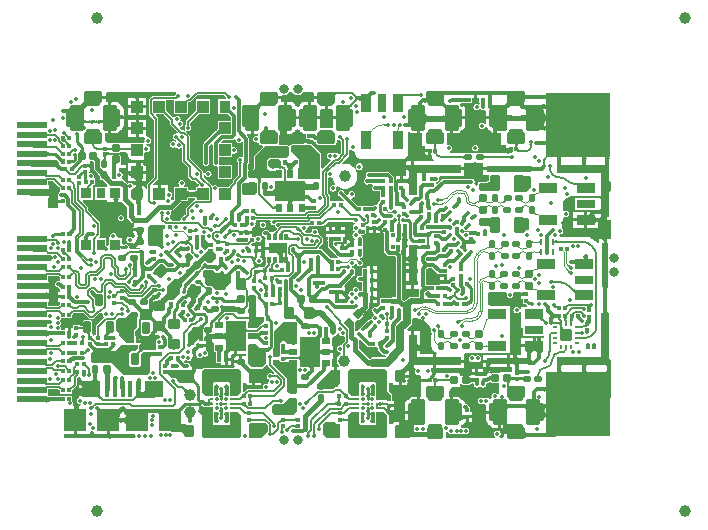
<source format=gtl>
G04*
G04 #@! TF.GenerationSoftware,Altium Limited,Altium Designer,19.1.6 (110)*
G04*
G04 Layer_Physical_Order=1*
G04 Layer_Color=255*
%FSLAX44Y44*%
%MOMM*%
G71*
G01*
G75*
%ADD11C,0.3000*%
%ADD12C,0.2000*%
%ADD13C,0.1500*%
%ADD14C,0.2500*%
%ADD15C,0.1000*%
%ADD17R,0.3000X0.3500*%
%ADD18R,0.3500X0.3000*%
G04:AMPARAMS|DCode=19|XSize=0.6mm|YSize=1mm|CornerRadius=0.075mm|HoleSize=0mm|Usage=FLASHONLY|Rotation=0.000|XOffset=0mm|YOffset=0mm|HoleType=Round|Shape=RoundedRectangle|*
%AMROUNDEDRECTD19*
21,1,0.6000,0.8500,0,0,0.0*
21,1,0.4500,1.0000,0,0,0.0*
1,1,0.1500,0.2250,-0.4250*
1,1,0.1500,-0.2250,-0.4250*
1,1,0.1500,-0.2250,0.4250*
1,1,0.1500,0.2250,0.4250*
%
%ADD19ROUNDEDRECTD19*%
%ADD20R,0.7000X4.4000*%
%ADD21R,3.8000X0.5000*%
%ADD22R,4.4000X0.7000*%
%ADD23R,0.7000X2.6500*%
%ADD24R,0.7000X3.5000*%
%ADD25R,0.5000X3.8000*%
%ADD26R,0.3000X0.6000*%
%ADD27R,1.6000X0.9500*%
G04:AMPARAMS|DCode=28|XSize=1mm|YSize=1mm|CornerRadius=0.25mm|HoleSize=0mm|Usage=FLASHONLY|Rotation=270.000|XOffset=0mm|YOffset=0mm|HoleType=Round|Shape=RoundedRectangle|*
%AMROUNDEDRECTD28*
21,1,1.0000,0.5000,0,0,270.0*
21,1,0.5000,1.0000,0,0,270.0*
1,1,0.5000,-0.2500,-0.2500*
1,1,0.5000,-0.2500,0.2500*
1,1,0.5000,0.2500,0.2500*
1,1,0.5000,0.2500,-0.2500*
%
%ADD28ROUNDEDRECTD28*%
%ADD29R,1.0000X1.0000*%
%ADD30R,1.0000X1.0000*%
%ADD31R,0.9500X1.0000*%
%ADD32R,0.4000X1.4000*%
%ADD33R,1.9000X1.9000*%
%ADD34R,1.6000X1.4000*%
%ADD35C,0.2000*%
%ADD36R,0.9000X1.6500*%
%ADD37R,0.7600X1.6500*%
%ADD38R,1.7000X2.5000*%
%ADD39R,0.7000X0.5000*%
%ADD40R,0.3000X0.3100*%
G04:AMPARAMS|DCode=41|XSize=0.5mm|YSize=0.6mm|CornerRadius=0.05mm|HoleSize=0mm|Usage=FLASHONLY|Rotation=90.000|XOffset=0mm|YOffset=0mm|HoleType=Round|Shape=RoundedRectangle|*
%AMROUNDEDRECTD41*
21,1,0.5000,0.5000,0,0,90.0*
21,1,0.4000,0.6000,0,0,90.0*
1,1,0.1000,0.2500,0.2000*
1,1,0.1000,0.2500,-0.2000*
1,1,0.1000,-0.2500,-0.2000*
1,1,0.1000,-0.2500,0.2000*
%
%ADD41ROUNDEDRECTD41*%
%ADD42R,0.9500X0.9500*%
%ADD43R,0.8000X0.9500*%
%ADD44R,0.7500X0.9500*%
G04:AMPARAMS|DCode=45|XSize=1mm|YSize=1.55mm|CornerRadius=0.125mm|HoleSize=0mm|Usage=FLASHONLY|Rotation=90.000|XOffset=0mm|YOffset=0mm|HoleType=Round|Shape=RoundedRectangle|*
%AMROUNDEDRECTD45*
21,1,1.0000,1.3000,0,0,90.0*
21,1,0.7500,1.5500,0,0,90.0*
1,1,0.2500,0.6500,0.3750*
1,1,0.2500,0.6500,-0.3750*
1,1,0.2500,-0.6500,-0.3750*
1,1,0.2500,-0.6500,0.3750*
%
%ADD45ROUNDEDRECTD45*%
G04:AMPARAMS|DCode=46|XSize=1.2mm|YSize=1.6mm|CornerRadius=0.15mm|HoleSize=0mm|Usage=FLASHONLY|Rotation=180.000|XOffset=0mm|YOffset=0mm|HoleType=Round|Shape=RoundedRectangle|*
%AMROUNDEDRECTD46*
21,1,1.2000,1.3000,0,0,180.0*
21,1,0.9000,1.6000,0,0,180.0*
1,1,0.3000,-0.4500,0.6500*
1,1,0.3000,0.4500,0.6500*
1,1,0.3000,0.4500,-0.6500*
1,1,0.3000,-0.4500,-0.6500*
%
%ADD46ROUNDEDRECTD46*%
G04:AMPARAMS|DCode=47|XSize=1.2mm|YSize=1.2mm|CornerRadius=0.15mm|HoleSize=0mm|Usage=FLASHONLY|Rotation=0.000|XOffset=0mm|YOffset=0mm|HoleType=Round|Shape=RoundedRectangle|*
%AMROUNDEDRECTD47*
21,1,1.2000,0.9000,0,0,0.0*
21,1,0.9000,1.2000,0,0,0.0*
1,1,0.3000,0.4500,-0.4500*
1,1,0.3000,-0.4500,-0.4500*
1,1,0.3000,-0.4500,0.4500*
1,1,0.3000,0.4500,0.4500*
%
%ADD47ROUNDEDRECTD47*%
G04:AMPARAMS|DCode=48|XSize=1.2mm|YSize=2.15mm|CornerRadius=0.15mm|HoleSize=0mm|Usage=FLASHONLY|Rotation=180.000|XOffset=0mm|YOffset=0mm|HoleType=Round|Shape=RoundedRectangle|*
%AMROUNDEDRECTD48*
21,1,1.2000,1.8500,0,0,180.0*
21,1,0.9000,2.1500,0,0,180.0*
1,1,0.3000,-0.4500,0.9250*
1,1,0.3000,0.4500,0.9250*
1,1,0.3000,0.4500,-0.9250*
1,1,0.3000,-0.4500,-0.9250*
%
%ADD48ROUNDEDRECTD48*%
G04:AMPARAMS|DCode=49|XSize=0.6mm|YSize=0.6mm|CornerRadius=0.06mm|HoleSize=0mm|Usage=FLASHONLY|Rotation=0.000|XOffset=0mm|YOffset=0mm|HoleType=Round|Shape=RoundedRectangle|*
%AMROUNDEDRECTD49*
21,1,0.6000,0.4800,0,0,0.0*
21,1,0.4800,0.6000,0,0,0.0*
1,1,0.1200,0.2400,-0.2400*
1,1,0.1200,-0.2400,-0.2400*
1,1,0.1200,-0.2400,0.2400*
1,1,0.1200,0.2400,0.2400*
%
%ADD49ROUNDEDRECTD49*%
G04:AMPARAMS|DCode=50|XSize=1mm|YSize=1.4mm|CornerRadius=0.125mm|HoleSize=0mm|Usage=FLASHONLY|Rotation=90.000|XOffset=0mm|YOffset=0mm|HoleType=Round|Shape=RoundedRectangle|*
%AMROUNDEDRECTD50*
21,1,1.0000,1.1500,0,0,90.0*
21,1,0.7500,1.4000,0,0,90.0*
1,1,0.2500,0.5750,0.3750*
1,1,0.2500,0.5750,-0.3750*
1,1,0.2500,-0.5750,-0.3750*
1,1,0.2500,-0.5750,0.3750*
%
%ADD50ROUNDEDRECTD50*%
G04:AMPARAMS|DCode=51|XSize=1.3mm|YSize=0.8mm|CornerRadius=0.1mm|HoleSize=0mm|Usage=FLASHONLY|Rotation=90.000|XOffset=0mm|YOffset=0mm|HoleType=Round|Shape=RoundedRectangle|*
%AMROUNDEDRECTD51*
21,1,1.3000,0.6000,0,0,90.0*
21,1,1.1000,0.8000,0,0,90.0*
1,1,0.2000,0.3000,0.5500*
1,1,0.2000,0.3000,-0.5500*
1,1,0.2000,-0.3000,-0.5500*
1,1,0.2000,-0.3000,0.5500*
%
%ADD51ROUNDEDRECTD51*%
G04:AMPARAMS|DCode=52|XSize=0.3mm|YSize=0.35mm|CornerRadius=0mm|HoleSize=0mm|Usage=FLASHONLY|Rotation=45.000|XOffset=0mm|YOffset=0mm|HoleType=Round|Shape=Rectangle|*
%AMROTATEDRECTD52*
4,1,4,0.0177,-0.2298,-0.2298,0.0177,-0.0177,0.2298,0.2298,-0.0177,0.0177,-0.2298,0.0*
%
%ADD52ROTATEDRECTD52*%

G04:AMPARAMS|DCode=53|XSize=0.6mm|YSize=0.6mm|CornerRadius=0.06mm|HoleSize=0mm|Usage=FLASHONLY|Rotation=270.000|XOffset=0mm|YOffset=0mm|HoleType=Round|Shape=RoundedRectangle|*
%AMROUNDEDRECTD53*
21,1,0.6000,0.4800,0,0,270.0*
21,1,0.4800,0.6000,0,0,270.0*
1,1,0.1200,-0.2400,-0.2400*
1,1,0.1200,-0.2400,0.2400*
1,1,0.1200,0.2400,0.2400*
1,1,0.1200,0.2400,-0.2400*
%
%ADD53ROUNDEDRECTD53*%
G04:AMPARAMS|DCode=54|XSize=1mm|YSize=0.9mm|CornerRadius=0.1125mm|HoleSize=0mm|Usage=FLASHONLY|Rotation=270.000|XOffset=0mm|YOffset=0mm|HoleType=Round|Shape=RoundedRectangle|*
%AMROUNDEDRECTD54*
21,1,1.0000,0.6750,0,0,270.0*
21,1,0.7750,0.9000,0,0,270.0*
1,1,0.2250,-0.3375,-0.3875*
1,1,0.2250,-0.3375,0.3875*
1,1,0.2250,0.3375,0.3875*
1,1,0.2250,0.3375,-0.3875*
%
%ADD54ROUNDEDRECTD54*%
G04:AMPARAMS|DCode=55|XSize=1mm|YSize=0.9mm|CornerRadius=0.1125mm|HoleSize=0mm|Usage=FLASHONLY|Rotation=180.000|XOffset=0mm|YOffset=0mm|HoleType=Round|Shape=RoundedRectangle|*
%AMROUNDEDRECTD55*
21,1,1.0000,0.6750,0,0,180.0*
21,1,0.7750,0.9000,0,0,180.0*
1,1,0.2250,-0.3875,0.3375*
1,1,0.2250,0.3875,0.3375*
1,1,0.2250,0.3875,-0.3375*
1,1,0.2250,-0.3875,-0.3375*
%
%ADD55ROUNDEDRECTD55*%
G04:AMPARAMS|DCode=56|XSize=1mm|YSize=0.9mm|CornerRadius=0.1125mm|HoleSize=0mm|Usage=FLASHONLY|Rotation=45.000|XOffset=0mm|YOffset=0mm|HoleType=Round|Shape=RoundedRectangle|*
%AMROUNDEDRECTD56*
21,1,1.0000,0.6750,0,0,45.0*
21,1,0.7750,0.9000,0,0,45.0*
1,1,0.2250,0.5127,0.0354*
1,1,0.2250,-0.0354,-0.5127*
1,1,0.2250,-0.5127,-0.0354*
1,1,0.2250,0.0354,0.5127*
%
%ADD56ROUNDEDRECTD56*%
G04:AMPARAMS|DCode=57|XSize=0.5mm|YSize=0.6mm|CornerRadius=0.05mm|HoleSize=0mm|Usage=FLASHONLY|Rotation=180.000|XOffset=0mm|YOffset=0mm|HoleType=Round|Shape=RoundedRectangle|*
%AMROUNDEDRECTD57*
21,1,0.5000,0.5000,0,0,180.0*
21,1,0.4000,0.6000,0,0,180.0*
1,1,0.1000,-0.2000,0.2500*
1,1,0.1000,0.2000,0.2500*
1,1,0.1000,0.2000,-0.2500*
1,1,0.1000,-0.2000,-0.2500*
%
%ADD57ROUNDEDRECTD57*%
G04:AMPARAMS|DCode=58|XSize=0.3mm|YSize=0.35mm|CornerRadius=0mm|HoleSize=0mm|Usage=FLASHONLY|Rotation=315.000|XOffset=0mm|YOffset=0mm|HoleType=Round|Shape=Rectangle|*
%AMROTATEDRECTD58*
4,1,4,-0.2298,-0.0177,0.0177,0.2298,0.2298,0.0177,-0.0177,-0.2298,-0.2298,-0.0177,0.0*
%
%ADD58ROTATEDRECTD58*%

%ADD59R,0.5000X0.7000*%
%ADD60R,2.5000X1.7000*%
%ADD61R,1.6500X0.9000*%
%ADD62R,1.6500X0.7600*%
%ADD63R,0.3100X0.3000*%
G04:AMPARAMS|DCode=64|XSize=1mm|YSize=1mm|CornerRadius=0.15mm|HoleSize=0mm|Usage=FLASHONLY|Rotation=180.000|XOffset=0mm|YOffset=0mm|HoleType=Round|Shape=RoundedRectangle|*
%AMROUNDEDRECTD64*
21,1,1.0000,0.7000,0,0,180.0*
21,1,0.7000,1.0000,0,0,180.0*
1,1,0.3000,-0.3500,0.3500*
1,1,0.3000,0.3500,0.3500*
1,1,0.3000,0.3500,-0.3500*
1,1,0.3000,-0.3500,-0.3500*
%
%ADD64ROUNDEDRECTD64*%
%ADD65R,0.2000X0.3950*%
%ADD66R,0.3950X0.2000*%
G04:AMPARAMS|DCode=67|XSize=0.25mm|YSize=0.55mm|CornerRadius=0.0625mm|HoleSize=0mm|Usage=FLASHONLY|Rotation=0.000|XOffset=0mm|YOffset=0mm|HoleType=Round|Shape=RoundedRectangle|*
%AMROUNDEDRECTD67*
21,1,0.2500,0.4250,0,0,0.0*
21,1,0.1250,0.5500,0,0,0.0*
1,1,0.1250,0.0625,-0.2125*
1,1,0.1250,-0.0625,-0.2125*
1,1,0.1250,-0.0625,0.2125*
1,1,0.1250,0.0625,0.2125*
%
%ADD67ROUNDEDRECTD67*%
G04:AMPARAMS|DCode=68|XSize=0.6mm|YSize=0.6mm|CornerRadius=0.06mm|HoleSize=0mm|Usage=FLASHONLY|Rotation=135.000|XOffset=0mm|YOffset=0mm|HoleType=Round|Shape=RoundedRectangle|*
%AMROUNDEDRECTD68*
21,1,0.6000,0.4800,0,0,135.0*
21,1,0.4800,0.6000,0,0,135.0*
1,1,0.1200,0.0000,0.3394*
1,1,0.1200,0.3394,0.0000*
1,1,0.1200,0.0000,-0.3394*
1,1,0.1200,-0.3394,0.0000*
%
%ADD68ROUNDEDRECTD68*%
G04:AMPARAMS|DCode=69|XSize=0.5mm|YSize=0.6mm|CornerRadius=0.05mm|HoleSize=0mm|Usage=FLASHONLY|Rotation=45.000|XOffset=0mm|YOffset=0mm|HoleType=Round|Shape=RoundedRectangle|*
%AMROUNDEDRECTD69*
21,1,0.5000,0.5000,0,0,45.0*
21,1,0.4000,0.6000,0,0,45.0*
1,1,0.1000,0.3182,-0.0354*
1,1,0.1000,0.0354,-0.3182*
1,1,0.1000,-0.3182,0.0354*
1,1,0.1000,-0.0354,0.3182*
%
%ADD69ROUNDEDRECTD69*%
%ADD129R,5.5000X5.5000*%
%ADD130C,0.1800*%
%ADD131R,2.5000X0.6000*%
%ADD132C,1.0000*%
%ADD133C,0.3500*%
%ADD134C,0.4000*%
%ADD135C,0.1400*%
%ADD136C,0.4500*%
%ADD137C,0.6000*%
%ADD138C,0.2200*%
%ADD139C,0.5000*%
%ADD140C,0.1200*%
%ADD141C,0.1100*%
%ADD142C,0.7000*%
%ADD143C,0.8000*%
%ADD144C,0.3500*%
%ADD145C,0.4000*%
%ADD146C,0.5000*%
G36*
X377408Y295546D02*
X380340Y295346D01*
X380471Y295284D01*
X380500Y295213D01*
X380427Y295134D01*
X379532Y291050D01*
X379561Y291335D01*
X379516Y291590D01*
X379398Y291815D01*
X379205Y292010D01*
X378939Y292175D01*
X378599Y292310D01*
X378185Y292415D01*
X378037Y292438D01*
X377787Y291050D01*
X377805Y291335D01*
X377752Y291590D01*
X377628Y291815D01*
X377432Y292010D01*
X377164Y292175D01*
X376826Y292310D01*
X376415Y292415D01*
X375934Y292490D01*
X375381Y292535D01*
X374757Y292550D01*
X374767Y295550D01*
X375589Y295546D01*
X376560Y295480D01*
X376561Y295550D01*
X377408Y295546D01*
D02*
G37*
G36*
X234243Y293000D02*
X233812Y292990D01*
X233431Y292960D01*
X233101Y292910D01*
X232822Y292840D01*
X232593Y292750D01*
X232416Y292640D01*
X232289Y292510D01*
X232213Y292360D01*
X232187Y292190D01*
X232213Y292000D01*
X231963Y292983D01*
X231668Y292960D01*
X231332Y292910D01*
X231050Y292840D01*
X230820Y292750D01*
X230644Y292640D01*
X230520Y292510D01*
X230450Y292360D01*
X230432Y292190D01*
X230468Y292000D01*
X229573Y294884D01*
X229557Y294906D01*
X229576Y294925D01*
X229630Y294942D01*
X229720Y294957D01*
X229844Y294970D01*
X230432Y294994D01*
X231000Y294998D01*
X231682Y294089D01*
X231476Y294899D01*
X231476Y294918D01*
X231536Y294935D01*
X231657Y294950D01*
X231838Y294963D01*
X233650Y294999D01*
X234194Y295000D01*
X234243Y293000D01*
D02*
G37*
G36*
X327243Y292550D02*
X326619Y292535D01*
X326066Y292490D01*
X325585Y292415D01*
X325174Y292310D01*
X324836Y292175D01*
X324568Y292010D01*
X324372Y291815D01*
X324248Y291590D01*
X324195Y291335D01*
X324213Y291050D01*
X324058Y291908D01*
X323195Y290922D01*
X322957Y290597D01*
X322765Y290301D01*
X322620Y290033D01*
X322522Y289792D01*
X322472Y289579D01*
X322468Y289395D01*
X321831Y294926D01*
X321860Y294770D01*
X321909Y294654D01*
X321977Y294576D01*
X322064Y294536D01*
X322171Y294535D01*
X322296Y294573D01*
X322441Y294650D01*
X322604Y294765D01*
X322787Y294918D01*
X322989Y295111D01*
X323682Y294000D01*
X323476Y295149D01*
X323405Y295225D01*
X323434Y295293D01*
X323562Y295353D01*
X323789Y295406D01*
X324115Y295450D01*
X325065Y295514D01*
X327233Y295550D01*
X327243Y292550D01*
D02*
G37*
G36*
X393243Y293215D02*
X393334Y292960D01*
X393486Y292735D01*
X393698Y292540D01*
X393971Y292375D01*
X394304Y292240D01*
X394698Y292135D01*
X395153Y292060D01*
X395668Y292015D01*
X396244Y292000D01*
Y289000D01*
X395668Y288985D01*
X395153Y288940D01*
X394698Y288865D01*
X394304Y288760D01*
X393971Y288625D01*
X393698Y288460D01*
X393486Y288265D01*
X393334Y288040D01*
X393243Y287785D01*
X393213Y287500D01*
Y288908D01*
X392953Y288865D01*
X392559Y288760D01*
X392225Y288625D01*
X391953Y288460D01*
X391741Y288265D01*
X391589Y288040D01*
X391498Y287785D01*
X391468Y287500D01*
Y293500D01*
X391498Y293215D01*
X391589Y292960D01*
X391741Y292735D01*
X391953Y292540D01*
X392225Y292375D01*
X392559Y292240D01*
X392953Y292135D01*
X393213Y292092D01*
Y293500D01*
X393243Y293215D01*
D02*
G37*
G36*
X214181Y293979D02*
X214136Y293750D01*
Y291270D01*
X224500D01*
Y289000D01*
X225770D01*
Y280381D01*
X229000D01*
X229881Y279658D01*
Y274270D01*
X238500D01*
Y271730D01*
X229881D01*
Y264772D01*
X229000Y264049D01*
X220000D01*
X219119Y264772D01*
Y271730D01*
X210500D01*
Y273000D01*
X209230D01*
Y286369D01*
X206000D01*
X204424Y286056D01*
X203087Y285163D01*
X202194Y283826D01*
X202118Y283444D01*
X201423Y283306D01*
X200125Y282438D01*
X198826Y283306D01*
X198132Y283444D01*
X198056Y283826D01*
X197163Y285163D01*
X195826Y286056D01*
X194250Y286369D01*
X191020D01*
Y273000D01*
Y259631D01*
X194250D01*
X195826Y259944D01*
X197163Y260837D01*
X198056Y262174D01*
X198132Y262556D01*
X198826Y262694D01*
X200125Y263562D01*
X201423Y262694D01*
X202118Y262556D01*
X202194Y262174D01*
X203087Y260837D01*
X204424Y259944D01*
X206000Y259631D01*
X207500D01*
Y257496D01*
X207451Y257250D01*
X206238Y256840D01*
X205960D01*
Y254498D01*
X206101Y254498D01*
X208410Y254352D01*
X208500Y254313D01*
X208530Y254270D01*
Y254020D01*
X210000D01*
Y251480D01*
X208530D01*
Y251231D01*
X208500Y251282D01*
X208410Y251327D01*
X208260Y251368D01*
X208050Y251403D01*
X207780Y251433D01*
X206804Y251480D01*
X205960D01*
Y251082D01*
X196000Y251082D01*
X196000Y251082D01*
X195235Y250765D01*
X195235Y250765D01*
X194427Y249958D01*
X193897Y249574D01*
X192766Y249515D01*
X192758Y249519D01*
X192000Y249832D01*
X184794D01*
X184189Y251102D01*
X184370Y251372D01*
X184544Y252250D01*
Y258476D01*
X185250Y259631D01*
X185706Y259631D01*
X185688Y259840D01*
X185610Y260326D01*
X185501Y260775D01*
X185360Y261186D01*
X185189Y261561D01*
X184986Y261899D01*
X184752Y262200D01*
X184487Y262464D01*
X184191Y262691D01*
X188480Y262433D01*
Y273000D01*
Y286369D01*
X186114D01*
Y288730D01*
X175750D01*
Y291270D01*
X186138D01*
X187384Y292149D01*
X188625Y291902D01*
X190576Y292290D01*
X192230Y293395D01*
X193276Y294961D01*
X195724D01*
X196770Y293395D01*
X198424Y292290D01*
X200375Y291902D01*
X202326Y292290D01*
X203980Y293395D01*
X205026Y294961D01*
X213375D01*
X214181Y293979D01*
D02*
G37*
G36*
X253611Y286670D02*
X253582Y286875D01*
X253496Y287059D01*
X253354Y287221D01*
X253153Y287361D01*
X252896Y287480D01*
X252581Y287577D01*
X252209Y287653D01*
X251780Y287707D01*
X251294Y287739D01*
X250863Y287748D01*
X250852Y287745D01*
X250786Y287720D01*
X250711Y287680D01*
X250626Y287626D01*
X250532Y287558D01*
X250317Y287381D01*
X250064Y287147D01*
X249924Y287010D01*
X248333Y288248D01*
X248469Y288387D01*
X248785Y288761D01*
X248861Y288870D01*
X248921Y288972D01*
X248966Y289067D01*
X248996Y289154D01*
X249011Y289234D01*
X249011Y289306D01*
X250750Y287887D01*
Y291231D01*
X249001Y289555D01*
X248996Y289624D01*
X248976Y289700D01*
X248941Y289784D01*
X248893Y289876D01*
X248829Y289977D01*
X248751Y290085D01*
X248551Y290324D01*
X248294Y290595D01*
X249745Y291973D01*
X249884Y291836D01*
X250254Y291512D01*
X250361Y291432D01*
X250459Y291367D01*
X250549Y291316D01*
X250631Y291280D01*
X250705Y291258D01*
X250767Y291250D01*
X251294Y291261D01*
X252209Y291347D01*
X252581Y291423D01*
X252896Y291520D01*
X253153Y291639D01*
X253354Y291779D01*
X253496Y291942D01*
X253582Y292125D01*
X253611Y292330D01*
Y286670D01*
D02*
G37*
G36*
X303250Y291025D02*
X303180Y291087D01*
X303096Y291142D01*
X302999Y291191D01*
X302889Y291233D01*
X302766Y291269D01*
X302629Y291298D01*
X302479Y291321D01*
X302139Y291347D01*
X301949Y291350D01*
Y293150D01*
X302139Y293153D01*
X302479Y293179D01*
X302629Y293202D01*
X302766Y293231D01*
X302889Y293267D01*
X302999Y293309D01*
X303096Y293358D01*
X303180Y293413D01*
X303250Y293475D01*
Y291025D01*
D02*
G37*
G36*
X289438Y293733D02*
X289492Y293610D01*
X289582Y293503D01*
X289708Y293409D01*
X289869Y293330D01*
X290068Y293265D01*
X290302Y293215D01*
X290572Y293179D01*
X290877Y293157D01*
X291220Y293150D01*
Y291350D01*
X290873Y291341D01*
X290563Y291314D01*
X290289Y291269D01*
X290052Y291206D01*
X289851Y291125D01*
X289686Y291026D01*
X289557Y290909D01*
X289465Y290774D01*
X289409Y290621D01*
X289389Y290450D01*
X289420Y293869D01*
X289438Y293733D01*
D02*
G37*
G36*
X141299Y292518D02*
X141430Y292408D01*
X141560Y292311D01*
X141691Y292227D01*
X141822Y292157D01*
X141953Y292099D01*
X142085Y292055D01*
X142217Y292023D01*
X142350Y292005D01*
X142483Y292000D01*
X140750Y290268D01*
X140745Y290400D01*
X140727Y290533D01*
X140695Y290665D01*
X140651Y290797D01*
X140593Y290928D01*
X140523Y291059D01*
X140439Y291190D01*
X140342Y291320D01*
X140232Y291451D01*
X140109Y291580D01*
X141170Y292641D01*
X141299Y292518D01*
D02*
G37*
G36*
X98982Y289750D02*
X98850Y289745D01*
X98717Y289727D01*
X98585Y289695D01*
X98453Y289651D01*
X98322Y289593D01*
X98191Y289523D01*
X98060Y289439D01*
X97930Y289342D01*
X97800Y289232D01*
X97670Y289109D01*
X96609Y290170D01*
X96732Y290299D01*
X96842Y290430D01*
X96939Y290560D01*
X97023Y290691D01*
X97093Y290822D01*
X97151Y290953D01*
X97195Y291085D01*
X97227Y291217D01*
X97245Y291350D01*
X97250Y291483D01*
X98982Y289750D01*
D02*
G37*
G36*
X22737Y287627D02*
X26413Y285287D01*
X26035Y285440D01*
X25583Y285464D01*
X25059Y285359D01*
X24461Y285126D01*
X23831Y284784D01*
X24409Y283282D01*
X24215Y283620D01*
X23946Y283827D01*
X23601Y283901D01*
X23180Y283844D01*
X22682Y283655D01*
X22110Y283333D01*
X21461Y282881D01*
X20781Y282332D01*
X20057Y281477D01*
X19605Y280829D01*
X19264Y280236D01*
X19034Y279698D01*
X18914Y279214D01*
X18904Y278785D01*
X19006Y278411D01*
X19218Y278092D01*
X13842Y283968D01*
X14139Y283733D01*
X14496Y283615D01*
X14912Y283611D01*
X15388Y283724D01*
X15924Y283952D01*
X16520Y284296D01*
X17175Y284755D01*
X17890Y285330D01*
X17986Y285420D01*
X18854Y286435D01*
X19329Y287105D01*
X19677Y287705D01*
X19900Y288236D01*
X19998Y288697D01*
X19970Y289089D01*
X19816Y289411D01*
X19537Y289664D01*
X20746Y288894D01*
X20972Y289307D01*
X21224Y289924D01*
X21360Y290479D01*
X21379Y290974D01*
X21282Y291409D01*
X22737Y287627D01*
D02*
G37*
G36*
X380774Y287115D02*
X384206Y285287D01*
X383870Y285415D01*
X383498Y285459D01*
X383091Y285418D01*
X382649Y285294D01*
X382171Y285086D01*
X381659Y284793D01*
X381643Y284782D01*
X382201Y283282D01*
X382036Y283581D01*
X381805Y283766D01*
X381509Y283836D01*
X381147Y283792D01*
X380720Y283634D01*
X380227Y283361D01*
X379668Y282974D01*
X379045Y282472D01*
X378939Y282374D01*
X378234Y281539D01*
X377843Y280977D01*
X377545Y280459D01*
X377342Y279987D01*
X377232Y279560D01*
X377217Y279177D01*
X377295Y278841D01*
X377468Y278549D01*
X373049Y283968D01*
X373296Y283750D01*
X373598Y283637D01*
X373955Y283628D01*
X374367Y283722D01*
X374835Y283921D01*
X375358Y284223D01*
X375935Y284630D01*
X376545Y285122D01*
X377251Y285946D01*
X377667Y286533D01*
X377969Y287055D01*
X378159Y287514D01*
X378236Y287908D01*
X378199Y288238D01*
X378050Y288504D01*
X377787Y288706D01*
X379068Y288024D01*
X379238Y288323D01*
X379450Y288805D01*
X379585Y289258D01*
X379644Y289683D01*
X379627Y290081D01*
X379532Y290452D01*
X380774Y287115D01*
D02*
G37*
G36*
X410061Y287500D02*
X410031Y287785D01*
X409940Y288040D01*
X409788Y288265D01*
X409576Y288460D01*
X409303Y288625D01*
X408970Y288760D01*
X408576Y288865D01*
X408121Y288940D01*
X407606Y288985D01*
X407030Y289000D01*
Y292000D01*
X407606Y292015D01*
X408121Y292060D01*
X408576Y292135D01*
X408970Y292240D01*
X409303Y292375D01*
X409576Y292540D01*
X409788Y292735D01*
X409940Y292960D01*
X410031Y293215D01*
X410061Y293500D01*
Y287500D01*
D02*
G37*
G36*
X170447Y286693D02*
X173499Y285037D01*
X173213Y285148D01*
X172896Y285186D01*
X172548Y285152D01*
X172170Y285046D01*
X171761Y284867D01*
X171321Y284615D01*
X170954Y284362D01*
X171250Y283002D01*
X170935Y283043D01*
X170616Y283043D01*
X170292Y283001D01*
X169965Y282918D01*
X169634Y282794D01*
X169299Y282627D01*
X168960Y282419D01*
X168763Y282276D01*
X168359Y281800D01*
X168020Y281315D01*
X167764Y280870D01*
X167590Y280466D01*
X167498Y280103D01*
X167489Y279780D01*
X167562Y279497D01*
X167718Y279256D01*
X166737Y280361D01*
X166295Y279903D01*
X165385Y278826D01*
X165050Y278344D01*
X164795Y277901D01*
X164620Y277496D01*
X164524Y277129D01*
X164509Y276800D01*
X164573Y276509D01*
X164718Y276256D01*
X161006Y280968D01*
X161214Y280779D01*
X161470Y280680D01*
X161775Y280670D01*
X162127Y280751D01*
X162527Y280921D01*
X162975Y281181D01*
X163472Y281531D01*
X164016Y281971D01*
X164722Y282629D01*
X163756Y283718D01*
X163975Y283540D01*
X164240Y283449D01*
X164550Y283446D01*
X164907Y283531D01*
X165308Y283702D01*
X165755Y283961D01*
X166248Y284307D01*
X166786Y284741D01*
X166910Y284856D01*
X167582Y285642D01*
X167935Y286141D01*
X168192Y286586D01*
X168353Y286977D01*
X168418Y287314D01*
X168387Y287597D01*
X168260Y287825D01*
X168037Y287999D01*
X169179Y287380D01*
X169187Y287393D01*
X169431Y287825D01*
X169617Y288241D01*
X169746Y288641D01*
X169816Y289025D01*
X169828Y289393D01*
X169782Y289744D01*
X170447Y286693D01*
D02*
G37*
G36*
X107530Y287470D02*
X106469Y286408D01*
X105408Y287470D01*
X106469Y288530D01*
X107530Y287470D01*
D02*
G37*
G36*
X309121Y285621D02*
X309046Y285693D01*
X308925Y285757D01*
X308756Y285814D01*
X308540Y285863D01*
X308276Y285905D01*
X307608Y285966D01*
X306750Y285996D01*
X306250Y286000D01*
Y289500D01*
X306742Y289508D01*
X307567Y289568D01*
X307900Y289621D01*
X308180Y289689D01*
X308407Y289772D01*
X308582Y289871D01*
X308703Y289984D01*
X308771Y290113D01*
X308787Y290257D01*
X309121Y285621D01*
D02*
G37*
G36*
X352460Y290010D02*
X354000D01*
Y287220D01*
X354000Y287216D01*
X353962Y287155D01*
X353971Y287037D01*
X353948Y286980D01*
X354000Y285950D01*
X354577D01*
X354577Y285950D01*
X354577D01*
X354676Y285581D01*
X353840Y284234D01*
X353644Y284189D01*
X352823Y284737D01*
X351750Y284950D01*
X350677Y284737D01*
X349767Y284129D01*
X349160Y283220D01*
X348946Y282146D01*
X349160Y281073D01*
X349767Y280164D01*
X350677Y279556D01*
X351750Y279343D01*
X352823Y279556D01*
X353733Y280164D01*
X353896Y280408D01*
X355409Y280430D01*
X355517Y280267D01*
X356427Y279660D01*
X357500Y279446D01*
X358573Y279660D01*
X358611Y279685D01*
X359881Y279006D01*
Y274520D01*
X368500D01*
Y271980D01*
X359881D01*
Y268408D01*
X358611Y268022D01*
X358370Y268383D01*
X357461Y268990D01*
X356387Y269204D01*
X355314Y268990D01*
X354405Y268383D01*
X353797Y267473D01*
X353584Y266400D01*
X353797Y265327D01*
X354405Y264417D01*
X355314Y263810D01*
X356387Y263596D01*
X357461Y263810D01*
X358370Y264417D01*
X358894Y265201D01*
X359464Y265246D01*
X360231Y265119D01*
X361087Y263837D01*
X362424Y262944D01*
X363118Y262806D01*
X363195Y262424D01*
X364087Y261087D01*
X365424Y260194D01*
X367000Y259881D01*
X367741D01*
X365502Y261000D01*
X365561Y262252D01*
X365500D01*
X365485Y262827D01*
X365440Y263342D01*
X365365Y263797D01*
X365261Y264191D01*
X365126Y264524D01*
X364962Y264797D01*
X364768Y265009D01*
X364544Y265161D01*
X364290Y265251D01*
X364006Y265282D01*
X370000Y265282D01*
X369715Y265252D01*
X369460Y265161D01*
X369235Y265009D01*
X369040Y264797D01*
X368875Y264524D01*
X368740Y264191D01*
X368635Y263797D01*
X368560Y263343D01*
X368516Y262835D01*
X370000Y262532D01*
X369715Y262557D01*
X369460Y262509D01*
X369235Y262388D01*
X369040Y262194D01*
X368875Y261928D01*
X368740Y261588D01*
X368635Y261176D01*
X368560Y260691D01*
X368515Y260133D01*
X368509Y259881D01*
X372250D01*
Y250000D01*
X376910D01*
Y247770D01*
X381000D01*
Y246500D01*
X382250Y247750D01*
Y245000D01*
X380500Y243250D01*
X376910Y243250D01*
X329466D01*
X329090Y243568D01*
X329088Y244060D01*
X329323Y244909D01*
X330233Y245517D01*
X330840Y246427D01*
X331054Y247500D01*
X330840Y248573D01*
X330233Y249482D01*
X329323Y250090D01*
X328250Y250304D01*
X327770Y250208D01*
X326500Y251049D01*
Y259881D01*
X329230D01*
Y273250D01*
X331770D01*
Y259881D01*
X335000D01*
X336576Y260194D01*
X337913Y261087D01*
X338806Y262424D01*
X338882Y262806D01*
X339576Y262944D01*
X340913Y263837D01*
X341805Y265174D01*
X342119Y266750D01*
Y271980D01*
X333500D01*
Y274520D01*
X342119D01*
Y279750D01*
X341805Y281326D01*
X340913Y282663D01*
X339576Y283556D01*
X339091Y283652D01*
X338537Y284821D01*
X339114Y285901D01*
X345250D01*
X345496Y285950D01*
X348000D01*
Y290010D01*
X349540D01*
Y294961D01*
X352460D01*
Y290010D01*
D02*
G37*
G36*
X358570Y286950D02*
X358661Y286861D01*
X358740Y286710D01*
X358809Y286500D01*
X358867Y286230D01*
X358915Y285900D01*
X358979Y285061D01*
X359000Y283981D01*
X356000D01*
X355990Y284550D01*
X355913Y285511D01*
X355845Y285900D01*
X355758Y286230D01*
X355651Y286500D01*
X355525Y286710D01*
X355379Y286861D01*
X355215Y286950D01*
X355031Y286980D01*
X358470D01*
X358570Y286950D01*
D02*
G37*
G36*
X246481Y283567D02*
X246007Y283079D01*
X245242Y282203D01*
X244949Y281814D01*
X244718Y281458D01*
X244547Y281134D01*
X244436Y280844D01*
X244386Y280586D01*
X244397Y280362D01*
X244468Y280170D01*
X242420Y283718D01*
X242538Y283573D01*
X242688Y283488D01*
X242872Y283464D01*
X243088Y283500D01*
X243337Y283597D01*
X243619Y283755D01*
X243934Y283972D01*
X244282Y284251D01*
X244662Y284590D01*
X245075Y284990D01*
X246481Y283567D01*
D02*
G37*
G36*
X324987Y285487D02*
X322513Y283013D01*
X321891Y283614D01*
X322468Y288005D01*
X324987Y285487D01*
D02*
G37*
G36*
X305384Y280323D02*
X300270Y281218D01*
X300602Y281198D01*
X300900Y281261D01*
X301162Y281407D01*
X301390Y281636D01*
X301583Y281947D01*
X301740Y282342D01*
X301863Y282819D01*
X301950Y283379D01*
X302003Y284022D01*
X302020Y284748D01*
X305520D01*
X305384Y280323D01*
D02*
G37*
G36*
X7282Y276000D02*
X7252Y276285D01*
X7161Y276540D01*
X7010Y276765D01*
X6797Y276960D01*
X6525Y277125D01*
X6191Y277260D01*
X5797Y277365D01*
X5343Y277440D01*
X4827Y277485D01*
X4474Y277494D01*
X4282Y276498D01*
X4292Y276689D01*
X4243Y276859D01*
X4135Y277009D01*
X3970Y277139D01*
X3746Y277250D01*
X3463Y277340D01*
X3123Y277410D01*
X2723Y277460D01*
X2266Y277490D01*
X1750Y277500D01*
Y280500D01*
X2230Y280506D01*
X3487Y280602D01*
X3845Y280658D01*
X4470Y280811D01*
X4736Y280906D01*
X4972Y281014D01*
X5177Y281134D01*
X5061Y280535D01*
X5343Y280560D01*
X5797Y280635D01*
X6191Y280740D01*
X6525Y280875D01*
X6797Y281040D01*
X7010Y281235D01*
X7161Y281460D01*
X7252Y281715D01*
X7282Y282000D01*
Y276000D01*
D02*
G37*
G36*
X365532Y279498D02*
X365544Y279689D01*
X365496Y279859D01*
X365390Y280009D01*
X365225Y280139D01*
X365001Y280250D01*
X364719Y280340D01*
X364377Y280410D01*
X363977Y280460D01*
X363518Y280490D01*
X363000Y280500D01*
Y283500D01*
X363548Y283504D01*
X365602Y283638D01*
X365877Y283688D01*
X366105Y283746D01*
X366289Y283811D01*
X366427Y283884D01*
X365532Y279498D01*
D02*
G37*
G36*
X410061Y279000D02*
X410026Y279333D01*
X409920Y279630D01*
X409743Y279893D01*
X409496Y280120D01*
X409178Y280312D01*
X408790Y280470D01*
X408331Y280592D01*
X407801Y280680D01*
X407716Y280687D01*
X407625Y280680D01*
X407063Y280592D01*
X406585Y280470D01*
X406190Y280312D01*
X405879Y280120D01*
X405651Y279893D01*
X405507Y279630D01*
X405446Y279333D01*
X405468Y279000D01*
X404573Y283884D01*
X404519Y283954D01*
X404575Y284016D01*
X404742Y284071D01*
X405019Y284118D01*
X405406Y284159D01*
X406530Y284206D01*
Y284250D01*
X407201Y284268D01*
X407801Y284320D01*
X408331Y284408D01*
X408790Y284530D01*
X409178Y284688D01*
X409496Y284880D01*
X409743Y285107D01*
X409920Y285370D01*
X410026Y285667D01*
X410061Y286000D01*
Y279000D01*
D02*
G37*
G36*
X392504Y285522D02*
X392293Y285422D01*
X392107Y285262D01*
X391946Y285044D01*
X391810Y284767D01*
X391698Y284431D01*
X391647Y284200D01*
X394425Y284016D01*
X394481Y283954D01*
X394427Y283884D01*
X393532Y279000D01*
X393555Y279333D01*
X393494Y279630D01*
X393349Y279893D01*
X393121Y280120D01*
X392810Y280312D01*
X392415Y280470D01*
X391937Y280592D01*
X391375Y280680D01*
X390730Y280732D01*
X390002Y280750D01*
Y282500D01*
X388500D01*
X388487Y283041D01*
X388450Y283524D01*
X388387Y283948D01*
X388299Y284314D01*
X388186Y284622D01*
X388048Y284872D01*
X387884Y285063D01*
X387696Y285196D01*
X387482Y285271D01*
X387243Y285287D01*
X392740Y285564D01*
X392504Y285522D01*
D02*
G37*
G36*
X117152Y277561D02*
X117038Y277643D01*
X116902Y277682D01*
X116744Y277679D01*
X116565Y277634D01*
X116364Y277546D01*
X116141Y277415D01*
X115896Y277243D01*
X115629Y277027D01*
X115030Y276470D01*
X113970Y277530D01*
X114270Y277841D01*
X114742Y278396D01*
X114915Y278641D01*
X115045Y278864D01*
X115133Y279065D01*
X115179Y279244D01*
X115182Y279402D01*
X115143Y279538D01*
X115061Y279652D01*
X117152Y277561D01*
D02*
G37*
G36*
X139282Y290945D02*
X139324Y290835D01*
X139425Y290728D01*
X139493Y290648D01*
X139548Y290575D01*
X139589Y290510D01*
X139619Y290453D01*
X139640Y290406D01*
X139654Y290366D01*
X139661Y290333D01*
X139665Y290305D01*
X139669Y290225D01*
X139726Y290101D01*
X139792Y289770D01*
X138951Y288500D01*
X132750D01*
Y276500D01*
X139073D01*
X139101Y276485D01*
X139153Y276500D01*
X139221D01*
X139278Y276480D01*
X139319Y276500D01*
X140467D01*
X140634Y276404D01*
X141046Y276114D01*
X142103Y275215D01*
X142707Y274631D01*
X142758Y274611D01*
X142785Y274563D01*
X142837Y274547D01*
X143701Y273684D01*
Y270000D01*
X132500D01*
Y264036D01*
X132491Y264007D01*
X132360Y263710D01*
X132161Y263360D01*
X131899Y262976D01*
X131121Y262043D01*
X130629Y261531D01*
X130613Y261490D01*
X130574Y261469D01*
X130556Y261411D01*
X120948Y251803D01*
X120395Y250976D01*
X120201Y250000D01*
Y236135D01*
X120160Y236073D01*
X119946Y235000D01*
X120160Y233927D01*
X120767Y233017D01*
X121677Y232410D01*
X122750Y232196D01*
X123823Y232410D01*
X124733Y233017D01*
X125340Y233927D01*
X125554Y235000D01*
X125340Y236073D01*
X125299Y236135D01*
Y248944D01*
X127181Y250826D01*
X128451Y250301D01*
Y236000D01*
X128548Y235512D01*
X128446Y235000D01*
X128660Y233927D01*
X129268Y233017D01*
X130177Y232410D01*
X131250Y232196D01*
X132500Y231150D01*
Y221000D01*
X144500D01*
Y233000D01*
X134749D01*
X134471Y233284D01*
X133909Y234270D01*
X134054Y235000D01*
X133841Y236073D01*
X133549Y236509D01*
Y239500D01*
X144500D01*
Y241951D01*
X145770Y242792D01*
X146250Y242696D01*
X147323Y242910D01*
X148233Y243517D01*
X148840Y244427D01*
X149054Y245500D01*
X148840Y246573D01*
X148233Y247483D01*
X147323Y248090D01*
X146250Y248304D01*
X145770Y248208D01*
X144500Y249049D01*
Y251500D01*
X136228D01*
X135742Y252673D01*
X137020Y253951D01*
X144535D01*
X145511Y254145D01*
X146338Y254698D01*
X146778Y255138D01*
X147949Y254513D01*
X147946Y254500D01*
X148160Y253427D01*
X148767Y252517D01*
X149677Y251910D01*
X150750Y251696D01*
X151823Y251910D01*
X152733Y252517D01*
X152931Y252814D01*
X154201Y252429D01*
Y240447D01*
X152931Y239768D01*
X152823Y239840D01*
X151750Y240054D01*
X150677Y239840D01*
X149767Y239233D01*
X149160Y238323D01*
X148946Y237250D01*
X149160Y236177D01*
X149602Y235515D01*
X149602Y235501D01*
X149601Y235492D01*
X149602Y235489D01*
X149602Y235476D01*
X149616Y235441D01*
X149619Y235431D01*
X149629Y235385D01*
X149637Y235330D01*
X149666Y234916D01*
X149668Y234751D01*
X149711Y234650D01*
Y224845D01*
X146058Y221192D01*
X145616Y220530D01*
X145461Y219750D01*
Y218345D01*
X142828Y215712D01*
X142732Y215676D01*
X141964Y214961D01*
X141666Y214722D01*
X141407Y214539D01*
X141339Y214500D01*
X140693D01*
X140641Y214522D01*
X140589Y214500D01*
X140499D01*
X140467Y214508D01*
X140455Y214500D01*
X132855D01*
X132840Y214573D01*
X132233Y215483D01*
X131323Y216090D01*
X130250Y216304D01*
X129177Y216090D01*
X128267Y215483D01*
X127286Y216238D01*
X120534Y222989D01*
Y223720D01*
X120843Y224862D01*
X120843Y224862D01*
Y224862D01*
X121804Y224956D01*
X121830Y224825D01*
X121910Y224427D01*
X122517Y223517D01*
X123427Y222910D01*
X124500Y222696D01*
X125573Y222910D01*
X126483Y223517D01*
X127091Y224427D01*
X127304Y225500D01*
X127091Y226573D01*
X126483Y227483D01*
X125573Y228090D01*
X124500Y228304D01*
X123427Y228090D01*
X122517Y227483D01*
X121910Y226573D01*
X121830Y226175D01*
X121804Y226043D01*
X120843Y226138D01*
Y226138D01*
X120843Y226138D01*
X120437Y227240D01*
X120399Y227433D01*
X120012Y228012D01*
X108784Y239239D01*
Y257200D01*
X108648Y257883D01*
X108262Y258461D01*
X105656Y261067D01*
X105856Y261486D01*
X106405Y262114D01*
X107250Y261946D01*
X108323Y262160D01*
X109233Y262767D01*
X109840Y263677D01*
X110054Y264750D01*
X109840Y265823D01*
X109317Y266606D01*
X109270Y266735D01*
X109215Y266793D01*
X109198Y266816D01*
X109180Y266845D01*
X109162Y266882D01*
X109143Y266931D01*
X109125Y266992D01*
X109108Y267067D01*
X109095Y267157D01*
X109086Y267262D01*
X109082Y267410D01*
X109034Y267517D01*
Y269011D01*
X115661Y275638D01*
X115768Y275678D01*
X116339Y276209D01*
X116548Y276378D01*
X116721Y276500D01*
X117100D01*
X117152Y276479D01*
X117203Y276500D01*
X117296D01*
X117327Y276493D01*
X117338Y276500D01*
X126000D01*
Y288500D01*
X114000D01*
Y279839D01*
X113993Y279827D01*
X114000Y279796D01*
Y279704D01*
X113978Y279652D01*
X114000Y279600D01*
Y279221D01*
X113886Y279060D01*
X113468Y278568D01*
X113191Y278283D01*
X113147Y278171D01*
X105988Y271012D01*
X105602Y270433D01*
X105466Y269750D01*
Y267517D01*
X105418Y267410D01*
X105414Y267262D01*
X105405Y267158D01*
X105392Y267067D01*
X105375Y266992D01*
X105357Y266931D01*
X105338Y266882D01*
X105320Y266845D01*
X105302Y266816D01*
X105285Y266793D01*
X105230Y266735D01*
X105183Y266606D01*
X104660Y265823D01*
X104446Y264750D01*
X104660Y263677D01*
X104958Y263230D01*
X104761Y262860D01*
X104118Y262201D01*
X103700Y262284D01*
X102239D01*
X100529Y263994D01*
X101020Y265299D01*
X101573Y265410D01*
X102483Y266017D01*
X103090Y266927D01*
X103304Y268000D01*
X103090Y269073D01*
X102483Y269983D01*
X101573Y270590D01*
X100927Y270719D01*
X100840Y270927D01*
X101054Y272000D01*
X100840Y273073D01*
X100233Y273983D01*
X99323Y274590D01*
X98250Y274804D01*
X97177Y274590D01*
X96267Y273983D01*
X96095Y273724D01*
X94561Y273482D01*
X94529Y273494D01*
X89863Y278160D01*
X89823Y278267D01*
X89299Y278832D01*
X89134Y279037D01*
X89013Y279212D01*
X89000Y279235D01*
Y279526D01*
X89052Y279652D01*
X89018Y279734D01*
X89039Y279820D01*
X89000Y279884D01*
Y287716D01*
X95500D01*
Y276500D01*
X107500D01*
Y285908D01*
X107807Y286216D01*
X108950D01*
X109633Y286352D01*
X110211Y286738D01*
X115439Y291966D01*
X138261D01*
X139282Y290945D01*
D02*
G37*
G36*
X87885Y279535D02*
X87842Y279397D01*
Y279238D01*
X87885Y279058D01*
X87969Y278856D01*
X88097Y278633D01*
X88266Y278390D01*
X88478Y278124D01*
X89030Y277530D01*
X87969Y276470D01*
X87662Y276767D01*
X87110Y277234D01*
X86866Y277403D01*
X86644Y277530D01*
X86442Y277615D01*
X86262Y277658D01*
X86103D01*
X85965Y277615D01*
X85848Y277530D01*
X87969Y279652D01*
X87885Y279535D01*
D02*
G37*
G36*
X86288Y276487D02*
X86450Y276374D01*
X86936Y275963D01*
X87218Y275691D01*
X87330Y275647D01*
X92466Y270511D01*
Y267750D01*
X92601Y267067D01*
X92988Y266488D01*
X98596Y260881D01*
X97970Y259710D01*
X97500Y259804D01*
X96427Y259590D01*
X95517Y258983D01*
X94910Y258073D01*
X94696Y257000D01*
X94910Y255927D01*
X95517Y255017D01*
X96427Y254410D01*
X97066Y254283D01*
X97251Y254179D01*
X97482Y253880D01*
X97487Y253781D01*
X97100Y252667D01*
X96796Y252607D01*
X96073Y253090D01*
X95000Y253304D01*
X93927Y253090D01*
X93017Y252483D01*
X92410Y251573D01*
X92196Y250500D01*
X92410Y249427D01*
X93017Y248517D01*
X93927Y247910D01*
X95000Y247696D01*
X96073Y247910D01*
X97517Y247767D01*
X98427Y247160D01*
X99500Y246946D01*
X100573Y247160D01*
X101196Y247576D01*
X102191Y247224D01*
X102466Y247013D01*
Y236750D01*
X102601Y236067D01*
X102988Y235488D01*
X107466Y231011D01*
Y223500D01*
X107601Y222817D01*
X107988Y222238D01*
X109988Y220238D01*
X110567Y219851D01*
X111250Y219716D01*
X113386D01*
X116032Y217070D01*
X116074Y216960D01*
X116175Y216853D01*
X116243Y216773D01*
X116298Y216700D01*
X116339Y216635D01*
X116369Y216579D01*
X116390Y216531D01*
X116404Y216491D01*
X116412Y216458D01*
X116415Y216430D01*
X116419Y216350D01*
X116476Y216226D01*
X116566Y215770D01*
X115784Y214500D01*
X114000D01*
Y212698D01*
X113954Y212613D01*
X113927Y212360D01*
X113895Y212268D01*
X113840Y212187D01*
X113733Y212087D01*
X113540Y211969D01*
X113243Y211848D01*
X112840Y211739D01*
X112334Y211655D01*
X111728Y211601D01*
X111002Y211582D01*
X110950Y211559D01*
X110550D01*
X110498Y211582D01*
X109765Y211601D01*
X109154Y211655D01*
X108642Y211739D01*
X108235Y211848D01*
X107934Y211970D01*
X107738Y212089D01*
X107629Y212190D01*
X107574Y212271D01*
X107542Y212362D01*
X107515Y212614D01*
X107500Y212643D01*
Y214500D01*
X104393D01*
X103983Y215753D01*
X104590Y216663D01*
X104804Y217736D01*
X104590Y218809D01*
X103983Y219718D01*
X103073Y220326D01*
X102000Y220540D01*
X100927Y220326D01*
X100017Y219718D01*
X99410Y218809D01*
X99196Y217736D01*
X99410Y216663D01*
X100017Y215753D01*
X99607Y214500D01*
X95500D01*
Y204326D01*
X94530Y203356D01*
X93084Y203706D01*
X92814Y204110D01*
X92749Y204333D01*
X92952Y205613D01*
X93376Y205897D01*
X93984Y206806D01*
X94197Y207879D01*
X93984Y208952D01*
X93376Y209862D01*
X92466Y210470D01*
X91393Y210683D01*
X90540Y211384D01*
Y216040D01*
X84270D01*
Y208500D01*
X81730D01*
Y216040D01*
X78473D01*
X77987Y217213D01*
X81762Y220988D01*
X82149Y221567D01*
X82284Y222250D01*
Y272250D01*
X82149Y272933D01*
X81762Y273512D01*
X79947Y275327D01*
X80433Y276500D01*
X85616D01*
X85679Y276461D01*
X85766Y276482D01*
X85848Y276448D01*
X85973Y276500D01*
X86265D01*
X86288Y276487D01*
D02*
G37*
G36*
X410061Y276250D02*
Y275282D01*
X410443Y275180D01*
X411047Y275080D01*
X411732Y275020D01*
X412498Y275000D01*
Y271000D01*
X411732Y270980D01*
X411047Y270920D01*
X410443Y270820D01*
X410061Y270718D01*
Y270250D01*
Y269000D01*
X410021Y269380D01*
X409900Y269720D01*
X409698Y270020D01*
X409416Y270280D01*
X409264Y270372D01*
X409113Y270280D01*
X408831Y270020D01*
X408629Y269720D01*
X408508Y269380D01*
X408468Y269000D01*
Y270250D01*
Y270718D01*
X408086Y270820D01*
X407764Y270873D01*
X407443Y270820D01*
X406919Y270680D01*
X406475Y270500D01*
X406113Y270280D01*
X405831Y270020D01*
X405629Y269720D01*
X405508Y269380D01*
X405468Y269000D01*
Y270250D01*
Y276250D01*
Y277000D01*
X405508Y276620D01*
X405629Y276280D01*
X405831Y275980D01*
X406113Y275720D01*
X406475Y275500D01*
X406919Y275320D01*
X407443Y275180D01*
X407764Y275127D01*
X408086Y275180D01*
X408468Y275282D01*
Y277000D01*
X408508Y276620D01*
X408629Y276280D01*
X408831Y275980D01*
X409113Y275720D01*
X409264Y275628D01*
X409416Y275720D01*
X409698Y275980D01*
X409900Y276280D01*
X410021Y276620D01*
X410061Y277000D01*
Y276250D01*
D02*
G37*
G36*
X143033Y281772D02*
X142959Y281490D01*
X142968Y281167D01*
X143060Y280804D01*
X143234Y280400D01*
X143490Y279955D01*
X143829Y279470D01*
X144250Y278944D01*
X145341Y277770D01*
X143459Y275409D01*
X142830Y276017D01*
X141709Y276971D01*
X141217Y277317D01*
X140770Y277575D01*
X140368Y277747D01*
X140012Y277831D01*
X139702Y277828D01*
X139436Y277738D01*
X139216Y277561D01*
X143189Y282013D01*
X143033Y281772D01*
D02*
G37*
G36*
X396532Y269000D02*
X396492Y269380D01*
X396371Y269720D01*
X396170Y270020D01*
X395887Y270280D01*
X395525Y270500D01*
X395081Y270680D01*
X394557Y270820D01*
X393953Y270920D01*
X393532Y270957D01*
Y269000D01*
X393492Y269380D01*
X393371Y269720D01*
X393170Y270020D01*
X392887Y270280D01*
X392525Y270500D01*
X392081Y270680D01*
X391557Y270820D01*
X390953Y270920D01*
X390267Y270980D01*
X389502Y271000D01*
Y275000D01*
X390267Y275020D01*
X390953Y275080D01*
X391557Y275180D01*
X392081Y275320D01*
X392525Y275500D01*
X392887Y275720D01*
X393170Y275980D01*
X393371Y276280D01*
X393492Y276620D01*
X393532Y277000D01*
Y275043D01*
X393953Y275080D01*
X394557Y275180D01*
X395081Y275320D01*
X395525Y275500D01*
X395887Y275720D01*
X396170Y275980D01*
X396371Y276280D01*
X396492Y276620D01*
X396532Y277000D01*
Y269000D01*
D02*
G37*
G36*
X377508Y276620D02*
X377629Y276280D01*
X377831Y275980D01*
X378113Y275720D01*
X378475Y275500D01*
X378919Y275320D01*
X379443Y275180D01*
X380047Y275080D01*
X380732Y275020D01*
X381498Y275000D01*
Y271000D01*
X380732Y270980D01*
X380047Y270920D01*
X379443Y270820D01*
X378919Y270680D01*
X378475Y270500D01*
X378113Y270280D01*
X377831Y270020D01*
X377629Y269720D01*
X377508Y269380D01*
X377468Y269000D01*
Y270957D01*
X377047Y270920D01*
X376443Y270820D01*
X375919Y270680D01*
X375476Y270500D01*
X375113Y270280D01*
X374831Y270020D01*
X374629Y269720D01*
X374508Y269380D01*
X374468Y269000D01*
Y277000D01*
X374508Y276620D01*
X374629Y276280D01*
X374831Y275980D01*
X375113Y275720D01*
X375476Y275500D01*
X375919Y275320D01*
X376443Y275180D01*
X377047Y275080D01*
X377468Y275043D01*
Y277000D01*
X377508Y276620D01*
D02*
G37*
G36*
X327532Y270250D02*
Y268000D01*
X327497Y268333D01*
X327391Y268630D01*
X327214Y268892D01*
X326967Y269120D01*
X326650Y269312D01*
X326261Y269470D01*
X325802Y269592D01*
X325273Y269680D01*
X324673Y269732D01*
X324532Y269736D01*
Y268000D01*
X324497Y268333D01*
X324391Y268630D01*
X324214Y268892D01*
X323967Y269120D01*
X323649Y269312D01*
X323261Y269470D01*
X322802Y269592D01*
X322273Y269680D01*
X321673Y269732D01*
X321002Y269750D01*
Y273250D01*
X321502Y273263D01*
Y274750D01*
X322077Y274765D01*
X322593Y274810D01*
X323047Y274885D01*
X323441Y274990D01*
X323774Y275125D01*
X324047Y275290D01*
X324259Y275485D01*
X324411Y275710D01*
X324502Y275965D01*
X324532Y276250D01*
Y274751D01*
X325078Y274765D01*
X325593Y274810D01*
X326047Y274885D01*
X326441Y274990D01*
X326774Y275125D01*
X327047Y275290D01*
X327259Y275485D01*
X327411Y275710D01*
X327502Y275965D01*
X327532Y276250D01*
Y270250D01*
D02*
G37*
G36*
X308498Y275965D02*
X308589Y275710D01*
X308741Y275485D01*
X308953Y275290D01*
X309225Y275125D01*
X309559Y274990D01*
X309953Y274885D01*
X310407Y274810D01*
X310923Y274765D01*
X311498Y274750D01*
Y273263D01*
X311998Y273250D01*
Y269750D01*
X311327Y269732D01*
X310727Y269680D01*
X310198Y269592D01*
X309739Y269470D01*
X309350Y269312D01*
X309033Y269120D01*
X308785Y268892D01*
X308609Y268630D01*
X308503Y268333D01*
X308468Y268000D01*
Y269736D01*
X308328Y269732D01*
X307727Y269680D01*
X307198Y269592D01*
X306739Y269470D01*
X306350Y269312D01*
X306033Y269120D01*
X305786Y268892D01*
X305609Y268630D01*
X305503Y268333D01*
X305468Y268000D01*
Y270250D01*
Y276250D01*
X305498Y275965D01*
X305589Y275710D01*
X305741Y275485D01*
X305953Y275290D01*
X306225Y275125D01*
X306559Y274990D01*
X306953Y274885D01*
X307407Y274810D01*
X307922Y274765D01*
X308468Y274751D01*
Y276250D01*
X308498Y275965D01*
D02*
G37*
G36*
X201532Y271000D02*
X201512Y271190D01*
X201451Y271360D01*
X201349Y271510D01*
X201207Y271640D01*
X201024Y271750D01*
X200801Y271840D01*
X200537Y271910D01*
X200233Y271960D01*
X200125Y271969D01*
X200017Y271960D01*
X199713Y271910D01*
X199449Y271840D01*
X199225Y271750D01*
X199043Y271640D01*
X198901Y271510D01*
X198799Y271360D01*
X198738Y271190D01*
X198718Y271000D01*
Y275000D01*
X198738Y274810D01*
X198799Y274640D01*
X198901Y274490D01*
X199043Y274360D01*
X199225Y274250D01*
X199449Y274160D01*
X199713Y274090D01*
X200017Y274040D01*
X200125Y274031D01*
X200233Y274040D01*
X200537Y274090D01*
X200801Y274160D01*
X201024Y274250D01*
X201207Y274360D01*
X201349Y274490D01*
X201451Y274640D01*
X201512Y274810D01*
X201532Y275000D01*
Y271000D01*
D02*
G37*
G36*
X204532D02*
X204512Y271190D01*
X204451Y271360D01*
X204349Y271510D01*
X204207Y271640D01*
X204024Y271750D01*
X203801Y271840D01*
X203537Y271910D01*
X203232Y271960D01*
X202887Y271990D01*
X202502Y272000D01*
Y274000D01*
X202887Y274010D01*
X203232Y274040D01*
X203537Y274090D01*
X203801Y274160D01*
X204024Y274250D01*
X204207Y274360D01*
X204349Y274490D01*
X204451Y274640D01*
X204512Y274810D01*
X204532Y275000D01*
Y271000D01*
D02*
G37*
G36*
X195738Y274810D02*
X195799Y274640D01*
X195901Y274490D01*
X196043Y274360D01*
X196225Y274250D01*
X196449Y274160D01*
X196713Y274090D01*
X197017Y274040D01*
X197362Y274010D01*
X197748Y274000D01*
Y272000D01*
X197362Y271990D01*
X197017Y271960D01*
X196713Y271910D01*
X196449Y271840D01*
X196225Y271750D01*
X196043Y271640D01*
X195901Y271510D01*
X195799Y271360D01*
X195738Y271190D01*
X195718Y271000D01*
Y275000D01*
X195738Y274810D01*
D02*
G37*
G36*
X35282Y267750D02*
X35262Y267940D01*
X35201Y268110D01*
X35099Y268260D01*
X34957Y268390D01*
X34775Y268500D01*
X34551Y268590D01*
X34287Y268660D01*
X33983Y268710D01*
X33877Y268719D01*
X33801Y268714D01*
X33669Y268694D01*
X33554Y268669D01*
X33454Y268640D01*
X33370Y268606D01*
X33302Y268568D01*
X33250Y268525D01*
Y270975D01*
X33302Y270932D01*
X33370Y270894D01*
X33454Y270860D01*
X33554Y270831D01*
X33669Y270806D01*
X33801Y270786D01*
X33869Y270780D01*
X33983Y270790D01*
X34287Y270840D01*
X34551Y270910D01*
X34775Y271000D01*
X34957Y271110D01*
X35099Y271240D01*
X35201Y271390D01*
X35262Y271560D01*
X35282Y271750D01*
Y267750D01*
D02*
G37*
G36*
X296532Y264250D02*
X296502Y264535D01*
X296411Y264790D01*
X296259Y265015D01*
X296047Y265210D01*
X295774Y265375D01*
X295441Y265510D01*
X295047Y265615D01*
X294593Y265690D01*
X294347Y265711D01*
X294427Y265366D01*
X294294Y265439D01*
X294125Y265504D01*
X293922Y265562D01*
X293682Y265612D01*
X293407Y265654D01*
X292751Y265715D01*
X291952Y265746D01*
X291500Y265750D01*
Y268750D01*
X291907Y268755D01*
X292856Y268830D01*
X293082Y268875D01*
X293263Y268931D01*
X293398Y268996D01*
X293488Y269071D01*
X293533Y269156D01*
X293532Y269252D01*
X293647Y268754D01*
X294077Y268765D01*
X294593Y268810D01*
X295047Y268885D01*
X295441Y268990D01*
X295774Y269125D01*
X296047Y269290D01*
X296259Y269485D01*
X296411Y269710D01*
X296502Y269965D01*
X296532Y270250D01*
Y264250D01*
D02*
G37*
G36*
X30750Y268525D02*
X30698Y268568D01*
X30630Y268606D01*
X30546Y268640D01*
X30447Y268669D01*
X30331Y268694D01*
X30199Y268714D01*
X29888Y268741D01*
X29514Y268750D01*
Y270750D01*
X29709Y270752D01*
X30199Y270786D01*
X30331Y270806D01*
X30447Y270831D01*
X30546Y270860D01*
X30630Y270894D01*
X30698Y270932D01*
X30750Y270975D01*
Y268525D01*
D02*
G37*
G36*
X27052Y270932D02*
X27120Y270894D01*
X27204Y270860D01*
X27304Y270831D01*
X27419Y270806D01*
X27551Y270786D01*
X27862Y270759D01*
X28236Y270750D01*
Y268750D01*
X28041Y268748D01*
X27551Y268714D01*
X27419Y268694D01*
X27304Y268669D01*
X27204Y268640D01*
X27120Y268606D01*
X27052Y268568D01*
X27000Y268525D01*
X25750Y269750D01*
X27000Y270975D01*
X27052Y270932D01*
D02*
G37*
G36*
X25750Y269750D02*
X24500Y268525D01*
X24448Y268568D01*
X24380Y268606D01*
X24296Y268640D01*
X24197Y268669D01*
X24081Y268694D01*
X23949Y268714D01*
X23459Y268748D01*
X23264Y268750D01*
Y270750D01*
X23638Y270759D01*
X23949Y270786D01*
X24081Y270806D01*
X24197Y270831D01*
X24296Y270860D01*
X24380Y270894D01*
X24448Y270932D01*
X24500Y270975D01*
X25750Y269750D01*
D02*
G37*
G36*
X38282Y267750D02*
X38262Y267940D01*
X38201Y268110D01*
X38100Y268260D01*
X37957Y268390D01*
X37775Y268500D01*
X37551Y268590D01*
X37287Y268660D01*
X36983Y268710D01*
X36637Y268740D01*
X36252Y268750D01*
Y270750D01*
X36637Y270760D01*
X36983Y270790D01*
X37287Y270840D01*
X37551Y270910D01*
X37775Y271000D01*
X37957Y271110D01*
X38100Y271240D01*
X38201Y271390D01*
X38262Y271560D01*
X38282Y271750D01*
Y267750D01*
D02*
G37*
G36*
X19238Y271560D02*
X19299Y271390D01*
X19401Y271240D01*
X19543Y271110D01*
X19726Y271000D01*
X19949Y270910D01*
X20213Y270840D01*
X20517Y270790D01*
X20863Y270760D01*
X21248Y270750D01*
Y268750D01*
X20863Y268740D01*
X20517Y268710D01*
X20213Y268660D01*
X19949Y268590D01*
X19726Y268500D01*
X19543Y268390D01*
X19401Y268260D01*
X19299Y268110D01*
X19238Y267940D01*
X19218Y267750D01*
Y271750D01*
X19238Y271560D01*
D02*
G37*
G36*
X16238D02*
X16299Y271390D01*
X16401Y271240D01*
X16543Y271110D01*
X16725Y271000D01*
X16949Y270910D01*
X17213Y270840D01*
X17517Y270790D01*
X17862Y270760D01*
X18248Y270750D01*
Y268750D01*
X17862Y268740D01*
X17517Y268710D01*
X17213Y268660D01*
X16949Y268590D01*
X16725Y268500D01*
X16543Y268390D01*
X16401Y268260D01*
X16299Y268110D01*
X16238Y267940D01*
X16218Y267750D01*
Y271750D01*
X16238Y271560D01*
D02*
G37*
G36*
X275750Y266025D02*
X275608Y266163D01*
X275464Y266286D01*
X275319Y266395D01*
X275173Y266489D01*
X275026Y266569D01*
X274877Y266634D01*
X274728Y266685D01*
X274577Y266721D01*
X274426Y266743D01*
X274273Y266750D01*
Y267750D01*
X274426Y267757D01*
X274577Y267779D01*
X274728Y267815D01*
X274877Y267866D01*
X275026Y267931D01*
X275173Y268011D01*
X275319Y268105D01*
X275464Y268214D01*
X275608Y268337D01*
X275750Y268475D01*
Y266025D01*
D02*
G37*
G36*
X108005Y267202D02*
X108019Y267033D01*
X108043Y266872D01*
X108076Y266721D01*
X108119Y266578D01*
X108171Y266444D01*
X108233Y266320D01*
X108304Y266204D01*
X108385Y266097D01*
X108475Y266000D01*
X106025D01*
X106115Y266097D01*
X106196Y266204D01*
X106267Y266320D01*
X106329Y266444D01*
X106381Y266578D01*
X106424Y266721D01*
X106457Y266872D01*
X106481Y267033D01*
X106495Y267202D01*
X106500Y267381D01*
X108000D01*
X108005Y267202D01*
D02*
G37*
G36*
X410061Y261000D02*
X410031Y261285D01*
X409940Y261540D01*
X409788Y261765D01*
X409576Y261960D01*
X409303Y262125D01*
X408970Y262260D01*
X408576Y262365D01*
X408121Y262440D01*
X407606Y262485D01*
X407030Y262500D01*
Y262563D01*
X407000Y262502D01*
X404573Y262616D01*
X405468Y267000D01*
X405443Y266715D01*
X405491Y266460D01*
X405612Y266235D01*
X405806Y266040D01*
X406073Y265875D01*
X406412Y265740D01*
X406824Y265635D01*
X407309Y265560D01*
X407732Y265526D01*
X408121Y265560D01*
X408576Y265635D01*
X408970Y265740D01*
X409303Y265875D01*
X409576Y266040D01*
X409788Y266235D01*
X409940Y266460D01*
X410031Y266715D01*
X410061Y267000D01*
Y261000D01*
D02*
G37*
G36*
X287201Y265512D02*
X287005Y265482D01*
X286823Y265441D01*
X286656Y265387D01*
X286504Y265322D01*
X286366Y265244D01*
X286244Y265155D01*
X286136Y265054D01*
X286042Y264941D01*
X285964Y264816D01*
X285900Y264678D01*
X285082Y265313D01*
X285141Y265461D01*
X285191Y265613D01*
X285232Y265770D01*
X285264Y265933D01*
X285287Y266100D01*
X285300Y266273D01*
X285305Y266451D01*
X285288Y266821D01*
X285266Y267014D01*
X287201Y265512D01*
D02*
G37*
G36*
X263227Y262020D02*
X263028Y261814D01*
X262714Y261446D01*
X262598Y261283D01*
X262510Y261134D01*
X262451Y261000D01*
X262418Y260880D01*
X262414Y260774D01*
X262438Y260683D01*
X262489Y260605D01*
X261155Y262039D01*
X261228Y261983D01*
X261316Y261956D01*
X261420Y261958D01*
X261538Y261989D01*
X261672Y262048D01*
X261821Y262136D01*
X261985Y262253D01*
X262165Y262399D01*
X262570Y262777D01*
X263227Y262020D01*
D02*
G37*
G36*
X175015Y263418D02*
X175060Y262902D01*
X175135Y262448D01*
X175240Y262054D01*
X175375Y261721D01*
X175540Y261448D01*
X175735Y261236D01*
X175960Y261084D01*
X176215Y260993D01*
X176500Y260963D01*
X170500D01*
X170785Y260993D01*
X171040Y261084D01*
X171265Y261236D01*
X171460Y261448D01*
X171625Y261721D01*
X171760Y262054D01*
X171865Y262448D01*
X171940Y262902D01*
X171985Y263418D01*
X172000Y263993D01*
X175000D01*
X175015Y263418D01*
D02*
G37*
G36*
X303770Y259881D02*
X305500D01*
Y249000D01*
X307910D01*
Y246520D01*
X312000D01*
Y245250D01*
X313270D01*
Y241210D01*
X313610D01*
X313788Y240312D01*
X314354Y238947D01*
X315174Y237719D01*
X315583Y237310D01*
X315057Y236040D01*
X303632D01*
Y236040D01*
X298862D01*
Y220250D01*
X296322D01*
Y236040D01*
X291552D01*
Y232507D01*
X291693Y232510D01*
X292653Y232587D01*
X293043Y232655D01*
X293373Y232742D01*
X293643Y232849D01*
X293853Y232975D01*
X294003Y233120D01*
X294093Y233285D01*
X294123Y233470D01*
Y232994D01*
X294253Y233120D01*
X294343Y233285D01*
X294373Y233470D01*
X294403Y228000D01*
X294371Y228285D01*
X294279Y228540D01*
X294127Y228765D01*
X294123Y228769D01*
Y228000D01*
X294093Y228285D01*
X294003Y228540D01*
X293853Y228765D01*
X293643Y228960D01*
X293373Y229125D01*
X293043Y229260D01*
X292653Y229365D01*
X292203Y229440D01*
X291693Y229485D01*
X291552Y229489D01*
Y223390D01*
X289270D01*
Y219350D01*
X288000D01*
Y218080D01*
X283710D01*
Y215310D01*
X285250D01*
Y211250D01*
X284274Y210540D01*
X282821D01*
X281845Y211250D01*
X281897Y212281D01*
X281845Y212406D01*
Y215580D01*
X281845Y216250D01*
X281845Y217520D01*
Y221850D01*
X281644D01*
Y222155D01*
X281450Y223131D01*
X280897Y223958D01*
X278552Y226302D01*
X277726Y226855D01*
X276750Y227049D01*
X261635D01*
X261573Y227090D01*
X260500Y227304D01*
X259427Y227090D01*
X258517Y226483D01*
X257910Y225573D01*
X257696Y224500D01*
X257910Y223427D01*
X258048Y223219D01*
X257885Y221952D01*
X257634Y221728D01*
X256967Y221283D01*
X256360Y220373D01*
X256146Y219300D01*
X256360Y218227D01*
X256967Y217317D01*
X257877Y216710D01*
X258950Y216496D01*
X260023Y216710D01*
X260085Y216751D01*
X263380D01*
X263705Y216247D01*
X263933Y215481D01*
X263460Y214773D01*
X263246Y213700D01*
X263460Y212627D01*
X264067Y211717D01*
X264977Y211110D01*
X266050Y210896D01*
X269696D01*
Y207800D01*
X269750Y207529D01*
X269750Y205050D01*
X269750Y203780D01*
Y202444D01*
X268628Y201322D01*
X268131Y200578D01*
X268059Y200217D01*
X267779Y199958D01*
X266977Y199479D01*
X266686Y199413D01*
X266025Y199545D01*
X264952Y199331D01*
X264042Y198723D01*
X263892Y198499D01*
X262090D01*
X262013Y198532D01*
X260123Y198567D01*
X260024Y198574D01*
Y198700D01*
X258993Y198752D01*
X258868Y198700D01*
X255694D01*
X255024Y198700D01*
X253754Y198700D01*
X251155D01*
X245630Y204225D01*
X245839Y204914D01*
X246171Y205480D01*
X247073Y205660D01*
X247983Y206267D01*
X248590Y207177D01*
X248804Y208250D01*
X248590Y209323D01*
X247983Y210233D01*
X247073Y210840D01*
X246000Y211054D01*
X244927Y210840D01*
X244017Y210233D01*
X243410Y209323D01*
X243230Y208421D01*
X242664Y208089D01*
X241975Y207880D01*
X239855Y210000D01*
X239840Y210073D01*
X239233Y210983D01*
X238323Y211590D01*
X237250Y211804D01*
X236177Y211590D01*
X235267Y210983D01*
X234660Y210073D01*
X234446Y209000D01*
X234660Y207927D01*
X235267Y207017D01*
X236177Y206410D01*
X236250Y206395D01*
X239059Y203587D01*
X238533Y202317D01*
X234300D01*
Y202317D01*
X233700D01*
Y202317D01*
X228700D01*
X228034Y203311D01*
Y206122D01*
X227899Y206805D01*
X227512Y207384D01*
X226034Y208861D01*
Y221678D01*
X227304Y222535D01*
X227750Y222446D01*
X228480Y222591D01*
X228654Y222574D01*
X229513Y222119D01*
X229875Y221835D01*
X230153Y220437D01*
X230945Y218526D01*
X232094Y216807D01*
X231744Y216330D01*
X231234Y215871D01*
X230312Y216054D01*
X229240Y215840D01*
X228330Y215233D01*
X227722Y214323D01*
X227509Y213250D01*
X227722Y212177D01*
X228330Y211267D01*
X229240Y210660D01*
X230312Y210446D01*
X231385Y210660D01*
X232295Y211267D01*
X232903Y212177D01*
X233116Y213250D01*
X232919Y214243D01*
X233099Y214478D01*
X233903Y215113D01*
X235276Y214195D01*
X237187Y213403D01*
X239216Y213000D01*
X240250Y213000D01*
X241284Y213000D01*
X243313Y213403D01*
X245224Y214195D01*
X246943Y215344D01*
X248406Y216807D01*
X249555Y218526D01*
X250347Y220437D01*
X250750Y222466D01*
X250750Y223500D01*
X250750Y224534D01*
X250347Y226563D01*
X249555Y228474D01*
X248406Y230194D01*
X246944Y231656D01*
X245224Y232805D01*
X243313Y233597D01*
X241284Y234000D01*
X240250Y234000D01*
X239216Y234000D01*
X238409Y233840D01*
X237783Y235010D01*
X243512Y240738D01*
X243899Y241317D01*
X244034Y242000D01*
Y245577D01*
X245077Y245949D01*
X245304Y245993D01*
X246177Y245410D01*
X247250Y245196D01*
X247730Y245292D01*
X249000Y244451D01*
Y242255D01*
X249761Y240418D01*
X251168Y239011D01*
X253005Y238250D01*
X290496D01*
X291874Y238821D01*
X292929Y239876D01*
X293500Y241254D01*
Y261177D01*
X294770Y261562D01*
X295087Y261087D01*
X296424Y260194D01*
X298000Y259881D01*
X301230D01*
Y273250D01*
X303770D01*
Y259881D01*
D02*
G37*
G36*
X163020Y259631D02*
X165783D01*
X166250Y259631D01*
X166912Y258549D01*
X165686Y257717D01*
X165250Y257804D01*
X164177Y257590D01*
X163267Y256983D01*
X162660Y256073D01*
X162446Y255000D01*
X162660Y253927D01*
X163267Y253017D01*
X164177Y252410D01*
X165250Y252196D01*
X165686Y252283D01*
X165803Y252280D01*
X166984Y251587D01*
X167122Y251416D01*
X167131Y251372D01*
X167628Y250628D01*
X168372Y250131D01*
X169250Y249956D01*
X170379D01*
X170905Y248686D01*
X163235Y241015D01*
X162918Y240250D01*
Y230198D01*
X161751Y229031D01*
X159605D01*
X159069Y228925D01*
X158944Y228930D01*
X157799Y229645D01*
Y232944D01*
X158552Y233698D01*
X159105Y234524D01*
X159299Y235500D01*
Y255250D01*
X159105Y256225D01*
X158552Y257052D01*
X157240Y258365D01*
X157770Y259631D01*
X160480D01*
Y273000D01*
X163020D01*
Y259631D01*
D02*
G37*
G36*
X136023Y259061D02*
X135870Y259306D01*
X135658Y259448D01*
X135384Y259489D01*
X135051Y259427D01*
X134657Y259263D01*
X134202Y258997D01*
X133687Y258628D01*
X133112Y258157D01*
X131780Y256909D01*
X131409Y260781D01*
X131928Y261320D01*
X132763Y262323D01*
X133079Y262786D01*
X133328Y263223D01*
X133510Y263634D01*
X133624Y264020D01*
X133670Y264380D01*
X133649Y264714D01*
X133561Y265023D01*
X136023Y259061D01*
D02*
G37*
G36*
X3731Y260802D02*
X3764Y260724D01*
X3810Y260639D01*
X3869Y260546D01*
X3941Y260446D01*
X4123Y260223D01*
X4356Y259970D01*
X4491Y259832D01*
X3565Y258213D01*
X3428Y258344D01*
X3168Y258557D01*
X3045Y258640D01*
X2927Y258707D01*
X2814Y258757D01*
X2705Y258791D01*
X2601Y258810D01*
X2501Y258812D01*
X2406Y258798D01*
X3710Y260872D01*
X3731Y260802D01*
D02*
G37*
G36*
X-12547Y259764D02*
X-12504Y259645D01*
X-12432Y259540D01*
X-12332Y259449D01*
X-12203Y259372D01*
X-12046Y259309D01*
X-11860Y259260D01*
X-11645Y259225D01*
X-11402Y259204D01*
X-11130Y259197D01*
Y257797D01*
X-11402Y257790D01*
X-11645Y257769D01*
X-11860Y257734D01*
X-12046Y257685D01*
X-12203Y257622D01*
X-12332Y257545D01*
X-12432Y257454D01*
X-12504Y257349D01*
X-12547Y257230D01*
X-12561Y257097D01*
Y259897D01*
X-12547Y259764D01*
D02*
G37*
G36*
X211492Y258766D02*
X211561Y258762D01*
X213750Y258750D01*
Y255750D01*
X211469Y255730D01*
Y258769D01*
X211492Y258766D01*
D02*
G37*
G36*
X6191Y258144D02*
X6842Y257593D01*
X7132Y257390D01*
X7398Y257235D01*
X7641Y257129D01*
X7860Y257071D01*
X8056Y257062D01*
X8228Y257101D01*
X8376Y257189D01*
X5611Y254924D01*
X5721Y255050D01*
X5777Y255205D01*
X5781Y255388D01*
X5730Y255600D01*
X5627Y255840D01*
X5470Y256109D01*
X5259Y256406D01*
X4995Y256732D01*
X4308Y257470D01*
X5831Y258492D01*
X6191Y258144D01*
D02*
G37*
G36*
X99238Y256709D02*
X99247Y256577D01*
X99270Y256445D01*
X99308Y256313D01*
X99360Y256182D01*
X99426Y256050D01*
X99507Y255919D01*
X99601Y255789D01*
X99710Y255658D01*
X99833Y255528D01*
X98677Y254562D01*
X98548Y254685D01*
X98289Y254896D01*
X98159Y254983D01*
X98029Y255058D01*
X97899Y255121D01*
X97769Y255173D01*
X97638Y255212D01*
X97507Y255239D01*
X97376Y255254D01*
X99243Y256841D01*
X99238Y256709D01*
D02*
G37*
G36*
X238255Y256350D02*
X238273Y256217D01*
X238305Y256085D01*
X238349Y255953D01*
X238407Y255822D01*
X238477Y255691D01*
X238561Y255560D01*
X238658Y255429D01*
X238768Y255299D01*
X238891Y255170D01*
X237830Y254109D01*
X237700Y254232D01*
X237570Y254342D01*
X237440Y254439D01*
X237309Y254522D01*
X237178Y254593D01*
X237047Y254651D01*
X236915Y254695D01*
X236783Y254727D01*
X236650Y254745D01*
X236517Y254750D01*
X238250Y256482D01*
X238255Y256350D01*
D02*
G37*
G36*
X218532Y252750D02*
X218502Y253035D01*
X218411Y253290D01*
X218259Y253515D01*
X218047Y253710D01*
X217774Y253875D01*
X217441Y254010D01*
X217047Y254115D01*
X216593Y254190D01*
X216077Y254235D01*
X215532Y254249D01*
X215250Y254250D01*
Y257250D01*
X215550Y257251D01*
X216077Y257265D01*
X216593Y257310D01*
X217047Y257385D01*
X217441Y257490D01*
X217774Y257625D01*
X218047Y257790D01*
X218259Y257985D01*
X218411Y258210D01*
X218502Y258465D01*
X218532Y258750D01*
Y252750D01*
D02*
G37*
G36*
X243385Y253653D02*
X243304Y253546D01*
X243233Y253430D01*
X243171Y253306D01*
X243119Y253172D01*
X243076Y253029D01*
X243043Y252878D01*
X243019Y252717D01*
X243005Y252548D01*
X243000Y252369D01*
X241500D01*
X241495Y252548D01*
X241481Y252717D01*
X241457Y252878D01*
X241424Y253029D01*
X241381Y253172D01*
X241329Y253306D01*
X241267Y253430D01*
X241196Y253546D01*
X241115Y253653D01*
X241025Y253750D01*
X243475D01*
X243385Y253653D01*
D02*
G37*
G36*
X2804Y255887D02*
X2742Y255733D01*
X2734Y255550D01*
X2780Y255338D01*
X2880Y255098D01*
X3035Y254829D01*
X3243Y254531D01*
X3505Y254205D01*
X3573Y254133D01*
X3748Y254329D01*
X3759Y254239D01*
X3783Y254144D01*
X3821Y254044D01*
X3872Y253938D01*
X3937Y253827D01*
X4016Y253711D01*
X4108Y253590D01*
X4332Y253332D01*
X4464Y253195D01*
X3274Y251840D01*
X3137Y251972D01*
X2878Y252191D01*
X2755Y252279D01*
X2637Y252353D01*
X2523Y252412D01*
X2414Y252457D01*
X2310Y252487D01*
X2210Y252503D01*
X2114Y252504D01*
X2309Y252721D01*
X1549Y253361D01*
X1214Y253582D01*
X913Y253743D01*
X648Y253843D01*
X417Y253883D01*
X221Y253862D01*
X61Y253780D01*
X2919Y256013D01*
X2804Y255887D01*
D02*
G37*
G36*
X97329Y293691D02*
X97017Y293483D01*
X96410Y292573D01*
X96226Y291649D01*
X96168Y291525D01*
X96165Y291445D01*
X96161Y291417D01*
X96154Y291384D01*
X96140Y291344D01*
X96119Y291296D01*
X96113Y291284D01*
X77525D01*
X76842Y291148D01*
X76263Y290762D01*
X74738Y289237D01*
X74352Y288658D01*
X74216Y287975D01*
Y276750D01*
X74352Y276067D01*
X74738Y275488D01*
X78716Y271511D01*
Y222989D01*
X73488Y217762D01*
X73102Y217183D01*
X72966Y216500D01*
Y213697D01*
X71789Y213030D01*
X71696Y213044D01*
X70633Y214634D01*
X68966Y215748D01*
X68590Y215823D01*
X68706Y214083D01*
X68797Y213518D01*
X68905Y213023D01*
X69029Y212599D01*
X69169Y212246D01*
X69326Y211964D01*
X65770Y212526D01*
Y208500D01*
X63230D01*
Y212927D01*
X61017Y213277D01*
X61489Y213258D01*
X61911Y213361D01*
X62283Y213584D01*
X62606Y213927D01*
X62879Y214391D01*
X63103Y214975D01*
X63230Y215490D01*
Y216139D01*
X62000D01*
X61112Y215962D01*
X61090Y216073D01*
X60483Y216983D01*
X59573Y217590D01*
X58500Y217804D01*
X57427Y217590D01*
X57235Y217462D01*
X56143Y217209D01*
X55429Y217640D01*
X52906Y220163D01*
X51913Y220826D01*
X51482Y220912D01*
X51213Y222260D01*
X51312Y222326D01*
X51920Y223235D01*
X52133Y224308D01*
X52463Y224710D01*
X54590D01*
Y227730D01*
X53592D01*
X53787Y227530D01*
X52270Y225513D01*
X51832Y225941D01*
X50747Y226895D01*
X50460Y227102D01*
X50211Y227254D01*
X50000Y227351D01*
X49826Y227393D01*
X49690Y227379D01*
X49591Y227311D01*
X50550Y228469D01*
Y230270D01*
X54590D01*
Y233290D01*
X50859D01*
X50767Y233394D01*
X50296Y234560D01*
X50407Y234726D01*
X50531Y235350D01*
Y240150D01*
X50407Y240774D01*
X50054Y241304D01*
X50000Y241339D01*
Y243750D01*
X54250D01*
X54689Y243707D01*
X55500Y243371D01*
X56121Y242750D01*
X56457Y241939D01*
X56500Y241500D01*
X56500Y240704D01*
X57109Y239234D01*
X58234Y238109D01*
X59704Y237500D01*
X60500Y237500D01*
X70500D01*
Y243201D01*
X71770Y244042D01*
X72250Y243946D01*
X73323Y244160D01*
X74233Y244767D01*
X74840Y245677D01*
X75054Y246750D01*
X74840Y247823D01*
X74233Y248733D01*
X73323Y249340D01*
X72250Y249554D01*
X71496Y250406D01*
X71516Y250428D01*
X72643Y251067D01*
X73250Y250946D01*
X74323Y251160D01*
X75233Y251767D01*
X75840Y252677D01*
X76054Y253750D01*
X75840Y254823D01*
X75233Y255733D01*
X74323Y256340D01*
X73310Y256542D01*
X73250Y256554D01*
X72040Y257608D01*
Y262730D01*
X65770D01*
Y256460D01*
X70244D01*
X70905Y255190D01*
X70659Y254823D01*
X70446Y253750D01*
X70599Y252979D01*
X70573Y252934D01*
X70369Y252614D01*
X69872Y251911D01*
X68752Y251750D01*
X49058D01*
X48900Y251781D01*
X44100D01*
X43942Y251750D01*
X40000D01*
X39464Y251803D01*
X38472Y252213D01*
X37713Y252972D01*
X37303Y253963D01*
X37250Y254500D01*
Y259881D01*
X39980D01*
Y273250D01*
Y286619D01*
X37614D01*
Y288980D01*
X27250D01*
Y291520D01*
X37614D01*
Y294000D01*
X38403Y294961D01*
X96944D01*
X97329Y293691D01*
D02*
G37*
G36*
X235427Y253909D02*
X236351Y253726D01*
X236475Y253668D01*
X236555Y253665D01*
X236583Y253661D01*
X236616Y253654D01*
X236656Y253640D01*
X236703Y253619D01*
X236760Y253589D01*
X236825Y253547D01*
X236898Y253493D01*
X236966Y253436D01*
Y242869D01*
X236026Y241976D01*
X235664Y242006D01*
X234691Y242296D01*
X234233Y242983D01*
X233323Y243591D01*
X232250Y243804D01*
X231177Y243591D01*
X230267Y242983D01*
X229119Y243225D01*
X228573Y243590D01*
X227500Y243804D01*
X226427Y243590D01*
X225517Y242983D01*
X224909Y242073D01*
X224696Y241000D01*
X224909Y239927D01*
X225517Y239017D01*
X226427Y238410D01*
X227500Y238196D01*
X227970Y238290D01*
X228596Y237119D01*
X221498Y230022D01*
X220228Y230548D01*
X220228Y242354D01*
X219911Y243120D01*
X214040Y248991D01*
Y251273D01*
X215310Y252343D01*
X215428Y252327D01*
X215738Y252089D01*
X215880Y251372D01*
X216378Y250628D01*
X217122Y250131D01*
X218000Y249956D01*
X219975D01*
X220000Y249951D01*
X229000D01*
X229025Y249956D01*
X231000D01*
X231878Y250131D01*
X232622Y250628D01*
X233119Y251372D01*
X233294Y252250D01*
Y254062D01*
X234287Y254432D01*
X234564Y254486D01*
X235427Y253909D01*
D02*
G37*
G36*
X398663Y250930D02*
X398608Y250846D01*
X398559Y250749D01*
X398517Y250639D01*
X398481Y250516D01*
X398452Y250379D01*
X398429Y250229D01*
X398403Y249889D01*
X398400Y249699D01*
X396600D01*
X396597Y249889D01*
X396571Y250229D01*
X396548Y250379D01*
X396519Y250516D01*
X396483Y250639D01*
X396441Y250749D01*
X396392Y250846D01*
X396337Y250930D01*
X396275Y251000D01*
X398725D01*
X398663Y250930D01*
D02*
G37*
G36*
X387254Y251282D02*
X387300D01*
X387129Y251264D01*
X386976Y251209D01*
X386841Y251117D01*
X386724Y250989D01*
X386625Y250825D01*
X386544Y250623D01*
X386481Y250385D01*
X386436Y250111D01*
X386409Y249799D01*
X386400Y249452D01*
X384600D01*
X384591Y249799D01*
X384564Y250111D01*
X384519Y250385D01*
X384456Y250623D01*
X384375Y250825D01*
X384276Y250989D01*
X384159Y251117D01*
X384024Y251209D01*
X383871Y251264D01*
X383700Y251282D01*
X383746D01*
X383700Y251287D01*
X387300D01*
X387254Y251282D01*
D02*
G37*
G36*
X318254D02*
X318300D01*
X318129Y251264D01*
X317976Y251209D01*
X317841Y251117D01*
X317724Y250989D01*
X317625Y250825D01*
X317544Y250623D01*
X317481Y250385D01*
X317436Y250111D01*
X317409Y249799D01*
X317400Y249452D01*
X315600D01*
X315591Y249799D01*
X315564Y250111D01*
X315519Y250385D01*
X315456Y250623D01*
X315375Y250825D01*
X315276Y250989D01*
X315159Y251117D01*
X315024Y251209D01*
X314871Y251264D01*
X314700Y251282D01*
X314746D01*
X314700Y251287D01*
X318300D01*
X318254Y251282D01*
D02*
G37*
G36*
X745Y251455D02*
X1230Y251049D01*
X1450Y250898D01*
X1655Y250782D01*
X1846Y250700D01*
X2022Y250653D01*
X2183Y250641D01*
X2329Y250663D01*
X2460Y250720D01*
X-19Y249240D01*
X82Y249326D01*
X139Y249437D01*
X152Y249573D01*
X120Y249734D01*
X43Y249920D01*
X-78Y250130D01*
X-244Y250365D01*
X-455Y250625D01*
X-1010Y251220D01*
X481Y251709D01*
X745Y251455D01*
D02*
G37*
G36*
X410061Y248750D02*
X410031Y249035D01*
X409940Y249290D01*
X409788Y249515D01*
X409576Y249710D01*
X409303Y249875D01*
X408970Y250010D01*
X408576Y250115D01*
X408121Y250190D01*
X407606Y250235D01*
X407030Y250250D01*
Y253250D01*
X407606Y253265D01*
X408121Y253310D01*
X408576Y253385D01*
X408970Y253490D01*
X409303Y253625D01*
X409576Y253790D01*
X409788Y253985D01*
X409940Y254210D01*
X410031Y254465D01*
X410061Y254750D01*
Y248750D01*
D02*
G37*
G36*
X6033Y251640D02*
X6689Y251085D01*
X6981Y250883D01*
X7248Y250730D01*
X7490Y250628D01*
X7707Y250576D01*
X7901Y250574D01*
X8069Y250622D01*
X8213Y250720D01*
X5580Y248261D01*
X5686Y248397D01*
X5740Y248559D01*
X5742Y248748D01*
X5693Y248963D01*
X5591Y249205D01*
X5438Y249472D01*
X5233Y249766D01*
X4976Y250087D01*
X4308Y250807D01*
X5667Y251992D01*
X6033Y251640D01*
D02*
G37*
G36*
X-12541Y250129D02*
X-12485Y249976D01*
X-12392Y249841D01*
X-12263Y249724D01*
X-12098Y249625D01*
X-11897Y249544D01*
X-11660Y249481D01*
X-11386Y249436D01*
X-11077Y249409D01*
X-10731Y249400D01*
Y247600D01*
X-12530Y247528D01*
X-12561Y250300D01*
X-12541Y250129D01*
D02*
G37*
G36*
X317406Y248178D02*
X317456Y247602D01*
X317499Y247367D01*
X317555Y247169D01*
X317623Y247008D01*
X317703Y246882D01*
X317796Y246791D01*
X317902Y246737D01*
X318020Y246719D01*
X314981D01*
X315098Y246737D01*
X315203Y246791D01*
X315296Y246882D01*
X315377Y247008D01*
X315445Y247169D01*
X315501Y247367D01*
X315544Y247602D01*
X315575Y247871D01*
X315594Y248178D01*
X315600Y248519D01*
X317400D01*
X317406Y248178D01*
D02*
G37*
G36*
X38488Y248152D02*
X38542Y248046D01*
X38632Y247953D01*
X38758Y247873D01*
X38920Y247805D01*
X39118Y247749D01*
X39352Y247706D01*
X39622Y247675D01*
X39928Y247656D01*
X40270Y247650D01*
Y245850D01*
X39928Y245844D01*
X39352Y245794D01*
X39118Y245751D01*
X38920Y245695D01*
X38758Y245627D01*
X38632Y245546D01*
X38542Y245453D01*
X38488Y245348D01*
X38470Y245231D01*
Y248270D01*
X38488Y248152D01*
D02*
G37*
G36*
X35531Y245231D02*
X35513Y245348D01*
X35459Y245453D01*
X35369Y245546D01*
X35243Y245627D01*
X35081Y245695D01*
X34883Y245751D01*
X34649Y245794D01*
X34379Y245825D01*
X34073Y245844D01*
X33731Y245850D01*
Y247650D01*
X34073Y247656D01*
X34649Y247706D01*
X34883Y247749D01*
X35081Y247805D01*
X35243Y247873D01*
X35369Y247953D01*
X35459Y248046D01*
X35513Y248152D01*
X35531Y248270D01*
Y245231D01*
D02*
G37*
G36*
X10500Y244525D02*
X10451Y244561D01*
X10391Y244578D01*
X10321Y244577D01*
X10242Y244556D01*
X10152Y244516D01*
X10052Y244457D01*
X9943Y244379D01*
X9823Y244282D01*
X9637Y244108D01*
X9434Y243898D01*
X8871Y243233D01*
X8666Y242940D01*
X8513Y242672D01*
X8412Y242431D01*
X8361Y242215D01*
X8363Y242025D01*
X8415Y241862D01*
X8519Y241724D01*
X5924Y244219D01*
X6066Y244120D01*
X6233Y244071D01*
X6426Y244072D01*
X6643Y244124D01*
X6885Y244226D01*
X7152Y244378D01*
X7444Y244581D01*
X7761Y244834D01*
X8469Y245492D01*
X8985Y245016D01*
X8621Y245644D01*
X10339Y246785D01*
X10500Y244525D01*
D02*
G37*
G36*
X49497Y248379D02*
X49546Y248226D01*
X49634Y248091D01*
X49759Y247974D01*
X49923Y247875D01*
X50125Y247794D01*
X50366Y247731D01*
X50644Y247686D01*
X50961Y247659D01*
X51316Y247650D01*
Y245850D01*
X50945Y245841D01*
X50612Y245814D01*
X50317Y245770D01*
X50060Y245708D01*
X49841Y245628D01*
X49661Y245530D01*
X49519Y245415D01*
X49415Y245281D01*
X49350Y245130D01*
X49323Y244962D01*
X49486Y248550D01*
X49497Y248379D01*
D02*
G37*
G36*
X43678Y244962D02*
X43650Y245130D01*
X43585Y245281D01*
X43481Y245415D01*
X43339Y245530D01*
X43159Y245628D01*
X42940Y245708D01*
X42684Y245770D01*
X42389Y245814D01*
X42055Y245841D01*
X41684Y245850D01*
Y247650D01*
X42039Y247659D01*
X42356Y247686D01*
X42634Y247731D01*
X42875Y247794D01*
X43077Y247875D01*
X43241Y247974D01*
X43367Y248091D01*
X43454Y248226D01*
X43503Y248379D01*
X43514Y248550D01*
X43678Y244962D01*
D02*
G37*
G36*
X59561Y244950D02*
X59543Y245121D01*
X59488Y245274D01*
X59396Y245409D01*
X59268Y245526D01*
X59103Y245625D01*
X58902Y245706D01*
X58664Y245769D01*
X58389Y245814D01*
X58078Y245841D01*
X57730Y245850D01*
Y247650D01*
X58078Y247659D01*
X58389Y247686D01*
X58664Y247731D01*
X58902Y247794D01*
X59103Y247875D01*
X59268Y247974D01*
X59396Y248091D01*
X59488Y248226D01*
X59543Y248379D01*
X59561Y248550D01*
Y244950D01*
D02*
G37*
G36*
X386827Y246963D02*
X386736Y246824D01*
X386717Y246684D01*
X386771Y246541D01*
X386897Y246398D01*
X387094Y246252D01*
X387364Y246105D01*
X387706Y245956D01*
X388119Y245806D01*
X388605Y245655D01*
X387367Y244087D01*
X383980Y245030D01*
X386989Y247101D01*
X386827Y246963D01*
D02*
G37*
G36*
X18513Y245528D02*
X18550Y245091D01*
X18612Y244706D01*
X18698Y244372D01*
X18810Y244089D01*
X18946Y243858D01*
X19107Y243678D01*
X19293Y243550D01*
X19503Y243473D01*
X19739Y243447D01*
X14762D01*
X14997Y243473D01*
X15208Y243550D01*
X15393Y243678D01*
X15554Y243858D01*
X15691Y244089D01*
X15802Y244372D01*
X15889Y244706D01*
X15951Y245091D01*
X15988Y245528D01*
X16000Y246017D01*
X18500D01*
X18513Y245528D01*
D02*
G37*
G36*
X317981Y243765D02*
X317962Y243717D01*
X317960Y243639D01*
X317978Y243528D01*
X318014Y243386D01*
X318069Y243213D01*
X318235Y242772D01*
X318476Y242204D01*
X316393Y242100D01*
X316246Y242419D01*
X315955Y242957D01*
X315812Y243176D01*
X315670Y243360D01*
X315529Y243512D01*
X315390Y243629D01*
X315252Y243713D01*
X315116Y243764D01*
X314981Y243780D01*
X318020D01*
X317981Y243765D01*
D02*
G37*
G36*
X113Y245122D02*
X794Y244541D01*
X1091Y244330D01*
X1360Y244173D01*
X1600Y244070D01*
X1812Y244020D01*
X1995Y244023D01*
X2150Y244079D01*
X2276Y244189D01*
X11Y241424D01*
X99Y241572D01*
X138Y241744D01*
X129Y241940D01*
X71Y242159D01*
X-35Y242402D01*
X-190Y242668D01*
X-393Y242958D01*
X-644Y243272D01*
X-1292Y243969D01*
X-269Y245492D01*
X113Y245122D01*
D02*
G37*
G36*
X38490Y243766D02*
X38550Y243762D01*
X40470Y243750D01*
Y241750D01*
X40086Y241740D01*
X39742Y241710D01*
X39438Y241660D01*
X39175Y241590D01*
X38952Y241500D01*
X38769Y241390D01*
X38626Y241260D01*
X38524Y241110D01*
X38461Y240940D01*
X38439Y240750D01*
X38470Y243769D01*
X38490Y243766D01*
D02*
G37*
G36*
X-12536Y244755D02*
X-12460Y244542D01*
X-12333Y244355D01*
X-12156Y244192D01*
X-11928Y244055D01*
X-11650Y243942D01*
X-11321Y243855D01*
X-10941Y243792D01*
X-10511Y243754D01*
X-10030Y243741D01*
Y241241D01*
X-10511Y241229D01*
X-10941Y241192D01*
X-11321Y241129D01*
X-11650Y241042D01*
X-11928Y240930D01*
X-12156Y240792D01*
X-12333Y240630D01*
X-12460Y240442D01*
X-12536Y240230D01*
X-12561Y239992D01*
Y244992D01*
X-12536Y244755D01*
D02*
G37*
G36*
X192750Y248000D02*
X192750Y241500D01*
X190500Y239250D01*
X176255Y239250D01*
X174000Y236995D01*
X174000Y230750D01*
X176747Y228003D01*
X177171Y228005D01*
X181791Y228300D01*
X181971Y228380D01*
X182031Y228470D01*
Y221531D01*
X181971Y221620D01*
X181791Y221700D01*
X181490Y221770D01*
X181070Y221831D01*
X179870Y221925D01*
X176031Y222000D01*
Y225000D01*
X159250Y225000D01*
X164000Y229750D01*
Y240250D01*
X172500Y248750D01*
X192000D01*
X192750Y248000D01*
D02*
G37*
G36*
X380500Y238275D02*
X380430Y238337D01*
X380346Y238392D01*
X380249Y238441D01*
X380139Y238483D01*
X380016Y238519D01*
X379879Y238548D01*
X379729Y238571D01*
X379389Y238597D01*
X379199Y238600D01*
Y240400D01*
X379389Y240403D01*
X379729Y240429D01*
X379879Y240452D01*
X380016Y240481D01*
X380139Y240517D01*
X380249Y240559D01*
X380346Y240608D01*
X380430Y240663D01*
X380500Y240725D01*
Y238275D01*
D02*
G37*
G36*
X357246Y241129D02*
X357301Y240976D01*
X357392Y240841D01*
X357521Y240724D01*
X357685Y240625D01*
X357887Y240544D01*
X358125Y240481D01*
X358399Y240436D01*
X358710Y240409D01*
X359058Y240400D01*
Y238600D01*
X358710Y238591D01*
X358399Y238564D01*
X358125Y238519D01*
X357887Y238456D01*
X357685Y238375D01*
X357521Y238276D01*
X357392Y238159D01*
X357301Y238024D01*
X357246Y237871D01*
X357228Y237700D01*
Y241300D01*
X357246Y241129D01*
D02*
G37*
G36*
X341272Y237700D02*
X341254Y237871D01*
X341199Y238024D01*
X341107Y238159D01*
X340979Y238276D01*
X340815Y238375D01*
X340613Y238456D01*
X340375Y238519D01*
X340101Y238564D01*
X339790Y238591D01*
X339442Y238600D01*
Y240400D01*
X339790Y240409D01*
X340101Y240436D01*
X340375Y240481D01*
X340613Y240544D01*
X340815Y240625D01*
X340979Y240724D01*
X341107Y240841D01*
X341199Y240976D01*
X341254Y241129D01*
X341272Y241300D01*
Y237700D01*
D02*
G37*
G36*
X38380Y240711D02*
X38301Y240650D01*
X38230Y240550D01*
X38169Y240410D01*
X38117Y240231D01*
X38075Y240011D01*
X38042Y239750D01*
X38005Y239111D01*
X38005Y239083D01*
X38009Y238914D01*
X38035Y238598D01*
X38077Y238312D01*
X38138Y238054D01*
X38215Y237824D01*
X38310Y237624D01*
X38421Y237452D01*
X38550Y237309D01*
X38696Y237195D01*
X38860Y237109D01*
X35000Y237228D01*
X35190Y237243D01*
X35360Y237299D01*
X35510Y237398D01*
X35640Y237538D01*
X35750Y237720D01*
X35840Y237944D01*
X35910Y238210D01*
X35960Y238517D01*
X35990Y238867D01*
X35996Y239086D01*
X35995Y239111D01*
X35925Y240011D01*
X35883Y240231D01*
X35831Y240410D01*
X35770Y240550D01*
X35700Y240650D01*
X35620Y240711D01*
X35531Y240730D01*
X38470D01*
X38380Y240711D01*
D02*
G37*
G36*
X47950Y234764D02*
X47665Y234769D01*
X47410Y234706D01*
X47185Y234574D01*
X46990Y234374D01*
X46825Y234105D01*
X46690Y233768D01*
X46585Y233362D01*
X46510Y232888D01*
X46465Y232345D01*
X46450Y231734D01*
X43450D01*
X43484Y235350D01*
X47950Y234764D01*
D02*
G37*
G36*
X152932Y235948D02*
X152894Y235880D01*
X152860Y235796D01*
X152831Y235697D01*
X152806Y235581D01*
X152786Y235449D01*
X152759Y235138D01*
X152750Y234764D01*
X150750D01*
X150748Y234959D01*
X150714Y235449D01*
X150694Y235581D01*
X150669Y235697D01*
X150640Y235796D01*
X150606Y235880D01*
X150568Y235948D01*
X150525Y236000D01*
X152975D01*
X152932Y235948D01*
D02*
G37*
G36*
X8505Y237637D02*
X8551Y237592D01*
X8628Y237552D01*
X8737Y237518D01*
X8876Y237488D01*
X9046Y237464D01*
X9479Y237432D01*
X10036Y237422D01*
Y234922D01*
X9742Y234919D01*
X8876Y234855D01*
X8737Y234826D01*
X8628Y234792D01*
X8551Y234752D01*
X8505Y234706D01*
X8489Y234656D01*
Y237688D01*
X8505Y237637D01*
D02*
G37*
G36*
X200116Y233780D02*
X199799Y233759D01*
X199471Y233696D01*
X199132Y233590D01*
X198782Y233441D01*
X198420Y233250D01*
X198047Y233017D01*
X197663Y232741D01*
X197267Y232423D01*
X197056Y232228D01*
X196761Y231859D01*
X196443Y231391D01*
X196167Y230905D01*
X195934Y230402D01*
X195743Y229881D01*
X195603Y229375D01*
X195670Y229163D01*
X195787Y228913D01*
X195926Y228719D01*
X196086Y228580D01*
X196267Y228497D01*
X196469Y228470D01*
X195453D01*
X195424Y228213D01*
X195403Y227621D01*
X192403D01*
X192382Y228213D01*
X192354Y228470D01*
X191530D01*
X191696Y228497D01*
X191845Y228580D01*
X191976Y228719D01*
X192089Y228913D01*
X192185Y229163D01*
X192220Y229300D01*
X192212Y229342D01*
X192064Y229881D01*
X191873Y230402D01*
X191640Y230905D01*
X191364Y231391D01*
X191046Y231859D01*
X190868Y232081D01*
X190370Y232491D01*
X189967Y232767D01*
X189570Y233000D01*
X189179Y233191D01*
X188794Y233340D01*
X188416Y233446D01*
X188043Y233509D01*
X187677Y233530D01*
X190616Y236970D01*
X190647Y236877D01*
X190743Y236728D01*
X190902Y236521D01*
X191411Y235936D01*
X192238Y235081D01*
X192631Y234806D01*
X193055Y234594D01*
X193479Y234467D01*
X193903Y234425D01*
X194328Y234467D01*
X194752Y234594D01*
X195176Y234806D01*
X195398Y234962D01*
X196890Y236636D01*
X197049Y236883D01*
X197145Y237077D01*
X197176Y237220D01*
X200116Y233780D01*
D02*
G37*
G36*
X82Y239139D02*
X761Y238573D01*
X1090Y238343D01*
X1412Y238149D01*
X1728Y237989D01*
X2036Y237866D01*
X2338Y237777D01*
X2632Y237724D01*
X2920Y237707D01*
X-19Y234268D01*
X-37Y234555D01*
X-90Y234850D01*
X-179Y235152D01*
X-302Y235460D01*
X-461Y235776D01*
X-656Y236098D01*
X-885Y236428D01*
X-1150Y236764D01*
X-1787Y237458D01*
X-268Y239475D01*
X82Y239139D01*
D02*
G37*
G36*
X409903Y234813D02*
X409952Y234211D01*
X409981Y234047D01*
X410017Y233901D01*
X410059Y233773D01*
X410108Y233664D01*
X410163Y233573D01*
X410225Y233500D01*
X407775D01*
X407837Y233573D01*
X407892Y233664D01*
X407941Y233773D01*
X407983Y233901D01*
X408019Y234047D01*
X408048Y234211D01*
X408087Y234594D01*
X408097Y234813D01*
X408100Y235050D01*
X409900D01*
X409903Y234813D01*
D02*
G37*
G36*
X445557Y239000D02*
X445302Y238911D01*
X445077Y238761D01*
X444882Y238550D01*
X444717Y238281D01*
X444582Y237950D01*
X444477Y237561D01*
X444402Y237111D01*
X444357Y236600D01*
X444348Y236250D01*
X444357Y235900D01*
X444402Y235389D01*
X444477Y234939D01*
X444582Y234550D01*
X444717Y234219D01*
X444882Y233950D01*
X445077Y233739D01*
X445302Y233589D01*
X445557Y233500D01*
X445842Y233470D01*
X439842D01*
X440127Y233500D01*
X440382Y233589D01*
X440607Y233739D01*
X440802Y233950D01*
X440967Y234219D01*
X441102Y234550D01*
X441207Y234939D01*
X441282Y235389D01*
X441327Y235900D01*
X441337Y236250D01*
X441327Y236600D01*
X441282Y237111D01*
X441207Y237561D01*
X441102Y237950D01*
X440967Y238281D01*
X440802Y238550D01*
X440607Y238761D01*
X440382Y238911D01*
X440127Y239000D01*
X439842Y239030D01*
X445842D01*
X445557Y239000D01*
D02*
G37*
G36*
X424215D02*
X423960Y238911D01*
X423735Y238761D01*
X423540Y238550D01*
X423375Y238281D01*
X423240Y237950D01*
X423135Y237561D01*
X423060Y237111D01*
X423015Y236600D01*
X423006Y236250D01*
X423015Y235900D01*
X423060Y235389D01*
X423135Y234939D01*
X423240Y234550D01*
X423375Y234219D01*
X423540Y233950D01*
X423735Y233739D01*
X423960Y233589D01*
X424215Y233500D01*
X424500Y233470D01*
X419873D01*
X419897Y233500D01*
X419919Y233589D01*
X419938Y233739D01*
X419968Y234219D01*
X419996Y236184D01*
X419985Y236600D01*
X419940Y237111D01*
X419865Y237561D01*
X419760Y237950D01*
X419625Y238281D01*
X419460Y238550D01*
X419265Y238761D01*
X419040Y238911D01*
X418785Y239000D01*
X418500Y239030D01*
X424500D01*
X424215Y239000D01*
D02*
G37*
G36*
X464785D02*
X464620Y238911D01*
X464475Y238761D01*
X464349Y238550D01*
X464242Y238281D01*
X464155Y237950D01*
X464087Y237561D01*
X464039Y237111D01*
X464002Y236099D01*
X464062Y233219D01*
X459500Y233189D01*
X459785Y233221D01*
X460040Y233313D01*
X460265Y233466D01*
X460268Y233470D01*
X459500D01*
X459785Y233500D01*
X460040Y233589D01*
X460265Y233739D01*
X460460Y233950D01*
X460625Y234219D01*
X460760Y234550D01*
X460865Y234939D01*
X460940Y235389D01*
X460985Y235900D01*
X460994Y236250D01*
X460985Y236600D01*
X460940Y237111D01*
X460865Y237561D01*
X460760Y237950D01*
X460625Y238281D01*
X460460Y238550D01*
X460265Y238761D01*
X460040Y238911D01*
X459785Y239000D01*
X459500Y239030D01*
X464969D01*
X464785Y239000D01*
D02*
G37*
G36*
X18811Y231227D02*
X18802Y231256D01*
X18774Y231282D01*
X18727Y231304D01*
X18662Y231324D01*
X18578Y231341D01*
X18475Y231354D01*
X18214Y231373D01*
X17879Y231379D01*
Y232879D01*
X18056Y232880D01*
X18578Y232917D01*
X18662Y232933D01*
X18727Y232953D01*
X18774Y232976D01*
X18802Y233002D01*
X18811Y233030D01*
Y231227D01*
D02*
G37*
G36*
X186000Y236250D02*
Y231750D01*
X184500Y230250D01*
X177500Y230250D01*
X175250Y232500D01*
X175250Y236250D01*
X176750Y237750D01*
X184500Y237750D01*
X186000Y236250D01*
D02*
G37*
G36*
X188523Y231288D02*
X187776Y229914D01*
X187640Y230043D01*
X187512Y230151D01*
X187391Y230239D01*
X187277Y230306D01*
X187171Y230352D01*
X187072Y230378D01*
X186980Y230383D01*
X186896Y230368D01*
X186819Y230332D01*
X186750Y230275D01*
X186911Y232535D01*
X188523Y231288D01*
D02*
G37*
G36*
X414913Y230677D02*
X414852Y230585D01*
X414802Y230481D01*
X414763Y230367D01*
X414735Y230242D01*
X414718Y230106D01*
X414712Y229960D01*
X414717Y229803D01*
X414732Y229636D01*
X414759Y229457D01*
X412938Y229452D01*
X412908Y229652D01*
X412804Y230157D01*
X412764Y230294D01*
X412679Y230520D01*
X412633Y230610D01*
X412585Y230683D01*
X412535Y230741D01*
X414985Y230760D01*
X414913Y230677D01*
D02*
G37*
G36*
X12641Y230970D02*
X12238Y230556D01*
X11283Y229441D01*
X11050Y229112D01*
X10859Y228803D01*
X10710Y228516D01*
X10604Y228250D01*
X10541Y228005D01*
X10519Y227780D01*
X7580Y231220D01*
X7804Y231241D01*
X8050Y231304D01*
X8316Y231410D01*
X8603Y231559D01*
X8911Y231750D01*
X9241Y231983D01*
X9963Y232577D01*
X10356Y232938D01*
X10769Y233341D01*
X12641Y230970D01*
D02*
G37*
G36*
X-1961Y234512D02*
X-1852Y234207D01*
X-1686Y233869D01*
X-1463Y233497D01*
X-1185Y233091D01*
X-457Y232180D01*
X496Y231134D01*
X611Y231016D01*
X1663Y231079D01*
X1802Y231108D01*
X1901Y231140D01*
X1961Y231178D01*
X1980Y231220D01*
Y227780D01*
X1961Y227822D01*
X1901Y227859D01*
X1802Y227892D01*
X1663Y227921D01*
X1485Y227945D01*
X1009Y227980D01*
X-3Y228000D01*
Y229500D01*
X-1063Y228439D01*
X-1637Y229001D01*
X-3594Y230682D01*
X-3999Y230961D01*
X-4372Y231183D01*
X-4710Y231349D01*
X-5015Y231458D01*
X-5287Y231511D01*
X-2014Y234784D01*
X-1961Y234512D01*
D02*
G37*
G36*
X398092Y232285D02*
X398182Y232120D01*
X398332Y231975D01*
X398542Y231849D01*
X398812Y231742D01*
X399142Y231655D01*
X399532Y231587D01*
X399982Y231539D01*
X401062Y231500D01*
Y228500D01*
X400492Y228490D01*
X399532Y228413D01*
X399142Y228345D01*
X398812Y228258D01*
X398542Y228151D01*
X398332Y228025D01*
X398182Y227880D01*
X398092Y227715D01*
X398062Y227530D01*
Y232470D01*
X398092Y232285D01*
D02*
G37*
G36*
X4813Y229907D02*
X4778Y229767D01*
X4784Y229607D01*
X4831Y229426D01*
X4920Y229224D01*
X5049Y229001D01*
X5220Y228758D01*
X5432Y228495D01*
X5980Y227906D01*
X5045Y226720D01*
X4729Y227025D01*
X4166Y227506D01*
X3919Y227680D01*
X3696Y227811D01*
X3495Y227898D01*
X3318Y227942D01*
X3163Y227942D01*
X3032Y227898D01*
X2923Y227811D01*
X4889Y230027D01*
X4813Y229907D01*
D02*
G37*
G36*
X18134Y225019D02*
X17724Y224596D01*
X17080Y223842D01*
X16847Y223512D01*
X16673Y223213D01*
X16558Y222946D01*
X16502Y222710D01*
X16506Y222506D01*
X16568Y222333D01*
X16689Y222191D01*
X13641Y224739D01*
X13805Y224640D01*
X13995Y224595D01*
X14212Y224604D01*
X14455Y224668D01*
X14725Y224785D01*
X15021Y224957D01*
X15344Y225182D01*
X15692Y225462D01*
X16470Y226184D01*
X18134Y225019D01*
D02*
G37*
G36*
X46469Y224569D02*
X43031D01*
X43120Y224599D01*
X43200Y224690D01*
X43270Y224839D01*
X43331Y225049D01*
X43383Y225319D01*
X43425Y225650D01*
X43481Y226490D01*
X43500Y227570D01*
X46500D01*
X46469Y224569D01*
D02*
G37*
G36*
X22108Y225210D02*
X22008Y225151D01*
X21920Y225051D01*
X21843Y224911D01*
X21779Y224730D01*
X21726Y224510D01*
X21685Y224251D01*
X21655Y223951D01*
X21632Y223230D01*
X19632D01*
X19623Y223610D01*
X19598Y223951D01*
X19555Y224251D01*
X19496Y224510D01*
X19419Y224730D01*
X19325Y224911D01*
X19215Y225051D01*
X19087Y225151D01*
X18942Y225210D01*
X18780Y225231D01*
X22220D01*
X22108Y225210D01*
D02*
G37*
G36*
X34546Y229549D02*
X35586Y228644D01*
X36071Y228277D01*
X36533Y227965D01*
X36972Y227711D01*
X37389Y227513D01*
X37782Y227371D01*
X38153Y227286D01*
X38500Y227258D01*
X33992Y221750D01*
X33964Y222288D01*
X33879Y222828D01*
X33737Y223371D01*
X33539Y223918D01*
X33285Y224467D01*
X32974Y225019D01*
X32606Y225575D01*
X32182Y226133D01*
X31701Y226694D01*
X31163Y227258D01*
X33992Y230087D01*
X34546Y229549D01*
D02*
G37*
G36*
X27441Y235983D02*
Y230750D01*
X27441Y230750D01*
X27674Y229580D01*
X28337Y228587D01*
X30359Y226565D01*
X30380Y226512D01*
X30897Y225968D01*
X31339Y225453D01*
X31723Y224948D01*
X32050Y224454D01*
X32321Y223973D01*
X32538Y223505D01*
X32703Y223050D01*
X32818Y222607D01*
X32877Y222233D01*
Y221750D01*
X32917Y221651D01*
X32915Y221642D01*
X32942Y221592D01*
X33352Y220602D01*
X33810Y220412D01*
X33815Y220404D01*
X33870Y220388D01*
X34500Y220126D01*
X34746D01*
X34913Y220088D01*
X35195Y219987D01*
X35523Y219831D01*
X35893Y219617D01*
X36300Y219343D01*
X36732Y219015D01*
X37722Y218153D01*
X38255Y217636D01*
X38355Y217408D01*
X38710Y216290D01*
D01*
X38559Y215082D01*
X38500Y214750D01*
X37440Y214750D01*
X28500D01*
Y203250D01*
X38500Y203250D01*
X38710Y202067D01*
Y201710D01*
X44710D01*
X44680Y202051D01*
X44592Y202581D01*
X44470Y203040D01*
X44313Y203428D01*
X44120Y203746D01*
X43892Y203993D01*
X43630Y204170D01*
X43333Y204276D01*
X43000Y204311D01*
X44730D01*
Y209000D01*
X47270D01*
Y204311D01*
X50000D01*
X49668Y204276D01*
X49370Y204170D01*
X49107Y203993D01*
X48880Y203746D01*
X48688Y203428D01*
X48530Y203040D01*
X48408Y202581D01*
X48320Y202051D01*
X48290Y201710D01*
X51714D01*
X55941Y197483D01*
Y189500D01*
X55941Y189500D01*
X56174Y188330D01*
X56837Y187337D01*
X59837Y184337D01*
X59837Y184337D01*
X60830Y183674D01*
X61436Y183553D01*
X61678Y183121D01*
X61908Y182257D01*
X61904Y182211D01*
X61386Y181436D01*
X61150Y180250D01*
Y179520D01*
X66750D01*
Y176980D01*
X61150D01*
Y176250D01*
X61386Y175064D01*
X62058Y174058D01*
X62125Y174014D01*
Y172486D01*
X62058Y172442D01*
X61560Y171696D01*
X60571Y171521D01*
X60118Y171568D01*
X59934Y171843D01*
X59024Y172451D01*
X57951Y172665D01*
X56878Y172451D01*
X55968Y171843D01*
X55361Y170934D01*
X55147Y169861D01*
X55361Y168788D01*
X55968Y167878D01*
X56878Y167271D01*
X57951Y167057D01*
X59024Y167271D01*
X59880Y167843D01*
X60189Y167781D01*
X61150Y167413D01*
Y166250D01*
X61386Y165064D01*
X62058Y164058D01*
X63064Y163386D01*
X64250Y163150D01*
X66875D01*
X67369Y161880D01*
X67285Y161804D01*
X66052Y161832D01*
X65942Y161789D01*
X58742D01*
X57766Y163059D01*
X57804Y163250D01*
X57590Y164323D01*
X56983Y165233D01*
X56073Y165840D01*
X55000Y166054D01*
X53927Y165840D01*
X53264Y165398D01*
X53251Y165398D01*
X53242Y165399D01*
X53239Y165398D01*
X53226Y165398D01*
X53191Y165384D01*
X53181Y165381D01*
X53135Y165371D01*
X53080Y165363D01*
X52984Y165356D01*
X51815Y166145D01*
X51750Y166207D01*
Y171250D01*
X47799D01*
X46958Y172520D01*
X47054Y173000D01*
X46840Y174073D01*
X46233Y174983D01*
X45323Y175590D01*
X44250Y175804D01*
X43177Y175590D01*
X42267Y174983D01*
X41660Y174073D01*
X41446Y173000D01*
X41542Y172520D01*
X40701Y171250D01*
X40250D01*
Y165192D01*
X39114Y164591D01*
X38250Y165196D01*
Y171250D01*
X32433D01*
X31947Y172423D01*
X32762Y173238D01*
X33148Y173817D01*
X33284Y174500D01*
Y183250D01*
X33148Y183933D01*
X32762Y184512D01*
X22634Y194639D01*
Y196900D01*
X22499Y197583D01*
X22112Y198162D01*
X18197Y202077D01*
X18683Y203250D01*
X26750D01*
Y214750D01*
X26750Y214750D01*
X27129Y215863D01*
X27182Y215895D01*
X27389Y216000D01*
X27549Y216063D01*
X27653Y216089D01*
X27800Y216103D01*
X27804Y216105D01*
X27808Y216103D01*
X28732Y216150D01*
X28779Y217279D01*
X28778Y217281D01*
X28779Y217287D01*
X28732Y217374D01*
Y221650D01*
X28732D01*
X27938Y222920D01*
X28054Y223500D01*
X27840Y224573D01*
X27233Y225483D01*
X26323Y226091D01*
X25250Y226304D01*
X24520Y226159D01*
X23534Y226721D01*
X23259Y226990D01*
X23258Y227362D01*
X24156Y228260D01*
X24790D01*
Y231030D01*
X22264D01*
X22231Y231006D01*
X22220Y230977D01*
Y231030D01*
X20500D01*
Y233570D01*
X24790D01*
Y235260D01*
X24844Y236346D01*
X26007Y236469D01*
X26956D01*
X27441Y235983D01*
D02*
G37*
G36*
X219146Y242354D02*
X219146Y221451D01*
X200799Y221451D01*
X200500Y221750D01*
X200501Y230501D01*
X201750Y231750D01*
X201750Y237499D01*
X199000Y240250D01*
X195000Y244250D01*
Y249000D01*
X196000Y250000D01*
X211500Y250000D01*
X219146Y242354D01*
D02*
G37*
G36*
X21637Y222240D02*
X21707Y221340D01*
X21749Y221120D01*
X21801Y220940D01*
X21862Y220800D01*
X21932Y220700D01*
X22012Y220640D01*
X22101Y220620D01*
X19162D01*
X19252Y220640D01*
X19331Y220700D01*
X19402Y220800D01*
X19463Y220940D01*
X19514Y221120D01*
X19557Y221340D01*
X19590Y221600D01*
X19627Y222240D01*
X19632Y222620D01*
X21632D01*
X21637Y222240D01*
D02*
G37*
G36*
X32Y222886D02*
X565Y222430D01*
X797Y222265D01*
X1007Y222142D01*
X1193Y222061D01*
X1357Y222022D01*
X1498Y222025D01*
X1616Y222070D01*
X1711Y222157D01*
X11Y219958D01*
X71Y220080D01*
X84Y220230D01*
X50Y220408D01*
X-30Y220613D01*
X-159Y220847D01*
X-334Y221108D01*
X-556Y221398D01*
X-1141Y222060D01*
X-1504Y222433D01*
X-269Y223178D01*
X32Y222886D01*
D02*
G37*
G36*
X190007Y220685D02*
X190030Y220429D01*
X190068Y220205D01*
X190120Y220009D01*
X190187Y219844D01*
X190270Y219709D01*
X190368Y219604D01*
X190480Y219529D01*
X190607Y219485D01*
X190750Y219470D01*
X187750D01*
X187892Y219485D01*
X188020Y219529D01*
X188132Y219604D01*
X188230Y219709D01*
X188312Y219844D01*
X188380Y220009D01*
X188433Y220205D01*
X188470Y220429D01*
X188493Y220685D01*
X188500Y220970D01*
X190000D01*
X190007Y220685D01*
D02*
G37*
G36*
X39037Y226213D02*
X39121Y225672D01*
X39263Y225129D01*
X39461Y224582D01*
X39715Y224033D01*
X40026Y223481D01*
X40394Y222925D01*
X40819Y222367D01*
X41299Y221806D01*
X41837Y221242D01*
X39008Y218413D01*
X38454Y218951D01*
X37415Y219856D01*
X36929Y220224D01*
X36467Y220535D01*
X36028Y220789D01*
X35611Y220987D01*
X35218Y221129D01*
X34848Y221213D01*
X34500Y221242D01*
X39008Y226750D01*
X39037Y226213D01*
D02*
G37*
G36*
X8424Y220861D02*
X8396Y220726D01*
X8405Y220573D01*
X8452Y220402D01*
X8535Y220213D01*
X8656Y220006D01*
X8814Y219781D01*
X9008Y219538D01*
X9510Y218999D01*
X8770Y217759D01*
X8469Y218050D01*
X7936Y218506D01*
X7703Y218671D01*
X7494Y218795D01*
X7307Y218876D01*
X7144Y218915D01*
X7003Y218911D01*
X6885Y218866D01*
X6790Y218779D01*
X8489Y220979D01*
X8424Y220861D01*
D02*
G37*
G36*
X190005Y218703D02*
X190019Y218533D01*
X190043Y218372D01*
X190076Y218221D01*
X190119Y218078D01*
X190171Y217944D01*
X190233Y217820D01*
X190304Y217704D01*
X190385Y217597D01*
X190475Y217500D01*
X188025D01*
X188115Y217597D01*
X188196Y217704D01*
X188267Y217820D01*
X188329Y217944D01*
X188381Y218078D01*
X188424Y218221D01*
X188457Y218372D01*
X188481Y218533D01*
X188495Y218703D01*
X188500Y218881D01*
X190000D01*
X190005Y218703D01*
D02*
G37*
G36*
X118049Y218643D02*
X118180Y218533D01*
X118310Y218436D01*
X118441Y218353D01*
X118572Y218282D01*
X118703Y218224D01*
X118835Y218180D01*
X118967Y218148D01*
X119100Y218130D01*
X119233Y218125D01*
X117500Y216392D01*
X117495Y216525D01*
X117477Y216658D01*
X117445Y216790D01*
X117401Y216922D01*
X117343Y217053D01*
X117273Y217184D01*
X117189Y217315D01*
X117092Y217446D01*
X116982Y217575D01*
X116859Y217705D01*
X117920Y218766D01*
X118049Y218643D01*
D02*
G37*
G36*
X294123Y216350D02*
X294093Y216635D01*
X294003Y216890D01*
X293853Y217115D01*
X293643Y217310D01*
X293373Y217475D01*
X293043Y217610D01*
X292653Y217715D01*
X292203Y217790D01*
X291693Y217835D01*
X291123Y217850D01*
Y220850D01*
X291693Y220865D01*
X292203Y220910D01*
X292653Y220985D01*
X293043Y221090D01*
X293373Y221225D01*
X293643Y221390D01*
X293853Y221585D01*
X294003Y221810D01*
X294093Y222065D01*
X294123Y222350D01*
Y216350D01*
D02*
G37*
G36*
X169659Y222611D02*
X169468Y222252D01*
X169300Y221804D01*
X169154Y221267D01*
X169031Y220641D01*
X168930Y219925D01*
X168795Y218227D01*
X168750Y216172D01*
X166750D01*
X166739Y217244D01*
X166469Y220641D01*
X166346Y221267D01*
X166200Y221804D01*
X166031Y222252D01*
X165841Y222611D01*
X165627Y222880D01*
X169873D01*
X169659Y222611D01*
D02*
G37*
G36*
X357552Y231270D02*
X379092D01*
Y228730D01*
X357552D01*
Y224960D01*
X361877D01*
X362592Y223820D01*
X362598Y223690D01*
X362461Y223000D01*
Y220802D01*
X362440Y220368D01*
X362365Y220125D01*
X362232Y219912D01*
X362001Y219694D01*
X361636Y219470D01*
X361115Y219259D01*
X360437Y219080D01*
X359607Y218945D01*
X358630Y218861D01*
X357484Y218832D01*
X357476Y218829D01*
X356750D01*
X356514Y218782D01*
X354350D01*
X353726Y218657D01*
X353197Y218304D01*
X352843Y217774D01*
X352719Y217150D01*
Y216148D01*
X351449Y215623D01*
X351082Y215989D01*
X350292Y216316D01*
X349815Y217889D01*
X349840Y217927D01*
X350054Y219000D01*
X349840Y220073D01*
X349233Y220983D01*
X348323Y221590D01*
X347250Y221804D01*
X346177Y221590D01*
X346115Y221549D01*
X324250D01*
X323274Y221355D01*
X322448Y220802D01*
X318173Y216528D01*
X317000Y217014D01*
Y217501D01*
X317209Y218539D01*
X318079Y218911D01*
X318323Y218960D01*
X319233Y219567D01*
X319841Y220477D01*
X320054Y221550D01*
X319841Y222623D01*
X319796Y222690D01*
X320475Y223960D01*
X340882D01*
Y228730D01*
X316342D01*
Y231270D01*
X340882D01*
Y235000D01*
X357552D01*
Y231270D01*
D02*
G37*
G36*
X27701Y217181D02*
X27470Y217159D01*
X27218Y217096D01*
X26946Y216990D01*
X26654Y216841D01*
X26341Y216650D01*
X26008Y216417D01*
X25281Y215823D01*
X24888Y215462D01*
X24474Y215059D01*
X23348Y216762D01*
X23757Y217185D01*
X24396Y217937D01*
X24626Y218267D01*
X24797Y218565D01*
X24909Y218832D01*
X24961Y219069D01*
X24954Y219274D01*
X24888Y219448D01*
X24762Y219591D01*
X27701Y217181D01*
D02*
G37*
G36*
X15707Y216244D02*
X15580Y216197D01*
X15467Y216119D01*
X15370Y216012D01*
X15287Y215874D01*
X15220Y215706D01*
X15167Y215507D01*
X15130Y215278D01*
X15108Y215020D01*
X15100Y214730D01*
X13600D01*
X13597Y215015D01*
X13549Y215690D01*
X13520Y215855D01*
X13485Y215990D01*
X13443Y216095D01*
X13396Y216170D01*
X13341Y216215D01*
X13281Y216230D01*
X15850Y216261D01*
X15707Y216244D01*
D02*
G37*
G36*
X144883Y213470D02*
X144485Y213057D01*
X143856Y212318D01*
X143627Y211992D01*
X143454Y211694D01*
X143338Y211426D01*
X143278Y211186D01*
X143275Y210976D01*
X143329Y210794D01*
X143439Y210641D01*
X140641Y213439D01*
X140794Y213329D01*
X140975Y213276D01*
X141186Y213279D01*
X141426Y213338D01*
X141694Y213454D01*
X141991Y213627D01*
X142317Y213856D01*
X142673Y214142D01*
X143469Y214884D01*
X144883Y213470D01*
D02*
G37*
G36*
X32Y216194D02*
X565Y215738D01*
X797Y215573D01*
X1007Y215450D01*
X1193Y215369D01*
X1357Y215330D01*
X1498Y215333D01*
X1616Y215378D01*
X1711Y215465D01*
X11Y213266D01*
X76Y213383D01*
X104Y213518D01*
X95Y213671D01*
X49Y213843D01*
X-35Y214032D01*
X-155Y214238D01*
X-313Y214464D01*
X-508Y214706D01*
X-1009Y215246D01*
X-269Y216486D01*
X32Y216194D01*
D02*
G37*
G36*
X206479Y218370D02*
X206600Y218030D01*
X206802Y217730D01*
X207084Y217470D01*
X207447Y217250D01*
X207890Y217070D01*
X208414Y216930D01*
X209018Y216830D01*
X209704Y216770D01*
X209896Y216765D01*
X211061Y216850D01*
X211572Y216928D01*
X212020Y217027D01*
X212402Y217149D01*
X212720Y217294D01*
X212973Y217460D01*
X213162Y217649D01*
X213286Y217859D01*
Y212141D01*
X213200Y212257D01*
X213040Y212360D01*
X212807Y212451D01*
X212502Y212531D01*
X212123Y212598D01*
X211672Y212652D01*
X210550Y212726D01*
X209940Y212736D01*
X209704Y212730D01*
X209018Y212670D01*
X208414Y212570D01*
X207890Y212430D01*
X207447Y212250D01*
X207084Y212030D01*
X206802Y211770D01*
X206600Y211470D01*
X206479Y211130D01*
X206439Y210750D01*
Y218750D01*
X206479Y218370D01*
D02*
G37*
G36*
X-1843Y214618D02*
X-1802Y214509D01*
X-1328Y213998D01*
X-1179Y213813D01*
X-1068Y213654D01*
X-1050Y213624D01*
Y213175D01*
X-1062Y213128D01*
X-1050Y213106D01*
Y211393D01*
X-1050Y211393D01*
X-1050Y211393D01*
X-1680Y210322D01*
X-1879Y210100D01*
X-1983Y210030D01*
X-2590Y209121D01*
X-2804Y208048D01*
X-2685Y207450D01*
X-2540Y206240D01*
X-2540Y206240D01*
X-2540Y206240D01*
Y203470D01*
X-1690D01*
X-194Y203557D01*
X-69Y203591D01*
X5Y203628D01*
X30Y203669D01*
Y203470D01*
X1750D01*
Y200930D01*
X30D01*
Y200730D01*
X5Y200772D01*
X-69Y200809D01*
X-194Y200842D01*
X-369Y200871D01*
X-595Y200895D01*
X-1333Y200930D01*
X-2540D01*
Y198160D01*
X-2540D01*
X-2900Y197039D01*
X-11500D01*
Y204957D01*
X-9960D01*
Y216037D01*
X-11500D01*
Y219564D01*
X-6789D01*
X-1843Y214618D01*
D02*
G37*
G36*
X364122Y211087D02*
X363878Y211213D01*
X363542Y211326D01*
X363115Y211425D01*
X362596Y211511D01*
X361284Y211644D01*
X359605Y211724D01*
X357561Y211750D01*
X357512Y217750D01*
X358690Y217780D01*
X359740Y217870D01*
X360663Y218020D01*
X361457Y218230D01*
X362124Y218500D01*
X362664Y218830D01*
X363075Y219220D01*
X363358Y219670D01*
X363514Y220180D01*
X363542Y220750D01*
X364122Y211087D01*
D02*
G37*
G36*
X8426Y214152D02*
X8399Y214019D01*
X8409Y213868D01*
X8456Y213699D01*
X8540Y213512D01*
X8660Y213307D01*
X8817Y213084D01*
X9011Y212843D01*
X9510Y212307D01*
X8770Y211067D01*
X8471Y211356D01*
X7942Y211810D01*
X7711Y211975D01*
X7504Y212098D01*
X7319Y212179D01*
X7157Y212218D01*
X7019Y212216D01*
X6902Y212173D01*
X6809Y212087D01*
X8489Y214267D01*
X8426Y214152D01*
D02*
G37*
G36*
X396750Y224000D02*
X397500Y223250D01*
X397500Y214250D01*
X393250Y210000D01*
X383500D01*
Y217500D01*
X389250Y223250D01*
Y224000D01*
X392750D01*
X396750Y224000D01*
D02*
G37*
G36*
X280773Y212250D02*
X280735Y212160D01*
X280702Y212010D01*
X280674Y211800D01*
X280630Y211201D01*
X280595Y209280D01*
X277595D01*
X277593Y209851D01*
X277454Y212160D01*
X277417Y212250D01*
X277375Y212281D01*
X280814D01*
X280773Y212250D01*
D02*
G37*
G36*
X174748Y212066D02*
X174643Y211944D01*
X174551Y211774D01*
X174471Y211556D01*
X174404Y211291D01*
X174348Y210978D01*
X174305Y210617D01*
X174256Y209753D01*
X174250Y209250D01*
X170750D01*
X170744Y209754D01*
X170653Y210980D01*
X170599Y211293D01*
X170532Y211558D01*
X170454Y211775D01*
X170363Y211945D01*
X170260Y212067D01*
X170145Y212141D01*
X174864D01*
X174748Y212066D01*
D02*
G37*
G36*
X165505Y209755D02*
X163000Y207250D01*
X155000D01*
X153500Y208750D01*
Y216750D01*
X154750Y218000D01*
X165505D01*
Y209755D01*
D02*
G37*
G36*
X181561Y205250D02*
X181521Y205630D01*
X181400Y205970D01*
X181198Y206270D01*
X180916Y206530D01*
X180553Y206750D01*
X180110Y206930D01*
X179586Y207070D01*
X178981Y207170D01*
X178296Y207230D01*
X177530Y207250D01*
Y211250D01*
X178296Y211270D01*
X178981Y211330D01*
X179586Y211430D01*
X180110Y211570D01*
X180553Y211750D01*
X180916Y211970D01*
X181198Y212230D01*
X181400Y212530D01*
X181521Y212870D01*
X181561Y213250D01*
Y205250D01*
D02*
G37*
G36*
X311160Y208038D02*
X311260Y204895D01*
X308060Y205248D01*
X308079Y205275D01*
X308096Y205361D01*
X308111Y205506D01*
X308144Y206291D01*
X308160Y208160D01*
X311160Y208038D01*
D02*
G37*
G36*
X115030Y204500D02*
X114990Y204880D01*
X114870Y205220D01*
X114670Y205520D01*
X114390Y205780D01*
X114030Y206000D01*
X113590Y206180D01*
X113070Y206320D01*
X112470Y206420D01*
X111790Y206480D01*
X111030Y206500D01*
Y210500D01*
X111790Y210520D01*
X112470Y210580D01*
X113070Y210680D01*
X113590Y210820D01*
X114030Y211000D01*
X114390Y211220D01*
X114670Y211480D01*
X114870Y211780D01*
X114990Y212120D01*
X115030Y212500D01*
Y204500D01*
D02*
G37*
G36*
X106479Y212120D02*
X106600Y211780D01*
X106802Y211480D01*
X107084Y211220D01*
X107446Y211000D01*
X107890Y210820D01*
X108414Y210680D01*
X109018Y210580D01*
X109704Y210520D01*
X110469Y210500D01*
Y206500D01*
X109704Y206480D01*
X109018Y206420D01*
X108414Y206320D01*
X107890Y206180D01*
X107446Y206000D01*
X107084Y205780D01*
X106802Y205520D01*
X106600Y205220D01*
X106479Y204880D01*
X106439Y204500D01*
Y212500D01*
X106479Y212120D01*
D02*
G37*
G36*
X206462Y208382D02*
X206532Y208249D01*
X206647Y208132D01*
X206809Y208031D01*
X207017Y207945D01*
X207271Y207875D01*
X207571Y207820D01*
X207918Y207781D01*
X208311Y207758D01*
X208750Y207750D01*
Y204750D01*
X208311Y204742D01*
X207571Y204680D01*
X207271Y204625D01*
X207017Y204555D01*
X206809Y204469D01*
X206647Y204368D01*
X206532Y204251D01*
X206462Y204118D01*
X206439Y203969D01*
Y208531D01*
X206462Y208382D01*
D02*
G37*
G36*
X457153Y203950D02*
X457135Y204121D01*
X457080Y204274D01*
X456988Y204409D01*
X456860Y204526D01*
X456696Y204625D01*
X456494Y204706D01*
X456256Y204769D01*
X455982Y204814D01*
X455671Y204841D01*
X455323Y204850D01*
Y206650D01*
X455671Y206659D01*
X455982Y206686D01*
X456256Y206731D01*
X456494Y206794D01*
X456696Y206875D01*
X456860Y206974D01*
X456988Y207091D01*
X457080Y207226D01*
X457135Y207379D01*
X457153Y207550D01*
Y203950D01*
D02*
G37*
G36*
X376244Y202272D02*
X376204Y202283D01*
X376151Y202274D01*
X376084Y202247D01*
X376004Y202201D01*
X375910Y202137D01*
X375803Y202054D01*
X375549Y201832D01*
X375242Y201535D01*
X374463Y202170D01*
X374599Y202309D01*
X374966Y202739D01*
X375013Y202815D01*
X375042Y202879D01*
X375053Y202930D01*
X375047Y202968D01*
X375022Y202994D01*
X376244Y202272D01*
D02*
G37*
G36*
X320697Y204488D02*
X320841Y204365D01*
X320986Y204256D01*
X321132Y204162D01*
X321279Y204082D01*
X321428Y204017D01*
X321577Y203966D01*
X321728Y203930D01*
X321879Y203908D01*
X322032Y203901D01*
Y202901D01*
X321879Y202894D01*
X321728Y202872D01*
X321577Y202836D01*
X321428Y202785D01*
X321279Y202719D01*
X321132Y202640D01*
X320986Y202546D01*
X320841Y202437D01*
X320697Y202313D01*
X320555Y202176D01*
Y204626D01*
X320697Y204488D01*
D02*
G37*
G36*
X355371Y201703D02*
X355278Y201759D01*
X355165Y201791D01*
X355033Y201798D01*
X354880Y201782D01*
X354708Y201740D01*
X354516Y201675D01*
X354305Y201586D01*
X354073Y201472D01*
X353551Y201171D01*
X352898Y201952D01*
X353129Y202101D01*
X353489Y202374D01*
X353619Y202498D01*
X353716Y202614D01*
X353780Y202722D01*
X353811Y202821D01*
X353808Y202912D01*
X353772Y202994D01*
X353703Y203069D01*
X355371Y201703D01*
D02*
G37*
G36*
X390842Y202468D02*
X390832Y202457D01*
X390830Y202440D01*
X390835Y202418D01*
X390849Y202390D01*
X390871Y202357D01*
X390900Y202318D01*
X390984Y202225D01*
X391037Y202170D01*
X390258Y201535D01*
X390114Y201677D01*
X389473Y202247D01*
X389434Y202267D01*
X389407Y202272D01*
X390861Y202474D01*
X390842Y202468D01*
D02*
G37*
G36*
X68489Y203994D02*
X68229Y203725D01*
X68000Y203413D01*
X67801Y203059D01*
X67633Y202661D01*
X67495Y202221D01*
X67388Y201738D01*
X67311Y201212D01*
X67265Y200644D01*
X67250Y200032D01*
X63750Y199982D01*
X63733Y200686D01*
X63680Y201311D01*
X63593Y201859D01*
X63471Y202329D01*
X63314Y202721D01*
X63122Y203035D01*
X62895Y203271D01*
X62634Y203429D01*
X62337Y203510D01*
X62006Y203512D01*
X68780Y204220D01*
X68489Y203994D01*
D02*
G37*
G36*
X77501Y199848D02*
X77465Y199892D01*
X77413Y199931D01*
X77345Y199965D01*
X77261Y199995D01*
X77161Y200021D01*
X77045Y200042D01*
X76914Y200058D01*
X76602Y200076D01*
X76422Y200078D01*
Y201578D01*
X76616Y201580D01*
X77096Y201611D01*
X77221Y201630D01*
X77329Y201652D01*
X77420Y201679D01*
X77493Y201709D01*
X77549Y201744D01*
X77587Y201783D01*
X77501Y199848D01*
D02*
G37*
G36*
X195510Y202899D02*
X195537Y202561D01*
X197000D01*
X196715Y202531D01*
X196460Y202440D01*
X196235Y202288D01*
X196040Y202076D01*
X195875Y201803D01*
X195740Y201470D01*
X195708Y201350D01*
X195742Y201219D01*
X195849Y200949D01*
X195975Y200739D01*
X196120Y200589D01*
X196285Y200499D01*
X196469Y200469D01*
X195547D01*
X195515Y200106D01*
X195500Y199531D01*
X192500D01*
X192485Y200106D01*
X192453Y200469D01*
X191530D01*
X191715Y200499D01*
X191880Y200589D01*
X192025Y200739D01*
X192151Y200949D01*
X192258Y201219D01*
X192292Y201350D01*
X192260Y201470D01*
X192125Y201803D01*
X191960Y202076D01*
X191765Y202288D01*
X191540Y202440D01*
X191285Y202531D01*
X191000Y202561D01*
X192467D01*
X192500Y203469D01*
X195500D01*
X195510Y202899D01*
D02*
G37*
G36*
X337175Y199230D02*
X336773Y198825D01*
X335238Y197094D01*
X335201Y197004D01*
X335209Y196953D01*
X332777Y199385D01*
X332828Y199377D01*
X332918Y199414D01*
X333047Y199497D01*
X333216Y199625D01*
X333671Y200018D01*
X335054Y201351D01*
X337175Y199230D01*
D02*
G37*
G36*
X317367Y201158D02*
X317511Y201035D01*
X317656Y200926D01*
X317802Y200832D01*
X317949Y200752D01*
X318098Y200687D01*
X318247Y200636D01*
X318398Y200600D01*
X318549Y200578D01*
X318702Y200571D01*
Y199571D01*
X318549Y199564D01*
X318398Y199542D01*
X318247Y199506D01*
X318098Y199455D01*
X317949Y199389D01*
X317802Y199310D01*
X317656Y199216D01*
X317511Y199107D01*
X317367Y198983D01*
X317225Y198846D01*
Y201296D01*
X317367Y201158D01*
D02*
G37*
G36*
X312010Y200700D02*
X312108Y199739D01*
X312194Y199349D01*
X312304Y199020D01*
X312438Y198750D01*
X312597Y198540D01*
X312780Y198389D01*
X312987Y198300D01*
X313220Y198270D01*
X309781D01*
X309632Y198300D01*
X309499Y198389D01*
X309382Y198540D01*
X309280Y198750D01*
X309194Y199020D01*
X309123Y199349D01*
X309069Y199739D01*
X309029Y200189D01*
X308998Y201269D01*
X311998D01*
X312010Y200700D01*
D02*
G37*
G36*
X286186Y201428D02*
X286250Y201390D01*
X286357Y201358D01*
X286506Y201329D01*
X286698Y201305D01*
X287211Y201270D01*
X288300Y201250D01*
Y198250D01*
X287894Y198248D01*
X286357Y198142D01*
X286250Y198109D01*
X286186Y198072D01*
X286164Y198030D01*
Y201469D01*
X286186Y201428D01*
D02*
G37*
G36*
X231602Y197878D02*
X231499Y197971D01*
X231372Y198018D01*
X231220Y198022D01*
X231045Y197980D01*
X230845Y197893D01*
X230620Y197762D01*
X230372Y197585D01*
X230099Y197364D01*
X229480Y196786D01*
X228670Y198097D01*
X228959Y198396D01*
X229417Y198937D01*
X229586Y199178D01*
X229715Y199400D01*
X229804Y199602D01*
X229853Y199785D01*
X229862Y199949D01*
X229832Y200093D01*
X229761Y200218D01*
X231602Y197878D01*
D02*
G37*
G36*
X375380Y197829D02*
X375895Y197376D01*
X375963Y197332D01*
X376020Y197302D01*
X376064Y197288D01*
X376098Y197289D01*
X374758Y196870D01*
X374778Y196881D01*
X374787Y196901D01*
X374785Y196928D01*
X374771Y196962D01*
X374747Y197004D01*
X374712Y197054D01*
X374666Y197112D01*
X374542Y197250D01*
X374463Y197330D01*
X375242Y197965D01*
X375380Y197829D01*
D02*
G37*
G36*
X391037Y197330D02*
X390952Y197244D01*
X390722Y196982D01*
X390693Y196938D01*
X390674Y196903D01*
X390667Y196875D01*
X390671Y196856D01*
X390685Y196846D01*
X389402Y197228D01*
X389427Y197230D01*
X389466Y197249D01*
X389518Y197283D01*
X389583Y197333D01*
X389754Y197480D01*
X390258Y197965D01*
X391037Y197330D01*
D02*
G37*
G36*
X238140Y200762D02*
X238095Y200571D01*
X238104Y200354D01*
X238168Y200111D01*
X238285Y199842D01*
X238457Y199545D01*
X238682Y199223D01*
X238962Y198874D01*
X239684Y198097D01*
X238519Y196433D01*
X238095Y196843D01*
X237342Y197486D01*
X237012Y197719D01*
X236713Y197893D01*
X236446Y198008D01*
X236210Y198064D01*
X236006Y198061D01*
X235833Y197999D01*
X235691Y197878D01*
X238239Y200926D01*
X238140Y200762D01*
D02*
G37*
G36*
X353829Y198161D02*
X354536Y197803D01*
X354729Y197732D01*
X354900Y197685D01*
X355050Y197661D01*
X355178Y197662D01*
X355285Y197687D01*
X355371Y197736D01*
X353764Y196432D01*
X353828Y196502D01*
X353859Y196581D01*
X353856Y196670D01*
X353820Y196768D01*
X353750Y196875D01*
X353646Y196991D01*
X353510Y197117D01*
X353339Y197251D01*
X353136Y197395D01*
X352898Y197548D01*
X353551Y198329D01*
X353829Y198161D01*
D02*
G37*
G36*
X307928Y200340D02*
X307647Y200315D01*
X307396Y200194D01*
X307174Y199979D01*
X306982Y199670D01*
X306820Y199265D01*
X306686Y198765D01*
X306583Y198171D01*
X306509Y197482D01*
X306506Y197405D01*
X306590Y196000D01*
X306628Y195910D01*
X306670Y195880D01*
X306452D01*
X306450Y195818D01*
X305924Y195880D01*
X303230D01*
X303272Y195910D01*
X303309Y196000D01*
X303342Y196150D01*
X303371Y196360D01*
X303415Y196960D01*
X303447Y198727D01*
X303445Y200677D01*
X307928Y200340D01*
D02*
G37*
G36*
X182061Y195000D02*
X182041Y195190D01*
X181980Y195360D01*
X181878Y195510D01*
X181736Y195640D01*
X181553Y195750D01*
X181330Y195840D01*
X181066Y195910D01*
X180761Y195960D01*
X180416Y195990D01*
X180030Y196000D01*
Y198000D01*
X180416Y198010D01*
X180761Y198040D01*
X181066Y198090D01*
X181330Y198160D01*
X181553Y198250D01*
X181736Y198360D01*
X181878Y198490D01*
X181980Y198640D01*
X182041Y198810D01*
X182061Y199000D01*
Y195000D01*
D02*
G37*
G36*
X259023Y197628D02*
X259114Y197591D01*
X259263Y197558D01*
X259473Y197529D01*
X260074Y197485D01*
X261994Y197450D01*
Y194450D01*
X261423Y194448D01*
X259114Y194310D01*
X259023Y194272D01*
X258993Y194230D01*
Y197670D01*
X259023Y197628D01*
D02*
G37*
G36*
X205969Y199715D02*
X206060Y199460D01*
X206212Y199235D01*
X206424Y199040D01*
X206697Y198875D01*
X207030Y198740D01*
X207424Y198635D01*
X207878Y198560D01*
X208394Y198515D01*
X208969Y198500D01*
Y195500D01*
X208394Y195485D01*
X207878Y195440D01*
X207424Y195365D01*
X207030Y195260D01*
X206697Y195125D01*
X206424Y194960D01*
X206212Y194765D01*
X206060Y194540D01*
X205969Y194285D01*
X205939Y194000D01*
Y200000D01*
X205969Y199715D01*
D02*
G37*
G36*
X67002Y196285D02*
X67140Y193976D01*
X67178Y193885D01*
X67220Y193855D01*
X63780D01*
X63822Y193885D01*
X63860Y193976D01*
X63892Y194125D01*
X63921Y194335D01*
X63965Y194935D01*
X64000Y196856D01*
X67000D01*
X67002Y196285D01*
D02*
G37*
G36*
X326890Y195680D02*
X324720Y193580D01*
X323388Y196520D01*
X323408Y196520D01*
X323453Y196549D01*
X323525Y196606D01*
X323749Y196806D01*
X324769Y197801D01*
X326890Y195680D01*
D02*
G37*
G36*
X275907Y195801D02*
X275876Y195700D01*
Y195583D01*
X275907Y195451D01*
X275970Y195303D01*
X276063Y195139D01*
X276187Y194960D01*
X276343Y194766D01*
X276747Y194331D01*
X275970Y193553D01*
X275744Y193771D01*
X275340Y194113D01*
X275161Y194237D01*
X274997Y194331D01*
X274849Y194393D01*
X274717Y194424D01*
X274601D01*
X274499Y194393D01*
X274414Y194331D01*
X275970Y195886D01*
X275907Y195801D01*
D02*
G37*
G36*
X281404Y192207D02*
X281273Y192337D01*
X281139Y192453D01*
X281002Y192556D01*
X280861Y192645D01*
X280718Y192720D01*
X280571Y192781D01*
X280422Y192829D01*
X280269Y192863D01*
X280113Y192884D01*
X279954Y192891D01*
X279974Y193991D01*
X280132Y193997D01*
X280288Y194017D01*
X280441Y194051D01*
X280592Y194097D01*
X280740Y194157D01*
X280886Y194230D01*
X281030Y194317D01*
X281171Y194417D01*
X281310Y194530D01*
X281446Y194657D01*
X281404Y192207D01*
D02*
G37*
G36*
X164168Y194777D02*
X164138Y194632D01*
X164147Y194469D01*
X164196Y194286D01*
X164285Y194083D01*
X164414Y193861D01*
X164583Y193620D01*
X164792Y193360D01*
X165330Y192780D01*
X164520Y191470D01*
X164198Y191781D01*
X163628Y192269D01*
X163380Y192445D01*
X163155Y192577D01*
X162955Y192663D01*
X162780Y192705D01*
X162628Y192702D01*
X162501Y192654D01*
X162398Y192561D01*
X164239Y194902D01*
X164168Y194777D01*
D02*
G37*
G36*
X451005Y192820D02*
X451077Y191803D01*
X451120Y191554D01*
X451173Y191351D01*
X451236Y191192D01*
X451308Y191080D01*
X451389Y191012D01*
X451481Y190989D01*
X447019D01*
X447111Y191012D01*
X447192Y191080D01*
X447265Y191192D01*
X447327Y191351D01*
X447380Y191554D01*
X447423Y191803D01*
X447457Y192097D01*
X447495Y192820D01*
X447500Y193250D01*
X451000D01*
X451005Y192820D01*
D02*
G37*
G36*
X329171Y190915D02*
X329120Y190923D01*
X329030Y190886D01*
X328901Y190803D01*
X328732Y190675D01*
X328277Y190282D01*
X326894Y188949D01*
X326861Y188983D01*
X325865Y188113D01*
X325515Y187871D01*
X325229Y187718D01*
X325134Y187690D01*
X325135Y187624D01*
X325067Y187423D01*
X324930Y187178D01*
X324725Y186888D01*
X324450Y186553D01*
X323696Y185750D01*
X321574Y187872D01*
X321598Y187898D01*
X321614Y187921D01*
X321622Y187942D01*
X321623Y187960D01*
X321616Y187975D01*
X321601Y187988D01*
X321579Y187997D01*
X321549Y188005D01*
X321511Y188009D01*
X321465Y188011D01*
X324720Y187980D01*
X322501Y190919D01*
X322708Y190723D01*
X322963Y190618D01*
X323266Y190603D01*
X323618Y190679D01*
X324018Y190846D01*
X324466Y191103D01*
X324963Y191451D01*
X325508Y191890D01*
X325708Y192077D01*
X326710Y193206D01*
X326747Y193296D01*
X326739Y193347D01*
X329171Y190915D01*
D02*
G37*
G36*
X461862Y186710D02*
X465961D01*
Y171174D01*
X465632Y170040D01*
X461862D01*
Y148500D01*
X459322D01*
Y170040D01*
X455552D01*
Y167161D01*
X455189Y167051D01*
X454282Y166931D01*
X452312Y168901D01*
X449855Y170543D01*
X447125Y171674D01*
X444227Y172250D01*
X422864D01*
X421912Y173498D01*
X422099Y174183D01*
X422250Y174246D01*
X422500Y174196D01*
X423573Y174410D01*
X424483Y175017D01*
X425090Y175927D01*
X425304Y177000D01*
X425090Y178073D01*
X424483Y178983D01*
X424114Y179229D01*
X423809Y180660D01*
X423844Y180820D01*
X424750Y183007D01*
Y188586D01*
X426020Y189265D01*
X426177Y189160D01*
X427250Y188946D01*
X428323Y189160D01*
X429233Y189767D01*
X429841Y190677D01*
X430054Y191750D01*
X429841Y192823D01*
X429233Y193733D01*
X428323Y194340D01*
X427250Y194554D01*
X426177Y194340D01*
X426020Y194236D01*
X424750Y194914D01*
Y200000D01*
X424782Y200662D01*
X425041Y201959D01*
X425547Y203182D01*
X426282Y204282D01*
X427218Y205218D01*
X427718Y205552D01*
X428250Y205446D01*
X429323Y205660D01*
X430233Y206267D01*
X430487Y206647D01*
X430838Y206717D01*
X431500Y206750D01*
X454552D01*
Y205084D01*
X453400Y204800D01*
X453282Y204800D01*
X434900D01*
Y195200D01*
X453282D01*
X453400Y195200D01*
X454203Y195002D01*
X454699Y195015D01*
X455214Y195060D01*
X455668Y195135D01*
X456062Y195240D01*
X456396Y195375D01*
X456668Y195540D01*
X456880Y195735D01*
X457032Y195960D01*
X457123Y196215D01*
X457153Y196500D01*
Y190500D01*
X457123Y190785D01*
X457032Y191040D01*
X456880Y191265D01*
X456668Y191460D01*
X456396Y191625D01*
X456062Y191760D01*
X455668Y191865D01*
X455214Y191940D01*
X454699Y191985D01*
X454123Y192000D01*
Y193590D01*
X445420D01*
Y186550D01*
Y179510D01*
X454940D01*
Y184989D01*
X454799Y184985D01*
X454289Y184940D01*
X453839Y184865D01*
X453450Y184760D01*
X453120Y184625D01*
X452850Y184460D01*
X452640Y184265D01*
X452489Y184040D01*
X452399Y183785D01*
X452369Y183500D01*
Y189500D01*
X452399Y189215D01*
X452489Y188960D01*
X452640Y188735D01*
X452850Y188540D01*
X453120Y188375D01*
X453450Y188240D01*
X453839Y188135D01*
X454289Y188060D01*
X454653Y188028D01*
X455080Y188075D01*
X455530Y188168D01*
X455920Y188299D01*
X456250Y188468D01*
X456520Y188674D01*
X456730Y188917D01*
X456880Y189198D01*
X456970Y189516D01*
X457000Y189871D01*
X457523Y189283D01*
X459322Y189296D01*
Y211250D01*
X461862D01*
Y186710D01*
D02*
G37*
G36*
X86885Y190653D02*
X86804Y190546D01*
X86733Y190430D01*
X86671Y190306D01*
X86619Y190172D01*
X86576Y190029D01*
X86543Y189878D01*
X86519Y189717D01*
X86505Y189548D01*
X86500Y189369D01*
X85000D01*
X84995Y189548D01*
X84981Y189717D01*
X84957Y189878D01*
X84924Y190029D01*
X84881Y190172D01*
X84829Y190306D01*
X84767Y190430D01*
X84696Y190546D01*
X84615Y190653D01*
X84525Y190750D01*
X86975D01*
X86885Y190653D01*
D02*
G37*
G36*
X155202Y192780D02*
X154597Y192170D01*
X152147Y189362D01*
X152051Y189170D01*
X152020Y189030D01*
X149080Y192470D01*
X149399Y192491D01*
X149730Y192554D01*
X150071Y192660D01*
X150423Y192809D01*
X150787Y193000D01*
X151161Y193233D01*
X151547Y193509D01*
X151943Y193827D01*
X152769Y194591D01*
X155202Y192780D01*
D02*
G37*
G36*
X275994Y191605D02*
X276070Y191548D01*
X276194Y191497D01*
X276369Y191453D01*
X276595Y191415D01*
X276870Y191385D01*
X277570Y191344D01*
X278470Y191331D01*
Y188831D01*
X275970Y188731D01*
Y191670D01*
X275994Y191605D01*
D02*
G37*
G36*
X272463Y192940D02*
X273384Y192158D01*
X273791Y191873D01*
X274163Y191658D01*
X274498Y191513D01*
X274798Y191439D01*
X275063Y191435D01*
X275291Y191502D01*
X275484Y191639D01*
X272530Y188731D01*
X272513Y188860D01*
X272460Y189013D01*
X272371Y189190D01*
X272248Y189391D01*
X272089Y189614D01*
X271664Y190133D01*
X271099Y190746D01*
X270763Y191087D01*
X271949Y193437D01*
X272463Y192940D01*
D02*
G37*
G36*
X313130Y189708D02*
X313050Y189641D01*
X312980Y189530D01*
X312919Y189374D01*
X312867Y189173D01*
X312825Y188927D01*
X312792Y188638D01*
X312755Y187924D01*
X312750Y187500D01*
X309750D01*
X309781Y189730D01*
X313220D01*
X313130Y189708D01*
D02*
G37*
G36*
X106452Y188721D02*
X106328Y188591D01*
X106219Y188461D01*
X106122Y188331D01*
X106038Y188200D01*
X105968Y188069D01*
X105910Y187938D01*
X105865Y187806D01*
X105834Y187674D01*
X105816Y187541D01*
X105811Y187408D01*
X104078Y189141D01*
X104211Y189146D01*
X104344Y189164D01*
X104476Y189196D01*
X104607Y189240D01*
X104739Y189298D01*
X104870Y189368D01*
X105001Y189452D01*
X105131Y189549D01*
X105261Y189659D01*
X105391Y189782D01*
X106452Y188721D01*
D02*
G37*
G36*
X287102Y188697D02*
X286987Y188561D01*
X286886Y188421D01*
X286798Y188279D01*
X286724Y188135D01*
X286663Y187987D01*
X286616Y187837D01*
X286582Y187684D01*
X286562Y187528D01*
X286555Y187369D01*
X285455D01*
X285448Y187528D01*
X285428Y187684D01*
X285394Y187837D01*
X285347Y187987D01*
X285286Y188135D01*
X285212Y188279D01*
X285124Y188421D01*
X285023Y188561D01*
X284908Y188697D01*
X284780Y188831D01*
X287230D01*
X287102Y188697D01*
D02*
G37*
G36*
X260841Y189123D02*
X260829Y189053D01*
X260819Y188950D01*
X260796Y188449D01*
X260785Y187332D01*
X258785Y187380D01*
X258782Y187574D01*
X258757Y187912D01*
X258735Y188056D01*
X258707Y188184D01*
X258673Y188295D01*
X258633Y188389D01*
X258587Y188467D01*
X258534Y188529D01*
X258475Y188573D01*
X260854Y189161D01*
X260841Y189123D01*
D02*
G37*
G36*
X318755Y189699D02*
X318867Y188020D01*
X318919Y187750D01*
X318980Y187540D01*
X319051Y187390D01*
X319130Y187299D01*
X319219Y187269D01*
X315781D01*
X315775Y187299D01*
X315770Y187390D01*
X315750Y190270D01*
X318750D01*
X318755Y189699D01*
D02*
G37*
G36*
X164285Y189428D02*
X164329Y189391D01*
X164405Y189357D01*
X164510Y189329D01*
X164645Y189305D01*
X164810Y189285D01*
X165229Y189259D01*
X165770Y189250D01*
Y187750D01*
X165480Y187743D01*
X165222Y187720D01*
X164993Y187682D01*
X164795Y187630D01*
X164626Y187563D01*
X164488Y187480D01*
X164381Y187383D01*
X164303Y187270D01*
X164256Y187143D01*
X164239Y187000D01*
X164270Y189470D01*
X164285Y189428D01*
D02*
G37*
G36*
X255124Y189079D02*
X255494Y188757D01*
X255601Y188678D01*
X255701Y188613D01*
X255792Y188564D01*
X255875Y188528D01*
X255950Y188507D01*
X256017Y188501D01*
X254285Y186768D01*
X254278Y186835D01*
X254257Y186910D01*
X254222Y186994D01*
X254172Y187085D01*
X254108Y187184D01*
X254029Y187291D01*
X253828Y187530D01*
X253570Y187802D01*
X254984Y189216D01*
X255124Y189079D01*
D02*
G37*
G36*
X283736Y185690D02*
X281270Y183030D01*
X279583Y186439D01*
X279643Y186373D01*
X279734Y186353D01*
X279858Y186378D01*
X280013Y186447D01*
X280200Y186562D01*
X280419Y186721D01*
X280670Y186926D01*
X281268Y187471D01*
X281614Y187811D01*
X283736Y185690D01*
D02*
G37*
G36*
X247867Y185861D02*
X247823Y185920D01*
X247761Y185973D01*
X247683Y186019D01*
X247589Y186059D01*
X247478Y186093D01*
X247350Y186121D01*
X247206Y186143D01*
X247045Y186158D01*
X246674Y186171D01*
X247302Y188171D01*
X247501Y188171D01*
X248424Y188227D01*
X248456Y188240D01*
X247867Y185861D01*
D02*
G37*
G36*
X111002Y205418D02*
X111728Y205399D01*
X112334Y205345D01*
X112747Y205277D01*
X113093Y205048D01*
X113317Y204638D01*
X112897Y203420D01*
X112787Y203398D01*
X112208Y203012D01*
X106238Y197042D01*
X105851Y196463D01*
X105716Y195780D01*
Y191569D01*
X104756Y190609D01*
X104646Y190567D01*
X104539Y190466D01*
X104459Y190398D01*
X104386Y190343D01*
X104321Y190302D01*
X104264Y190271D01*
X104217Y190251D01*
X104177Y190237D01*
X104144Y190229D01*
X104115Y190226D01*
X104036Y190222D01*
X103912Y190165D01*
X102988Y189981D01*
X102078Y189373D01*
X101470Y188464D01*
X101257Y187391D01*
X101346Y186945D01*
X100489Y185675D01*
X93491D01*
X92634Y186945D01*
X92722Y187391D01*
X92509Y188464D01*
X92089Y189093D01*
X91921Y189439D01*
X92292Y190640D01*
X92483Y190767D01*
X93090Y191677D01*
X93304Y192750D01*
X93203Y193256D01*
X93104Y193834D01*
X94063Y194653D01*
X94171Y194674D01*
X95163Y195337D01*
X100913Y201087D01*
X101576Y202079D01*
X101659Y202500D01*
X107500D01*
Y204358D01*
X107515Y204386D01*
X107542Y204638D01*
X107574Y204729D01*
X107629Y204811D01*
X107738Y204911D01*
X107934Y205030D01*
X108235Y205152D01*
X108642Y205261D01*
X109154Y205345D01*
X109765Y205399D01*
X110498Y205418D01*
X110550Y205441D01*
X110950D01*
X111002Y205418D01*
D02*
G37*
G36*
X306670Y187341D02*
X306445Y187320D01*
X306200Y187256D01*
X305934Y187150D01*
X305647Y187002D01*
X305338Y186811D01*
X305009Y186577D01*
X304287Y185984D01*
X303894Y185623D01*
X303480Y185220D01*
X301109Y187091D01*
X301512Y187505D01*
X302467Y188620D01*
X302700Y188949D01*
X302891Y189258D01*
X303040Y189545D01*
X303146Y189811D01*
X303209Y190056D01*
X303230Y190280D01*
X306670Y187341D01*
D02*
G37*
G36*
X286556Y186954D02*
X286656Y185337D01*
X286682Y185252D01*
X286712Y185202D01*
X285297D01*
X285327Y185252D01*
X285354Y185337D01*
X285378Y185460D01*
X285398Y185618D01*
X285430Y186044D01*
X285455Y187330D01*
X286555D01*
X286556Y186954D01*
D02*
G37*
G36*
X139398Y185641D02*
X139266Y185636D01*
X139133Y185617D01*
X139001Y185586D01*
X138869Y185542D01*
X138738Y185484D01*
X138607Y185413D01*
X138476Y185330D01*
X138346Y185233D01*
X138216Y185123D01*
X138086Y185000D01*
X137025Y186061D01*
X137148Y186190D01*
X137258Y186320D01*
X137355Y186451D01*
X137439Y186582D01*
X137509Y186713D01*
X137567Y186844D01*
X137611Y186976D01*
X137643Y187108D01*
X137661Y187241D01*
X137666Y187373D01*
X139398Y185641D01*
D02*
G37*
G36*
X182782Y185250D02*
X182598Y185245D01*
X182431Y185228D01*
X182282Y185201D01*
X182150Y185163D01*
X182035Y185115D01*
X181938Y185055D01*
X181859Y184985D01*
X181797Y184904D01*
X181753Y184812D01*
X181726Y184709D01*
X180456Y186689D01*
X182486Y186750D01*
X182782Y185250D01*
D02*
G37*
G36*
X309280Y187270D02*
X312323Y184331D01*
X312087Y184497D01*
X311808Y184579D01*
X311488Y184577D01*
X311126Y184491D01*
X310723Y184321D01*
X310278Y184067D01*
X309791Y183729D01*
X309263Y183306D01*
X308081Y182209D01*
X306098Y184470D01*
X306703Y185071D01*
X309249Y187310D01*
X309280Y187270D01*
D02*
G37*
G36*
X219540Y185333D02*
X219599Y185210D01*
X219699Y185103D01*
X219839Y185009D01*
X220019Y184930D01*
X220240Y184865D01*
X220499Y184815D01*
X220800Y184779D01*
X221140Y184757D01*
X221520Y184750D01*
Y182750D01*
X221140Y182743D01*
X220499Y182685D01*
X220240Y182635D01*
X220019Y182570D01*
X219839Y182491D01*
X219699Y182397D01*
X219599Y182290D01*
X219540Y182167D01*
X219520Y182031D01*
Y185469D01*
X219540Y185333D01*
D02*
G37*
G36*
X210980Y182031D02*
X210965Y182072D01*
X210921Y182110D01*
X210846Y182142D01*
X210741Y182171D01*
X210606Y182195D01*
X210441Y182215D01*
X210021Y182241D01*
X209480Y182250D01*
Y183750D01*
X209770Y183757D01*
X210028Y183780D01*
X210257Y183818D01*
X210455Y183870D01*
X210624Y183937D01*
X210762Y184020D01*
X210869Y184118D01*
X210947Y184230D01*
X210994Y184357D01*
X211011Y184500D01*
X210980Y182031D01*
D02*
G37*
G36*
X184703Y183978D02*
X184817Y183930D01*
X184939Y183888D01*
X185070Y183851D01*
X185208Y183820D01*
X185510Y183775D01*
X185674Y183761D01*
X186025Y183750D01*
X186532Y182250D01*
X186352Y182244D01*
X186183Y182227D01*
X186028Y182199D01*
X185886Y182159D01*
X185756Y182108D01*
X185639Y182046D01*
X185534Y181972D01*
X185443Y181887D01*
X185364Y181791D01*
X185298Y181683D01*
X184598Y184031D01*
X184703Y183978D01*
D02*
G37*
G36*
X275669Y183030D02*
X275382Y183013D01*
X275087Y182960D01*
X274786Y182871D01*
X274477Y182748D01*
X274162Y182589D01*
X273839Y182394D01*
X273510Y182164D01*
X273174Y181899D01*
X272481Y181263D01*
X270963Y183281D01*
X271299Y183631D01*
X271864Y184310D01*
X272094Y184639D01*
X272289Y184962D01*
X272448Y185277D01*
X272571Y185586D01*
X272660Y185887D01*
X272713Y186182D01*
X272731Y186469D01*
X275669Y183030D01*
D02*
G37*
G36*
X246638Y185089D02*
X246975Y185078D01*
X247074Y185068D01*
X247154Y185056D01*
X247203Y185046D01*
X247208Y185043D01*
X247209Y185042D01*
X247392Y184768D01*
X248302Y184160D01*
X248765Y184068D01*
Y182773D01*
X248302Y182681D01*
X247392Y182073D01*
X246784Y181164D01*
X246571Y180091D01*
X246784Y179018D01*
X247392Y178108D01*
X248302Y177500D01*
X248736Y177414D01*
X248765Y177397D01*
Y176124D01*
X248736Y176107D01*
X248302Y176021D01*
X247392Y175413D01*
X246784Y174504D01*
X246571Y173431D01*
X246784Y172358D01*
X247392Y171448D01*
X248302Y170840D01*
X248716Y169554D01*
X248661Y169340D01*
X247270D01*
Y168500D01*
X247500D01*
X247502Y168171D01*
X247579Y167046D01*
X247608Y166925D01*
X247640Y166839D01*
X247678Y166787D01*
X247719Y166770D01*
X247270D01*
Y166205D01*
Y165300D01*
X244730D01*
Y166770D01*
X244280D01*
X244322Y166787D01*
X244359Y166839D01*
X244392Y166925D01*
X244421Y167046D01*
X244445Y167202D01*
X244480Y167617D01*
X244498Y168171D01*
X244500Y168500D01*
X244730D01*
Y169340D01*
X241710D01*
Y166421D01*
X239120D01*
Y162381D01*
X236580D01*
Y166421D01*
X233560D01*
Y164688D01*
X232387Y164202D01*
X230854Y165735D01*
Y166129D01*
X230887Y166205D01*
X230903Y167066D01*
X231892Y167862D01*
X231974Y167846D01*
X233047Y168060D01*
X233176Y168146D01*
X235644D01*
X235890Y168195D01*
X238393D01*
Y172255D01*
X239933D01*
Y174356D01*
X239575Y174539D01*
X239125Y174681D01*
X238615Y174766D01*
X238045Y174795D01*
X238112Y175025D01*
X235644D01*
Y176295D01*
X234373D01*
Y180335D01*
X229575D01*
Y176295D01*
X228305D01*
Y175025D01*
X224015D01*
Y172255D01*
X225555D01*
Y169465D01*
X225555Y169350D01*
X225503Y169225D01*
X225555Y168195D01*
X225634D01*
X225720Y166761D01*
X225722Y166221D01*
X225756Y166141D01*
Y164679D01*
X225950Y163704D01*
X226502Y162877D01*
X232160Y157219D01*
X232196Y157136D01*
X233662Y155717D01*
X234109Y155270D01*
X233734Y154118D01*
X233643Y154000D01*
X232300D01*
X232300Y154000D01*
X231700D01*
Y154000D01*
X231030Y154000D01*
X230346D01*
X230298Y154021D01*
X230243Y154000D01*
X230157D01*
X230117Y154010D01*
X230100Y154000D01*
X228990D01*
X228902Y154051D01*
X228484Y154346D01*
X227404Y155268D01*
X226783Y155869D01*
X226705Y155899D01*
X221302Y161302D01*
X220475Y161855D01*
X219500Y162049D01*
X218681D01*
X218195Y163222D01*
X221262Y166289D01*
X221649Y166868D01*
X221784Y167550D01*
Y170450D01*
X221649Y171133D01*
X221262Y171711D01*
X218711Y174262D01*
X218133Y174648D01*
X217463Y175957D01*
X217464Y176048D01*
X217554Y176500D01*
X217340Y177573D01*
X216733Y178483D01*
X215823Y179090D01*
X214750Y179304D01*
X213677Y179090D01*
X212767Y178483D01*
X212160Y177573D01*
X211946Y176500D01*
X211359Y175784D01*
X207001D01*
X206900Y176048D01*
X206790Y177045D01*
X206796Y177059D01*
X207483Y177517D01*
X208090Y178427D01*
X208304Y179500D01*
X208268Y179680D01*
X209039Y180825D01*
X209950Y181000D01*
X210967Y180948D01*
X211097Y181000D01*
X211220Y181000D01*
X214950D01*
Y181000D01*
X215550D01*
Y181000D01*
X219280D01*
X219295Y181000D01*
X219363Y180959D01*
X219482Y180963D01*
X219520Y180948D01*
X220550Y181000D01*
Y181273D01*
X221765Y181711D01*
X222000D01*
X222780Y181866D01*
X223442Y182308D01*
X226265Y185131D01*
X246544D01*
X246638Y185089D01*
D02*
G37*
G36*
X272391Y181173D02*
X272062Y180830D01*
X271783Y180508D01*
X271700Y180400D01*
Y178496D01*
X271651Y178250D01*
Y178000D01*
X271700Y177754D01*
Y175500D01*
X273095D01*
X273251Y175344D01*
Y160700D01*
X273445Y159725D01*
X273998Y158898D01*
X276198Y156698D01*
X277025Y156145D01*
X278000Y155951D01*
X282694D01*
X283201Y155444D01*
Y120859D01*
X280250D01*
X279079Y120626D01*
X278665Y120349D01*
X272750D01*
X272504Y120300D01*
X270000D01*
Y115300D01*
X269261Y114336D01*
X268762Y114002D01*
X267345Y112585D01*
X267098Y112751D01*
X266025Y112964D01*
X264952Y112751D01*
X264042Y112143D01*
X263434Y111233D01*
X263221Y110160D01*
X263434Y109087D01*
X263627Y108799D01*
X263532Y108703D01*
X264042Y108177D01*
X264088Y108147D01*
X264430Y107805D01*
X264945Y107290D01*
X264580Y105859D01*
X264017Y105483D01*
X263410Y104573D01*
X263324Y104144D01*
X262882Y103323D01*
X262032Y102842D01*
X261622Y102760D01*
X261138Y102437D01*
X261099Y102429D01*
X260272Y101877D01*
X257406Y99011D01*
X257328Y98980D01*
X255967Y97668D01*
X255892Y97603D01*
X255803Y97692D01*
X255038Y97000D01*
X254986Y96875D01*
X252268Y94157D01*
X251843Y93732D01*
X250237Y92126D01*
X249064Y92612D01*
Y97858D01*
X248827Y99049D01*
X248830Y99055D01*
X248954Y99679D01*
X248942Y99742D01*
X250937Y101737D01*
X251000Y101725D01*
X251624Y101849D01*
X252153Y102202D01*
X255548Y105597D01*
X255901Y106126D01*
X255906Y106150D01*
X255916Y106157D01*
X255974Y106462D01*
X256093Y106750D01*
X256051Y106851D01*
X256055Y106891D01*
X256070Y106969D01*
X256085Y107017D01*
X256173Y107199D01*
X256332Y107456D01*
X256547Y107757D01*
X257660Y109040D01*
X258150Y109541D01*
X258172Y109596D01*
X259637Y111061D01*
X259637Y111061D01*
X260300Y112053D01*
X260533Y113224D01*
X260533Y113224D01*
Y115860D01*
X261804D01*
Y120150D01*
X263074D01*
Y121420D01*
X267114D01*
Y123560D01*
Y126580D01*
X263074D01*
Y129120D01*
X267114D01*
Y131110D01*
Y134130D01*
X263074D01*
Y136670D01*
X267114D01*
Y138810D01*
Y141830D01*
X263074D01*
Y143100D01*
X261804D01*
Y147390D01*
X259034D01*
Y145850D01*
X254974D01*
Y143346D01*
X254925Y143100D01*
Y139837D01*
X253991Y139474D01*
X253655Y139415D01*
X252705Y139604D01*
X251632Y139391D01*
X250722Y138783D01*
X250114Y137873D01*
X249901Y136800D01*
X250114Y135727D01*
X250722Y134818D01*
X251632Y134210D01*
X252705Y133996D01*
X253678Y134190D01*
X253955Y134166D01*
X254316Y134106D01*
X254593Y134032D01*
X254784Y133954D01*
X254892Y133890D01*
X254925Y133859D01*
Y127977D01*
X254893Y127912D01*
X254867Y127456D01*
X254807Y127138D01*
X254719Y126895D01*
X254613Y126712D01*
X254485Y126567D01*
X254321Y126444D01*
X254101Y126334D01*
X253806Y126243D01*
X253430Y126182D01*
X253348Y126178D01*
X252689Y126300D01*
X252178Y126810D01*
X251965Y127883D01*
X251357Y128793D01*
X250448Y129401D01*
X249375Y129614D01*
X248302Y129401D01*
X247392Y128793D01*
X246784Y127883D01*
X246698Y127449D01*
X246045Y126284D01*
X244972Y126071D01*
X244062Y125463D01*
X243454Y124553D01*
X243241Y123480D01*
Y123480D01*
X242199Y122210D01*
X240040D01*
Y124036D01*
X235750D01*
Y126576D01*
X240040D01*
Y129346D01*
X239886D01*
X239689Y129512D01*
X239402Y129951D01*
X239246Y130616D01*
X239987Y131482D01*
X240366Y131870D01*
X240388Y131926D01*
X240440Y131955D01*
X240455Y132007D01*
X247847Y139399D01*
X248400Y140225D01*
X248594Y141201D01*
Y142325D01*
X248635Y142387D01*
X248848Y143460D01*
X248635Y144533D01*
X248027Y145443D01*
X247118Y146051D01*
X246654Y146143D01*
Y147438D01*
X247118Y147530D01*
X248027Y148138D01*
X248635Y149047D01*
X248727Y149511D01*
X250022D01*
X250114Y149047D01*
X250722Y148138D01*
X251632Y147530D01*
X252705Y147317D01*
X253778Y147530D01*
X254687Y148138D01*
X255295Y149047D01*
X255508Y150120D01*
X255295Y151193D01*
X254687Y152103D01*
X253778Y152711D01*
X253314Y152803D01*
Y154098D01*
X253778Y154190D01*
X254687Y154798D01*
X255295Y155708D01*
X255508Y156781D01*
X255505Y156796D01*
X255455Y158045D01*
X255507Y159076D01*
X255455Y159201D01*
Y162375D01*
X255455Y163045D01*
X255455D01*
Y163645D01*
X255455D01*
Y167489D01*
X255507Y167615D01*
X255455Y168645D01*
X255470Y169909D01*
X255508Y170101D01*
X255295Y171174D01*
X254687Y172083D01*
X254383Y172287D01*
X254175Y173784D01*
X254191Y173826D01*
X254550Y174151D01*
X255750D01*
X255996Y174200D01*
X258500D01*
Y178530D01*
X258500Y179200D01*
X258500D01*
Y179800D01*
X258500D01*
Y181029D01*
X258992Y181358D01*
X259781Y182148D01*
X260955Y181661D01*
Y180675D01*
X265245D01*
Y179405D01*
X265837D01*
Y180655D01*
X266330Y180673D01*
X266808Y180726D01*
X266964Y180756D01*
Y180875D01*
X266983Y180833D01*
X267040Y180796D01*
X267087Y180779D01*
X267272Y180814D01*
X267720Y180938D01*
X268155Y181097D01*
X268574Y181292D01*
X268979Y181521D01*
X269369Y181787D01*
X269744Y182087D01*
X270105Y182423D01*
X272391Y181173D01*
D02*
G37*
G36*
X146162Y184651D02*
X146279Y184508D01*
X146361Y184382D01*
X146410Y184272D01*
X146424Y184180D01*
X146404Y184104D01*
X146349Y184045D01*
X146260Y184003D01*
X146138Y183978D01*
X145981Y183969D01*
X146011Y180658D01*
X145990Y180662D01*
X145926Y180710D01*
X145820Y180803D01*
X144293Y182287D01*
X143889Y182689D01*
X146011Y184811D01*
X146162Y184651D01*
D02*
G37*
G36*
X131371Y182824D02*
X131439Y182752D01*
X131544Y182688D01*
X131685Y182633D01*
X131864Y182586D01*
X132079Y182548D01*
X132331Y182518D01*
X132946Y182484D01*
X133308Y182480D01*
X133662Y180980D01*
X133276Y180976D01*
X132371Y180912D01*
X132153Y180874D01*
X131977Y180827D01*
X131843Y180772D01*
X131751Y180708D01*
X131701Y180635D01*
X131693Y180555D01*
X131340Y182905D01*
X131371Y182824D01*
D02*
G37*
G36*
X154541Y183928D02*
X154603Y183890D01*
X154708Y183858D01*
X154855Y183829D01*
X155043Y183805D01*
X155546Y183770D01*
X156615Y183750D01*
Y180750D01*
X156217Y180748D01*
X154708Y180643D01*
X154603Y180609D01*
X154541Y180572D01*
X154520Y180530D01*
Y183969D01*
X154541Y183928D01*
D02*
G37*
G36*
X199529Y180657D02*
X199859Y180372D01*
X199953Y180306D01*
X200039Y180254D01*
X200117Y180217D01*
X200186Y180194D01*
X200247Y180185D01*
X200299Y180191D01*
X199021Y178773D01*
X199021Y178824D01*
X199006Y178884D01*
X198976Y178955D01*
X198930Y179035D01*
X198870Y179125D01*
X198794Y179224D01*
X198598Y179452D01*
X198341Y179720D01*
X199402Y180780D01*
X199529Y180657D01*
D02*
G37*
G36*
X363542Y178750D02*
X363514Y179320D01*
X363358Y179830D01*
X363075Y180280D01*
X362664Y180670D01*
X362124Y181000D01*
X361457Y181270D01*
X360663Y181480D01*
X359740Y181630D01*
X358690Y181720D01*
X357512Y181750D01*
X357561Y187750D01*
X358629Y187757D01*
X363115Y188075D01*
X363542Y188175D01*
X363878Y188288D01*
X364122Y188414D01*
X363542Y178750D01*
D02*
G37*
G36*
X125023Y180337D02*
X125213Y180176D01*
X125393Y180045D01*
X125561Y179944D01*
X125718Y179874D01*
X125864Y179834D01*
X125999Y179824D01*
X126124Y179845D01*
X126236Y179896D01*
X126339Y179977D01*
X124313Y177952D01*
X124394Y178054D01*
X124445Y178167D01*
X124466Y178291D01*
X124456Y178426D01*
X124416Y178572D01*
X124346Y178729D01*
X124245Y178897D01*
X124114Y179077D01*
X123953Y179267D01*
X123761Y179468D01*
X124822Y180529D01*
X125023Y180337D01*
D02*
G37*
G36*
X93189Y180359D02*
X93179Y180230D01*
X93209Y180077D01*
X93279Y179901D01*
X93389Y179700D01*
X93540Y179476D01*
X93730Y179229D01*
X94232Y178662D01*
X94542Y178343D01*
X93506Y177682D01*
X93247Y177933D01*
X92788Y178326D01*
X92589Y178469D01*
X92409Y178575D01*
X92249Y178645D01*
X92109Y178678D01*
X91989Y178675D01*
X91889Y178636D01*
X91809Y178561D01*
X93239Y180464D01*
X93189Y180359D01*
D02*
G37*
G36*
X177285Y185446D02*
X177196Y185000D01*
X177410Y183927D01*
X178017Y183017D01*
X178927Y182410D01*
X180000Y182196D01*
X180968Y182389D01*
X181160Y181427D01*
X181768Y180517D01*
X182190Y180235D01*
X182500Y178748D01*
X181105Y177354D01*
X180994Y177310D01*
X180725Y177050D01*
X180495Y176848D01*
X180293Y176688D01*
X180124Y176572D01*
X179997Y176500D01*
X179996Y176500D01*
X179535D01*
X179387Y176526D01*
X179350Y176500D01*
X176571D01*
X176019Y177052D01*
X175192Y177605D01*
X174216Y177799D01*
X173885D01*
X173823Y177840D01*
X172750Y178054D01*
X171677Y177840D01*
X170767Y177232D01*
X170160Y176323D01*
X169946Y175250D01*
X170160Y174177D01*
X170767Y173267D01*
X171677Y172659D01*
X172750Y172446D01*
X173250Y171251D01*
Y170040D01*
X172710D01*
Y164020D01*
X183250D01*
Y161480D01*
X172710D01*
Y155460D01*
X173250D01*
Y150231D01*
X173205Y150149D01*
X173208Y150055D01*
X173198Y150030D01*
X173250Y149000D01*
X172997Y147835D01*
X171691Y146528D01*
X169700D01*
X169662Y146630D01*
X165336D01*
X165527Y146461D01*
X165408Y146537D01*
X165267Y146572D01*
X165107Y146566D01*
X164925Y146519D01*
X164724Y146430D01*
X164501Y146301D01*
X164258Y146130D01*
X163995Y145918D01*
X163406Y145370D01*
X162220Y146305D01*
X162525Y146621D01*
X163006Y147184D01*
X163180Y147430D01*
X163311Y147654D01*
X163398Y147855D01*
X163437Y148011D01*
X163311Y147959D01*
X163438Y148034D01*
X163442Y148040D01*
X163442Y148187D01*
X163398Y148318D01*
X163311Y148427D01*
X163538Y148225D01*
X163547Y148266D01*
X163530Y148422D01*
X163465Y148604D01*
X163351Y148814D01*
X163190Y149050D01*
X162981Y149312D01*
X162723Y149602D01*
X162418Y149918D01*
X163461Y150961D01*
X162125D01*
X162111Y151355D01*
X162068Y151737D01*
X161998Y152108D01*
X161899Y152467D01*
X161772Y152814D01*
X161616Y153150D01*
X161432Y153474D01*
X161220Y153786D01*
X160979Y154086D01*
X160711Y154375D01*
X161711Y156203D01*
X161992Y155947D01*
X162268Y155743D01*
X162541Y155591D01*
X162809Y155492D01*
X163073Y155445D01*
X163333Y155450D01*
X163589Y155508D01*
X163841Y155619D01*
X164089Y155782D01*
X164333Y155997D01*
X165539Y154375D01*
X165271Y154086D01*
X165030Y153786D01*
X164818Y153474D01*
X164634Y153150D01*
X164478Y152814D01*
X164351Y152467D01*
X164252Y152108D01*
X164182Y151737D01*
X164139Y151355D01*
X164128Y151043D01*
X164214Y150959D01*
X165236Y150076D01*
X165535Y149860D01*
X165814Y149684D01*
X166071Y149546D01*
X166308Y149448D01*
X166524Y149389D01*
X166719Y149369D01*
X166237Y149170D01*
X169290D01*
Y149790D01*
X169683Y150053D01*
X170291Y150962D01*
X170504Y152036D01*
X170291Y153109D01*
X169683Y154018D01*
X168773Y154626D01*
X168220Y154736D01*
X168345Y156006D01*
X169080D01*
Y159026D01*
X165040D01*
Y160296D01*
X163770D01*
Y164586D01*
X161684D01*
X160902Y165767D01*
X160944Y166141D01*
X161525Y166683D01*
X161737Y166855D01*
X161890Y166963D01*
X162222D01*
X162262Y166944D01*
X162318Y166963D01*
X162390D01*
X162442Y166948D01*
X162470Y166963D01*
X164300D01*
Y167729D01*
X165570Y168398D01*
X165927Y168159D01*
X167000Y167946D01*
X168073Y168159D01*
X168983Y168767D01*
X169590Y169677D01*
X169804Y170750D01*
X169590Y171823D01*
X168983Y172733D01*
X168073Y173340D01*
X167000Y173554D01*
X165927Y173340D01*
X165363Y172963D01*
X164300Y172463D01*
X161590D01*
Y174480D01*
X157550D01*
Y174765D01*
X157529Y174745D01*
Y177195D01*
X157654Y177077D01*
X157723Y177020D01*
X158308D01*
Y177165D01*
X158469Y177052D01*
X158522Y177020D01*
X158989D01*
Y177170D01*
X159001Y177056D01*
X159015Y177020D01*
X161590D01*
Y179815D01*
X161750Y179946D01*
X162823Y180160D01*
X163733Y180767D01*
X164340Y181677D01*
X164554Y182750D01*
X164359Y183730D01*
X164368Y183866D01*
X165082Y185000D01*
X165300D01*
Y186636D01*
X165356Y186645D01*
X165541Y186661D01*
X165798Y186668D01*
X165905Y186716D01*
X176428D01*
X177285Y185446D01*
D02*
G37*
G36*
X202510Y178555D02*
X202541Y178426D01*
X202583Y178296D01*
X202638Y178167D01*
X202703Y178038D01*
X202780Y177908D01*
X202869Y177779D01*
X202969Y177650D01*
X203081Y177521D01*
X203204Y177392D01*
X202280Y176195D01*
X202150Y176318D01*
X202019Y176426D01*
X201888Y176520D01*
X201757Y176599D01*
X201626Y176663D01*
X201495Y176713D01*
X201364Y176747D01*
X201232Y176768D01*
X201101Y176773D01*
X200969Y176764D01*
X202490Y178684D01*
X202510Y178555D01*
D02*
G37*
G36*
X143858Y178288D02*
X143903Y178280D01*
X143968Y178272D01*
X144277Y178256D01*
X144960Y178249D01*
X145668Y176249D01*
X145474Y176246D01*
X145136Y176221D01*
X144992Y176199D01*
X144865Y176170D01*
X144755Y176136D01*
X144662Y176095D01*
X144585Y176048D01*
X144525Y175995D01*
X144482Y175935D01*
X143831Y178297D01*
X143858Y178288D01*
D02*
G37*
G36*
X112217Y178298D02*
X112394Y178300D01*
Y178005D01*
X113257Y176571D01*
X112394Y176455D01*
Y176300D01*
X112123Y176296D01*
X111667Y176262D01*
X111482Y176232D01*
X111326Y176194D01*
X111197Y176147D01*
X111098Y176092D01*
X111026Y176028D01*
X110984Y175956D01*
X110969Y175875D01*
Y178165D01*
X110951Y178300D01*
X111146Y178303D01*
X111478Y178327D01*
X111615Y178348D01*
X111734Y178375D01*
X111832Y178408D01*
X111912Y178447D01*
X111972Y178492D01*
X112014Y178543D01*
X112035Y178600D01*
X112217Y178298D01*
D02*
G37*
G36*
X345531Y177269D02*
Y175660D01*
X345519Y175765D01*
X345486Y175858D01*
X345432Y175941D01*
X345354Y176012D01*
X345256Y176073D01*
X345135Y176122D01*
X344991Y176161D01*
X344827Y176188D01*
X344640Y176205D01*
X344431Y176210D01*
Y177310D01*
X345531Y177269D01*
D02*
G37*
G36*
X340669Y177857D02*
X340805Y177742D01*
X340944Y177641D01*
X341086Y177553D01*
X341231Y177479D01*
X341379Y177418D01*
X341529Y177371D01*
X341682Y177337D01*
X341838Y177317D01*
X341996Y177310D01*
Y176210D01*
X341838Y176204D01*
X341682Y176183D01*
X341529Y176150D01*
X341379Y176102D01*
X341231Y176042D01*
X341086Y175967D01*
X340944Y175880D01*
X340805Y175778D01*
X340669Y175664D01*
X340535Y175535D01*
Y177985D01*
X340669Y177857D01*
D02*
G37*
G36*
X396500Y187250D02*
Y179000D01*
X395250Y177750D01*
X393250D01*
X391000Y175500D01*
X386500D01*
X383500Y178500D01*
Y186750D01*
X385250Y188500D01*
X395250D01*
X396500Y187250D01*
D02*
G37*
G36*
X188280Y175944D02*
X187962Y175615D01*
X187467Y175035D01*
X187290Y174784D01*
X187160Y174559D01*
X187078Y174360D01*
X187042Y174187D01*
X187054Y174040D01*
X187113Y173918D01*
X187220Y173823D01*
X184623Y175469D01*
X184767Y175411D01*
X184937Y175401D01*
X185135Y175440D01*
X185359Y175527D01*
X185611Y175661D01*
X185889Y175845D01*
X186195Y176076D01*
X186888Y176684D01*
X187275Y177061D01*
X188280Y175944D01*
D02*
G37*
G36*
X183280D02*
X182962Y175615D01*
X182467Y175035D01*
X182290Y174784D01*
X182160Y174559D01*
X182078Y174360D01*
X182042Y174187D01*
X182054Y174040D01*
X182113Y173918D01*
X182220Y173823D01*
X179623Y175469D01*
X179761Y175406D01*
X179916Y175380D01*
X180087Y175392D01*
X180274Y175442D01*
X180478Y175529D01*
X180699Y175654D01*
X180935Y175816D01*
X181189Y176017D01*
X181458Y176255D01*
X181745Y176530D01*
X183280Y175944D01*
D02*
G37*
G36*
X134130Y174932D02*
X134123Y175070D01*
X134067Y175194D01*
X133962Y175303D01*
X133808Y175398D01*
X133606Y175478D01*
X133354Y175543D01*
X133054Y175594D01*
X132704Y175631D01*
X131859Y175660D01*
X131462Y177160D01*
X132020Y177167D01*
X133354Y177276D01*
X133685Y177342D01*
X133958Y177422D01*
X134175Y177517D01*
X134335Y177626D01*
X134438Y177750D01*
X134484Y177888D01*
X134130Y174932D01*
D02*
G37*
G36*
X141349Y176543D02*
X141452Y176650D01*
X142952Y175149D01*
X142923Y175132D01*
X143030Y175036D01*
X142968Y175026D01*
X142897Y175002D01*
X142817Y174965D01*
X142729Y174912D01*
X142632Y174846D01*
X142433Y174687D01*
X141889Y174153D01*
X141533Y173734D01*
X141381Y173519D01*
X141267Y173322D01*
X141190Y173145D01*
X141150Y172987D01*
X141147Y172847D01*
X141183Y172728D01*
X141255Y172627D01*
X140800Y173082D01*
X140747Y173030D01*
X139333Y174444D01*
X139384Y174498D01*
X139177Y174705D01*
X139230Y174680D01*
X139308Y174687D01*
X139410Y174726D01*
X139536Y174798D01*
X139687Y174902D01*
X139861Y175039D01*
X140143Y175288D01*
X140993Y176172D01*
X141042Y176243D01*
X141104Y176344D01*
X141152Y176437D01*
X141184Y176523D01*
X141202Y176601D01*
X141205Y176671D01*
X141349Y176543D01*
D02*
G37*
G36*
X336428Y177452D02*
X336390Y177367D01*
X336358Y177224D01*
X336329Y177025D01*
X336285Y176456D01*
X336250Y174636D01*
X333250D01*
X333248Y175176D01*
X333110Y177367D01*
X333072Y177452D01*
X333031Y177481D01*
X336469D01*
X336428Y177452D01*
D02*
G37*
G36*
X322505Y174480D02*
X322485Y174617D01*
X322425Y174739D01*
X322324Y174848D01*
X322184Y174941D01*
X322005Y175020D01*
X321785Y175085D01*
X321525Y175135D01*
X321225Y175171D01*
X320885Y175193D01*
X320504Y175200D01*
Y177200D01*
X320885Y177202D01*
X322184Y177279D01*
X322324Y177308D01*
X322425Y177341D01*
X322485Y177378D01*
X322505Y177419D01*
Y174480D01*
D02*
G37*
G36*
X314033Y175374D02*
X313858Y175189D01*
X313702Y175003D01*
X313565Y174816D01*
X313447Y174629D01*
X313349Y174441D01*
X313269Y174252D01*
X313209Y174062D01*
X313168Y173872D01*
X313146Y173681D01*
X313144Y173490D01*
X310735Y175898D01*
X310926Y175901D01*
X311117Y175923D01*
X311308Y175964D01*
X311497Y176024D01*
X311686Y176103D01*
X311874Y176202D01*
X312061Y176320D01*
X312248Y176457D01*
X312434Y176613D01*
X312619Y176788D01*
X314033Y175374D01*
D02*
G37*
G36*
X10641Y175720D02*
X10238Y175306D01*
X9283Y174191D01*
X9050Y173862D01*
X8859Y173553D01*
X8710Y173266D01*
X8604Y173000D01*
X8541Y172755D01*
X8519Y172530D01*
X5580Y175970D01*
X5805Y175991D01*
X6050Y176054D01*
X6316Y176160D01*
X6603Y176309D01*
X6912Y176500D01*
X7241Y176733D01*
X7963Y177327D01*
X8356Y177688D01*
X8770Y178091D01*
X10641Y175720D01*
D02*
G37*
G36*
X-19Y172530D02*
X-44Y172620D01*
X-120Y172700D01*
X-245Y172770D01*
X-419Y172831D01*
X-645Y172883D01*
X-919Y172925D01*
X-1620Y172981D01*
X-2519Y173000D01*
Y175500D01*
X-2044Y175505D01*
X-919Y175575D01*
X-645Y175617D01*
X-419Y175669D01*
X-245Y175730D01*
X-120Y175800D01*
X-44Y175880D01*
X-19Y175970D01*
Y172530D01*
D02*
G37*
G36*
X308519Y172086D02*
X308461Y172155D01*
X308379Y172217D01*
X308272Y172271D01*
X308141Y172319D01*
X307984Y172359D01*
X307803Y172392D01*
X307598Y172417D01*
X307112Y172446D01*
X306833Y172450D01*
X307714Y175450D01*
X309289Y175500D01*
X308519Y172086D01*
D02*
G37*
G36*
X287220Y171019D02*
X283780D01*
X283871Y171049D01*
X283951Y171140D01*
X284022Y171290D01*
X284084Y171500D01*
X284136Y171770D01*
X284179Y172099D01*
X284236Y172939D01*
X284255Y174020D01*
X287255D01*
X287220Y171019D01*
D02*
G37*
G36*
X69351Y175753D02*
X69120Y175564D01*
X68916Y175326D01*
X68739Y175037D01*
X68590Y174697D01*
X68467Y174307D01*
X68372Y173866D01*
X68304Y173375D01*
X68300Y173319D01*
X68372Y172634D01*
X68467Y172193D01*
X68590Y171803D01*
X68739Y171463D01*
X68916Y171174D01*
X69120Y170935D01*
X69351Y170747D01*
X69609Y170609D01*
X63891D01*
X64054Y170710D01*
X64200Y170869D01*
X64329Y171087D01*
X64441Y171364D01*
X64535Y171700D01*
X64612Y172094D01*
X64673Y172547D01*
X64714Y173197D01*
X64612Y174406D01*
X64535Y174800D01*
X64441Y175136D01*
X64329Y175413D01*
X64200Y175631D01*
X64054Y175790D01*
X63891Y175891D01*
X69609D01*
X69351Y175753D01*
D02*
G37*
G36*
X22258Y172061D02*
X22320Y171321D01*
X22375Y171021D01*
X22445Y170767D01*
X22531Y170559D01*
X22632Y170397D01*
X22750Y170281D01*
X22882Y170212D01*
X23031Y170189D01*
X18470D01*
X18618Y170212D01*
X18750Y170281D01*
X18868Y170397D01*
X18969Y170559D01*
X19055Y170767D01*
X19125Y171021D01*
X19180Y171321D01*
X19219Y171668D01*
X19242Y172061D01*
X19250Y172500D01*
X22250D01*
X22258Y172061D01*
D02*
G37*
G36*
X312205Y171417D02*
X312035Y171217D01*
X311885Y171014D01*
X311755Y170808D01*
X311645Y170600D01*
X311555Y170388D01*
X311485Y170174D01*
X311435Y169957D01*
X311405Y169738D01*
X311395Y169515D01*
X309895D01*
X309885Y169738D01*
X309855Y169957D01*
X309805Y170174D01*
X309735Y170388D01*
X309645Y170600D01*
X309535Y170808D01*
X309405Y171014D01*
X309255Y171217D01*
X309085Y171417D01*
X308895Y171615D01*
X312395D01*
X312205Y171417D01*
D02*
G37*
G36*
X192211Y172310D02*
X192274Y172140D01*
X192376Y171990D01*
X192519Y171860D01*
X192702Y171750D01*
X192925Y171660D01*
X193188Y171590D01*
X193492Y171540D01*
X193836Y171510D01*
X194219Y171500D01*
Y169500D01*
X192220Y169530D01*
X192189Y172500D01*
X192211Y172310D01*
D02*
G37*
G36*
X199000Y169275D02*
X198948Y169318D01*
X198880Y169356D01*
X198796Y169390D01*
X198696Y169419D01*
X198581Y169444D01*
X198449Y169464D01*
X198138Y169491D01*
X197764Y169500D01*
Y171500D01*
X197959Y171502D01*
X198449Y171536D01*
X198581Y171556D01*
X198696Y171581D01*
X198796Y171610D01*
X198880Y171644D01*
X198948Y171682D01*
X199000Y171725D01*
Y169275D01*
D02*
G37*
G36*
X107620Y173630D02*
X108438Y172935D01*
X108662Y172784D01*
X108862Y172674D01*
X109038Y172604D01*
X109190Y172575D01*
X109317Y172587D01*
X109420Y172639D01*
X108020Y171529D01*
X110969Y169730D01*
X110713Y169716D01*
X110454Y169674D01*
X110192Y169603D01*
X109927Y169504D01*
X109660Y169377D01*
X109390Y169221D01*
X109116Y169037D01*
X108841Y168825D01*
X108562Y168585D01*
X108452Y168480D01*
X108401Y168428D01*
X108255Y168254D01*
X108254Y168242D01*
X108247Y168141D01*
X108239Y167699D01*
X107826D01*
X107726Y167519D01*
X107652Y167339D01*
X107615Y167177D01*
X107617Y167034D01*
X107657Y166909D01*
X107735Y166803D01*
X106839Y167699D01*
X106739D01*
X106734Y167804D01*
X105303Y169235D01*
X105419Y169148D01*
X105552Y169099D01*
X105703Y169090D01*
X105871Y169119D01*
X106057Y169188D01*
X106261Y169296D01*
X106482Y169442D01*
X106720Y169627D01*
X107214Y170203D01*
X107453Y170539D01*
X107630Y170840D01*
X107742Y171105D01*
X107792Y171334D01*
X107791Y171348D01*
X107561Y171165D01*
X107634Y171248D01*
X107672Y171349D01*
X107674Y171470D01*
X107639Y171611D01*
X107569Y171770D01*
X107464Y171950D01*
X107322Y172149D01*
X107144Y172367D01*
X106682Y172862D01*
X107299Y173942D01*
X107620Y173630D01*
D02*
G37*
G36*
X321942Y173200D02*
X322989Y172324D01*
X323453Y172007D01*
X323879Y171773D01*
X324266Y171619D01*
X324614Y171547D01*
X324922Y171557D01*
X325192Y171647D01*
X325423Y171819D01*
X322505Y168881D01*
X322473Y168816D01*
X322377Y168825D01*
X322218Y168909D01*
X321995Y169065D01*
X321709Y169296D01*
X320468Y170431D01*
X319322Y171556D01*
X321361Y173761D01*
X321942Y173200D01*
D02*
G37*
G36*
X-12547Y170767D02*
X-12504Y170648D01*
X-12432Y170543D01*
X-12332Y170452D01*
X-12203Y170375D01*
X-12046Y170312D01*
X-11860Y170263D01*
X-11645Y170228D01*
X-11402Y170207D01*
X-11130Y170200D01*
Y168800D01*
X-11402Y168793D01*
X-11645Y168772D01*
X-11860Y168737D01*
X-12046Y168688D01*
X-12203Y168625D01*
X-12332Y168548D01*
X-12432Y168457D01*
X-12504Y168352D01*
X-12547Y168233D01*
X-12561Y168100D01*
Y170900D01*
X-12547Y170767D01*
D02*
G37*
G36*
X162327Y168024D02*
X162218Y168112D01*
X162087Y168155D01*
X161932Y168155D01*
X161755Y168112D01*
X161554Y168024D01*
X161331Y167893D01*
X161084Y167719D01*
X160814Y167501D01*
X160205Y166933D01*
X159270Y168119D01*
X159564Y168424D01*
X160030Y168971D01*
X160201Y169214D01*
X160330Y169437D01*
X160419Y169639D01*
X160466Y169820D01*
X160472Y169981D01*
X160437Y170121D01*
X160361Y170240D01*
X162327Y168024D01*
D02*
G37*
G36*
X154731Y167994D02*
X154700Y168035D01*
X154611Y168073D01*
X154460Y168106D01*
X154250Y168134D01*
X153651Y168178D01*
X151730Y168213D01*
Y171213D01*
X152301Y171215D01*
X154611Y171354D01*
X154700Y171391D01*
X154731Y171433D01*
Y167994D01*
D02*
G37*
G36*
X254207Y169628D02*
X254312Y167839D01*
X254345Y167714D01*
X254382Y167640D01*
X254424Y167615D01*
X250985D01*
X251027Y167640D01*
X251064Y167714D01*
X251097Y167839D01*
X251126Y168013D01*
X251150Y168236D01*
X251196Y169206D01*
X251205Y170101D01*
X254205D01*
X254207Y169628D01*
D02*
G37*
G36*
X304781Y167330D02*
X304755Y167372D01*
X304681Y167409D01*
X304555Y167442D01*
X304380Y167471D01*
X304156Y167495D01*
X303181Y167541D01*
X302281Y167550D01*
Y170050D01*
X302756Y170052D01*
X304555Y170158D01*
X304681Y170191D01*
X304755Y170228D01*
X304781Y170270D01*
Y167330D01*
D02*
G37*
G36*
X405262Y167250D02*
X405252Y167345D01*
X405221Y167430D01*
X405169Y167505D01*
X405097Y167570D01*
X405004Y167625D01*
X404891Y167670D01*
X404757Y167705D01*
X404603Y167730D01*
X404427Y167745D01*
X404232Y167750D01*
Y168750D01*
X404427Y168755D01*
X404603Y168770D01*
X404757Y168795D01*
X404891Y168830D01*
X405004Y168875D01*
X405097Y168930D01*
X405169Y168995D01*
X405221Y169070D01*
X405252Y169155D01*
X405262Y169250D01*
Y167250D01*
D02*
G37*
G36*
X397998Y168757D02*
X398046Y168755D01*
X399488Y168750D01*
Y167750D01*
X399267Y167745D01*
X399074Y167730D01*
X398907Y167705D01*
X398767Y167670D01*
X398653Y167625D01*
X398567Y167570D01*
X398507Y167505D01*
X398474Y167430D01*
X398467Y167345D01*
X398488Y167250D01*
X397979Y168758D01*
X397998Y168757D01*
D02*
G37*
G36*
X-3540Y169287D02*
X-3411Y169181D01*
X-3279Y169087D01*
X-3146Y169007D01*
X-3011Y168940D01*
X-2873Y168885D01*
X-2734Y168844D01*
X-2592Y168816D01*
X-2448Y168801D01*
X-2303Y168799D01*
X-4000Y167032D01*
X-4008Y167178D01*
X-4028Y167322D01*
X-4060Y167464D01*
X-4105Y167603D01*
X-4162Y167740D01*
X-4232Y167876D01*
X-4314Y168009D01*
X-4409Y168140D01*
X-4516Y168269D01*
X-4635Y168395D01*
X-3667Y169407D01*
X-3540Y169287D01*
D02*
G37*
G36*
X348936Y170259D02*
X348966Y170202D01*
X349031Y170115D01*
X349129Y169997D01*
X349862Y169215D01*
X350432Y168639D01*
X348311Y166518D01*
X345916Y168761D01*
X348939Y170284D01*
X348936Y170259D01*
D02*
G37*
G36*
X417756Y169879D02*
X417811Y169726D01*
X417903Y169591D01*
X418031Y169474D01*
X418196Y169375D01*
X418397Y169294D01*
X418635Y169231D01*
X418909Y169186D01*
X419221Y169159D01*
X419568Y169150D01*
Y167350D01*
X419221Y167341D01*
X418909Y167314D01*
X418635Y167269D01*
X418397Y167206D01*
X418196Y167125D01*
X418031Y167026D01*
X417903Y166909D01*
X417811Y166774D01*
X417756Y166621D01*
X417738Y166450D01*
Y170050D01*
X417756Y169879D01*
D02*
G37*
G36*
X134706Y169107D02*
X134753Y168980D01*
X134830Y168867D01*
X134938Y168770D01*
X135076Y168687D01*
X135244Y168620D01*
X135442Y168568D01*
X135671Y168530D01*
X135930Y168507D01*
X136220Y168500D01*
Y167000D01*
X135935Y166994D01*
X135455Y166944D01*
X135260Y166901D01*
X135094Y166845D01*
X134959Y166777D01*
X134854Y166696D01*
X134780Y166604D01*
X134735Y166498D01*
X134719Y166381D01*
X134689Y169250D01*
X134706Y169107D01*
D02*
G37*
G36*
X130776Y170045D02*
X131378Y169528D01*
X131634Y169346D01*
X131861Y169214D01*
X132059Y169134D01*
X132226Y169104D01*
X132364Y169125D01*
X132473Y169197D01*
X132552Y169319D01*
X131280Y166381D01*
X131270Y166586D01*
X131238Y166793D01*
X131185Y167000D01*
X131111Y167208D01*
X131015Y167417D01*
X130899Y167626D01*
X130761Y167836D01*
X130602Y168046D01*
X130421Y168258D01*
X130220Y168470D01*
X130430Y170380D01*
X130776Y170045D01*
D02*
G37*
G36*
X229982Y169195D02*
X229945Y169105D01*
X229912Y168955D01*
X229884Y168745D01*
X229840Y168145D01*
X229804Y166225D01*
X226805D01*
X226802Y166795D01*
X226664Y169105D01*
X226627Y169195D01*
X226585Y169225D01*
X230024D01*
X229982Y169195D01*
D02*
G37*
G36*
X217014Y167327D02*
X216901Y167286D01*
X216779Y167228D01*
X216648Y167153D01*
X216509Y167062D01*
X216203Y166832D01*
X216036Y166692D01*
X215484Y166173D01*
X214375Y167185D01*
X214498Y167317D01*
X214605Y167448D01*
X214694Y167577D01*
X214767Y167706D01*
X214821Y167833D01*
X214859Y167960D01*
X214880Y168085D01*
X214883Y168209D01*
X214869Y168331D01*
X214838Y168453D01*
X217014Y167327D01*
D02*
G37*
G36*
X67407Y165772D02*
X67234Y165887D01*
X67018Y165928D01*
X66759Y165896D01*
X66457Y165791D01*
X66112Y165613D01*
X65724Y165361D01*
X65293Y165036D01*
X64819Y164637D01*
X63742Y163620D01*
X61620Y165742D01*
X62165Y166302D01*
X63361Y167724D01*
X63613Y168112D01*
X63791Y168457D01*
X63896Y168759D01*
X63928Y169018D01*
X63887Y169234D01*
X63772Y169407D01*
X67407Y165772D01*
D02*
G37*
G36*
X127150Y165600D02*
X124696Y165600D01*
X121738Y162642D01*
X120267Y164113D01*
X120267Y172483D01*
X127150Y165600D01*
D02*
G37*
G36*
X104903Y165522D02*
X104892Y165707D01*
X104816Y165874D01*
X104676Y166021D01*
X104470Y166148D01*
X104200Y166255D01*
X103866Y166343D01*
X103467Y166412D01*
X103003Y166461D01*
X101882Y166500D01*
X102568Y168500D01*
X102956Y168507D01*
X103654Y168566D01*
X103966Y168618D01*
X104252Y168684D01*
X104513Y168765D01*
X104748Y168860D01*
X104959Y168970D01*
X105143Y169095D01*
X105303Y169235D01*
X104903Y165522D01*
D02*
G37*
G36*
X311402Y166260D02*
X311421Y166073D01*
X311454Y165893D01*
X311499Y165719D01*
X311558Y165553D01*
X311629Y165394D01*
X311714Y165242D01*
X311811Y165097D01*
X311922Y164959D01*
X312045Y164828D01*
X309245D01*
X309369Y164959D01*
X309479Y165097D01*
X309577Y165242D01*
X309661Y165394D01*
X309733Y165553D01*
X309791Y165719D01*
X309837Y165893D01*
X309869Y166073D01*
X309889Y166260D01*
X309895Y166454D01*
X311395D01*
X311402Y166260D01*
D02*
G37*
G36*
X86200Y180550D02*
X86200Y164750D01*
X84462D01*
X83015Y163303D01*
X83029Y163348D01*
X83010Y163420D01*
X82957Y163519D01*
X82871Y163646D01*
X82751Y163800D01*
X82411Y164190D01*
X81871Y164750D01*
X75000Y164750D01*
X73750Y166000D01*
X73750Y180500D01*
X75500Y182250D01*
X84500Y182250D01*
X86200Y180550D01*
D02*
G37*
G36*
X142485Y167414D02*
X142530Y167319D01*
X142605Y167236D01*
X142710Y167163D01*
X142845Y167102D01*
X143010Y167052D01*
X143205Y167013D01*
X143430Y166985D01*
X143685Y166969D01*
X143970Y166963D01*
Y165463D01*
X143680Y165456D01*
X143421Y165433D01*
X143193Y165396D01*
X142994Y165343D01*
X142826Y165276D01*
X142688Y165193D01*
X142580Y165096D01*
X142503Y164983D01*
X142456Y164856D01*
X142439Y164713D01*
X142470Y167519D01*
X142485Y167414D01*
D02*
G37*
G36*
X101451Y161080D02*
X101417Y161045D01*
X101697Y160765D01*
X101622Y160797D01*
X101511Y160781D01*
X101363Y160717D01*
X101178Y160605D01*
X100956Y160445D01*
X100698Y160237D01*
X100501Y160056D01*
X99514Y158944D01*
X99477Y158854D01*
X99485Y158803D01*
X99330Y158958D01*
X99295Y158924D01*
X97174Y161045D01*
X97208Y161080D01*
X97053Y161235D01*
X97104Y161227D01*
X97194Y161264D01*
X97323Y161347D01*
X97492Y161475D01*
X97947Y161868D01*
X98369Y162274D01*
X99265Y163197D01*
X99295Y163167D01*
X99330Y163201D01*
X101451Y161080D01*
D02*
G37*
G36*
X363445Y162772D02*
X363388Y162843D01*
X363311Y162887D01*
X363212Y162903D01*
X363092Y162892D01*
X362951Y162854D01*
X362788Y162789D01*
X362605Y162698D01*
X362400Y162578D01*
X361927Y162259D01*
X361705Y163308D01*
X361900Y163456D01*
X362213Y163732D01*
X362331Y163861D01*
X362423Y163984D01*
X362490Y164100D01*
X362531Y164210D01*
X362547Y164314D01*
X362537Y164412D01*
X362502Y164504D01*
X363445Y162772D01*
D02*
G37*
G36*
X319582Y165600D02*
X319706Y165511D01*
X319816Y165361D01*
X319911Y165151D01*
X319991Y164881D01*
X320057Y164550D01*
X320108Y164160D01*
X320167Y163200D01*
X320174Y162631D01*
X317174D01*
X317162Y163200D01*
X317069Y164160D01*
X316987Y164550D01*
X316882Y164881D01*
X316753Y165151D01*
X316601Y165361D01*
X316425Y165511D01*
X316227Y165600D01*
X316005Y165630D01*
X319443D01*
X319582Y165600D01*
D02*
G37*
G36*
X388451Y163619D02*
X388443Y163600D01*
X388445Y163573D01*
X388458Y163538D01*
X388482Y163496D01*
X388517Y163446D01*
X388563Y163388D01*
X388688Y163250D01*
X388767Y163170D01*
X387988Y162535D01*
X387850Y162671D01*
X387334Y163124D01*
X387266Y163168D01*
X387210Y163198D01*
X387165Y163212D01*
X387132Y163211D01*
X388471Y163631D01*
X388451Y163619D01*
D02*
G37*
G36*
X373827Y163272D02*
X373802Y163270D01*
X373764Y163251D01*
X373712Y163217D01*
X373646Y163167D01*
X373475Y163020D01*
X372971Y162535D01*
X372192Y163170D01*
X372277Y163256D01*
X372507Y163518D01*
X372537Y163562D01*
X372555Y163598D01*
X372562Y163625D01*
X372559Y163644D01*
X372544Y163654D01*
X373827Y163272D01*
D02*
G37*
G36*
X301047Y164557D02*
X301093Y164430D01*
X301169Y164317D01*
X301276Y164220D01*
X301414Y164137D01*
X301582Y164070D01*
X301781Y164018D01*
X302011Y163980D01*
X302138Y163969D01*
X302206Y164650D01*
X302323Y164517D01*
X302448Y164398D01*
X302582Y164293D01*
X302725Y164202D01*
X302877Y164125D01*
X303038Y164062D01*
X303207Y164013D01*
X303323Y163990D01*
X304167Y164046D01*
X304240Y164065D01*
X304405Y164130D01*
X304541Y164209D01*
X304646Y164303D01*
X304720Y164410D01*
X304765Y164533D01*
X304781Y164669D01*
Y164087D01*
X305018Y164102D01*
X305211Y164149D01*
X305352Y164202D01*
X305440Y164261D01*
Y162139D01*
X305352Y162198D01*
X305211Y162251D01*
X305018Y162297D01*
X304781Y162337D01*
Y161730D01*
X304765Y161867D01*
X304720Y161989D01*
X304646Y162097D01*
X304541Y162191D01*
X304405Y162270D01*
X304240Y162335D01*
X304046Y162385D01*
X303905Y162408D01*
X303260Y162430D01*
X303225Y162427D01*
X303044Y162397D01*
X302868Y162356D01*
X302697Y162304D01*
X302532Y162239D01*
X302372Y162163D01*
X302218Y162075D01*
X302069Y161975D01*
X301926Y161864D01*
X301982Y162415D01*
X301781Y162383D01*
X301582Y162330D01*
X301414Y162262D01*
X301276Y162180D01*
X301169Y162083D01*
X301093Y161970D01*
X301047Y161842D01*
X301031Y161700D01*
Y164700D01*
X301047Y164557D01*
D02*
G37*
G36*
X50709Y165060D02*
X50770Y164890D01*
X50872Y164740D01*
X51014Y164610D01*
X51197Y164500D01*
X51420Y164410D01*
X51684Y164340D01*
X51989Y164290D01*
X52334Y164260D01*
X52656Y164252D01*
X52709Y164252D01*
X53199Y164286D01*
X53331Y164306D01*
X53446Y164331D01*
X53546Y164360D01*
X53630Y164394D01*
X53698Y164432D01*
X53750Y164475D01*
Y162025D01*
X53698Y162068D01*
X53630Y162106D01*
X53546Y162140D01*
X53446Y162169D01*
X53331Y162194D01*
X53199Y162214D01*
X52888Y162241D01*
X52621Y162247D01*
X52334Y162240D01*
X51989Y162210D01*
X51684Y162160D01*
X51420Y162090D01*
X51197Y162000D01*
X51014Y161890D01*
X50872Y161760D01*
X50770Y161610D01*
X50709Y161440D01*
X50689Y161250D01*
Y165250D01*
X50709Y165060D01*
D02*
G37*
G36*
X287178Y162458D02*
X287141Y162391D01*
X287108Y162280D01*
X287079Y162124D01*
X287055Y161923D01*
X287020Y161388D01*
X287000Y160250D01*
X284000D01*
X283998Y160674D01*
X283892Y162280D01*
X283860Y162391D01*
X283822Y162458D01*
X283780Y162480D01*
X287220D01*
X287178Y162458D01*
D02*
G37*
G36*
X424350Y162105D02*
X424344Y161996D01*
X424371Y161868D01*
X424431Y161720D01*
X424523Y161553D01*
X424649Y161367D01*
X424807Y161161D01*
X425223Y160691D01*
X425480Y160427D01*
X424669Y159823D01*
X424451Y160035D01*
X424065Y160367D01*
X423898Y160487D01*
X423747Y160576D01*
X423615Y160635D01*
X423499Y160662D01*
X423401Y160659D01*
X423319Y160625D01*
X423255Y160561D01*
X424389Y162195D01*
X424350Y162105D01*
D02*
G37*
G36*
X428655Y160520D02*
X428570Y160490D01*
X428495Y160441D01*
X428430Y160371D01*
X428375Y160280D01*
X428330Y160170D01*
X428295Y160040D01*
X428270Y159890D01*
X428255Y159720D01*
X428250Y159530D01*
X427250D01*
X427248Y159720D01*
X427208Y160280D01*
X427189Y160371D01*
X427167Y160441D01*
X427141Y160490D01*
X427113Y160520D01*
X427080Y160530D01*
X428750D01*
X428655Y160520D01*
D02*
G37*
G36*
X327865Y163462D02*
X327277Y162854D01*
X326353Y161759D01*
X326016Y161274D01*
X325762Y160829D01*
X325592Y160425D01*
X325504Y160062D01*
X325501Y159740D01*
X325580Y159459D01*
X325743Y159220D01*
X322804Y162369D01*
X322784Y162401D01*
X322833Y162497D01*
X322951Y162656D01*
X323138Y162879D01*
X324577Y164406D01*
X325712Y165551D01*
X327865Y163462D01*
D02*
G37*
G36*
X405262Y158750D02*
X405252Y158845D01*
X405221Y158930D01*
X405169Y159005D01*
X405097Y159070D01*
X405004Y159125D01*
X404891Y159170D01*
X404757Y159205D01*
X404603Y159230D01*
X404427Y159245D01*
X404232Y159250D01*
Y160250D01*
X404427Y160255D01*
X404603Y160270D01*
X404757Y160295D01*
X404891Y160330D01*
X405004Y160375D01*
X405097Y160430D01*
X405169Y160495D01*
X405221Y160570D01*
X405252Y160655D01*
X405262Y160750D01*
Y158750D01*
D02*
G37*
G36*
X399212Y158610D02*
X399002Y158437D01*
X398673Y158123D01*
X398553Y157982D01*
X398462Y157852D01*
X398402Y157733D01*
X398371Y157624D01*
X398370Y157527D01*
X398399Y157440D01*
X398457Y157365D01*
X397036Y158728D01*
X397110Y158678D01*
X397204Y158655D01*
X397316Y158658D01*
X397448Y158688D01*
X397597Y158744D01*
X397766Y158827D01*
X397953Y158936D01*
X398159Y159072D01*
X398628Y159422D01*
X399212Y158610D01*
D02*
G37*
G36*
X204850Y156772D02*
X204447Y156339D01*
X204086Y155888D01*
X203768Y155420D01*
X203492Y154934D01*
X203259Y154431D01*
X203068Y153910D01*
X202919Y153371D01*
X202813Y152815D01*
X202750Y152241D01*
X202729Y151650D01*
X199729D01*
X199707Y152241D01*
X199644Y152815D01*
X199538Y153371D01*
X199389Y153910D01*
X199198Y154431D01*
X198965Y154934D01*
X198689Y155420D01*
X198371Y155888D01*
X198010Y156339D01*
X197607Y156772D01*
X199107Y159514D01*
X199531Y159132D01*
X199956Y158835D01*
X200380Y158623D01*
X200804Y158496D01*
X201229Y158454D01*
X201653Y158496D01*
X202077Y158623D01*
X202501Y158835D01*
X202925Y159132D01*
X203350Y159514D01*
X204850Y156772D01*
D02*
G37*
G36*
X67993Y160705D02*
X67093Y158427D01*
X67057Y158488D01*
X67003Y158543D01*
X66932Y158592D01*
X66843Y158634D01*
X66737Y158669D01*
X66613Y158698D01*
X66472Y158721D01*
X66313Y158737D01*
X65942Y158750D01*
X66028Y160750D01*
X67993Y160705D01*
D02*
G37*
G36*
X93309Y159145D02*
X93174Y159005D01*
X92956Y158752D01*
X92873Y158639D01*
X92809Y158535D01*
X92762Y158440D01*
X92733Y158354D01*
X92721Y158277D01*
X92727Y158208D01*
X92752Y158149D01*
X92122Y158330D01*
X92156Y158289D01*
X92802Y157577D01*
X93201Y157170D01*
X91080Y155049D01*
X89053Y157265D01*
X90565Y158777D01*
X90454Y158808D01*
X91728Y160393D01*
X93309Y159145D01*
D02*
G37*
G36*
X373117Y158820D02*
X373764Y158249D01*
X373802Y158230D01*
X373827Y158228D01*
X372544Y157846D01*
X372559Y157856D01*
X372562Y157875D01*
X372555Y157902D01*
X372537Y157938D01*
X372507Y157982D01*
X372466Y158035D01*
X372351Y158166D01*
X372192Y158330D01*
X372971Y158965D01*
X373117Y158820D01*
D02*
G37*
G36*
X388767Y158330D02*
X388681Y158244D01*
X388452Y157982D01*
X388422Y157938D01*
X388404Y157902D01*
X388396Y157875D01*
X388400Y157856D01*
X388415Y157846D01*
X387132Y158228D01*
X387157Y158230D01*
X387195Y158249D01*
X387247Y158283D01*
X387313Y158333D01*
X387484Y158480D01*
X387988Y158965D01*
X388767Y158330D01*
D02*
G37*
G36*
X362174Y159068D02*
X362605Y158802D01*
X362788Y158710D01*
X362951Y158645D01*
X363092Y158608D01*
X363212Y158597D01*
X363311Y158614D01*
X363388Y158657D01*
X363445Y158728D01*
X362502Y156996D01*
X362537Y157088D01*
X362547Y157185D01*
X362531Y157290D01*
X362490Y157400D01*
X362423Y157516D01*
X362331Y157639D01*
X362213Y157768D01*
X362069Y157903D01*
X361900Y158044D01*
X361705Y158192D01*
X361927Y159241D01*
X362174Y159068D01*
D02*
G37*
G36*
X55922Y157008D02*
X55523Y156595D01*
X54895Y155856D01*
X54666Y155530D01*
X54493Y155233D01*
X54377Y154964D01*
X54317Y154725D01*
X54314Y154514D01*
X54368Y154333D01*
X54478Y154180D01*
X51680Y156978D01*
X51833Y156868D01*
X52014Y156814D01*
X52225Y156817D01*
X52464Y156877D01*
X52733Y156993D01*
X53030Y157166D01*
X53356Y157395D01*
X53711Y157681D01*
X54508Y158422D01*
X55922Y157008D01*
D02*
G37*
G36*
X254382Y159053D02*
X254345Y158984D01*
X254312Y158869D01*
X254284Y158708D01*
X254260Y158502D01*
X254224Y157951D01*
X254205Y156781D01*
X251205D01*
X251203Y157217D01*
X251097Y158869D01*
X251064Y158984D01*
X251027Y159053D01*
X250985Y159076D01*
X254424D01*
X254382Y159053D01*
D02*
G37*
G36*
X166420Y158557D02*
X166340Y158497D01*
X166270Y158397D01*
X166209Y158257D01*
X166157Y158077D01*
X166115Y157857D01*
X166082Y157597D01*
X166045Y156957D01*
X166040Y156577D01*
X164040D01*
X164035Y156957D01*
X163965Y157857D01*
X163923Y158077D01*
X163871Y158257D01*
X163810Y158397D01*
X163739Y158497D01*
X163659Y158557D01*
X163570Y158577D01*
X166509D01*
X166420Y158557D01*
D02*
G37*
G36*
X2772Y161735D02*
X2713Y161558D01*
X2712Y161352D01*
X2770Y161115D01*
X2885Y160847D01*
X3058Y160549D01*
X3290Y160220D01*
X3580Y159861D01*
X4334Y159052D01*
X4316Y159039D01*
X4514Y158871D01*
X3989Y156569D01*
X3849Y156704D01*
X3594Y156922D01*
X3478Y157006D01*
X3371Y157072D01*
X3271Y157122D01*
X3180Y157154D01*
X3096Y157169D01*
X3021Y157167D01*
X2953Y157148D01*
X3467Y158426D01*
X2691Y157866D01*
X2409Y158135D01*
X1853Y158588D01*
X1579Y158771D01*
X1306Y158927D01*
X1036Y159054D01*
X769Y159153D01*
X504Y159224D01*
X241Y159266D01*
X-19Y159281D01*
X2889Y161880D01*
X2772Y161735D01*
D02*
G37*
G36*
X113467Y157839D02*
X113597Y157729D01*
X113727Y157632D01*
X113858Y157549D01*
X113989Y157478D01*
X114121Y157420D01*
X114252Y157376D01*
X114384Y157345D01*
X114517Y157326D01*
X114650Y157321D01*
X112917Y155589D01*
X112912Y155721D01*
X112894Y155854D01*
X112863Y155986D01*
X112818Y156118D01*
X112760Y156249D01*
X112690Y156380D01*
X112606Y156511D01*
X112509Y156642D01*
X112399Y156772D01*
X112276Y156901D01*
X113337Y157962D01*
X113467Y157839D01*
D02*
G37*
G36*
X53661Y154747D02*
X52467Y153414D01*
X51121Y155460D01*
X51195Y155454D01*
X51278Y155464D01*
X51369Y155492D01*
X51469Y155536D01*
X51577Y155598D01*
X51694Y155676D01*
X51820Y155772D01*
X52096Y156015D01*
X52247Y156161D01*
X53661Y154747D01*
D02*
G37*
G36*
X235354Y159772D02*
X236463Y158830D01*
X236952Y158487D01*
X237398Y158229D01*
X237801Y158057D01*
X238160Y157969D01*
X238476Y157967D01*
X238748Y158051D01*
X238976Y158219D01*
X236131Y155311D01*
X236099Y155233D01*
X236003Y155230D01*
X235844Y155302D01*
X235621Y155449D01*
X235335Y155672D01*
X234571Y156343D01*
X232948Y157914D01*
X234734Y160371D01*
X235354Y159772D01*
D02*
G37*
G36*
X152139Y157101D02*
X151400Y155012D01*
X151261Y155146D01*
X151005Y155366D01*
X150888Y155451D01*
X150779Y155518D01*
X150678Y155569D01*
X150585Y155604D01*
X150499Y155621D01*
X150421Y155622D01*
X150350Y155606D01*
X151405Y157817D01*
X152139Y157101D01*
D02*
G37*
G36*
X130750Y157750D02*
Y153750D01*
X127250Y150250D01*
X124250D01*
X121500Y153000D01*
X119062D01*
X120423Y151781D01*
X119970Y151303D01*
X119580Y150839D01*
X119253Y150388D01*
X118989Y149951D01*
X118788Y149528D01*
X118650Y149117D01*
X118574Y148721D01*
X118562Y148337D01*
X118612Y147967D01*
X118726Y147611D01*
X114682Y151655D01*
X114704Y151685D01*
X114783Y151771D01*
X117439Y154453D01*
X117578Y154328D01*
X120672Y157422D01*
X120539Y157554D01*
X123986Y160736D01*
X124750Y161500D01*
X127000Y161500D01*
X130750Y157750D01*
D02*
G37*
G36*
X76499Y155250D02*
X76530Y155170D01*
X79367Y152231D01*
X79137Y152404D01*
X78864Y152491D01*
X78548Y152493D01*
X78188Y152409D01*
X77786Y152240D01*
X77340Y151985D01*
X76851Y151644D01*
X76318Y151218D01*
X76256Y151160D01*
X75327Y150113D01*
X75290Y150023D01*
X75298Y149972D01*
X75143Y150127D01*
X75124Y150109D01*
X75030Y150240D01*
X72866Y152404D01*
X72917Y152396D01*
X73007Y152433D01*
X73136Y152516D01*
X73305Y152644D01*
X73760Y153037D01*
X75143Y154370D01*
X75224Y154289D01*
X76244Y155183D01*
X76403Y155254D01*
X76499Y155250D01*
D02*
G37*
G36*
X445831Y153889D02*
X442169D01*
X442185Y153908D01*
X442198Y153963D01*
X442211Y154057D01*
X442230Y154354D01*
X442250Y155750D01*
X445750D01*
X445831Y153889D01*
D02*
G37*
G36*
X110575Y153435D02*
X110294Y153454D01*
X110042Y153368D01*
X109821Y153178D01*
X109628Y152883D01*
X109466Y152483D01*
X109333Y151979D01*
X109229Y151369D01*
X109155Y150655D01*
X109096Y148913D01*
X107206Y149823D01*
X107596Y147000D01*
X106781Y146985D01*
X105413Y146865D01*
X104860Y146760D01*
X104393Y146625D01*
X104014Y146460D01*
X103722Y146265D01*
X103517Y146040D01*
X103399Y145785D01*
X103368Y145500D01*
X103197Y149485D01*
X100765Y147053D01*
X100753Y147043D01*
X100738Y147034D01*
X100721Y147026D01*
X100701Y147019D01*
X100679Y147013D01*
X100653Y147008D01*
X100625Y147005D01*
X100561Y147001D01*
X100525Y147000D01*
Y150000D01*
X101125Y149995D01*
X102787Y149871D01*
X103017Y149815D01*
X103173Y149748D01*
X103232Y149692D01*
X103339Y149748D01*
X103587Y149815D01*
X103935Y149871D01*
X104384Y149918D01*
X106332Y149995D01*
X106842Y149998D01*
X106096Y150357D01*
X106081Y151151D01*
X105963Y152512D01*
X105860Y153078D01*
X105727Y153569D01*
X105564Y153983D01*
X105372Y154321D01*
X105150Y154583D01*
X104899Y154768D01*
X104618Y154878D01*
X110575Y153435D01*
D02*
G37*
G36*
X87Y156198D02*
X767Y155617D01*
X1065Y155407D01*
X1334Y155250D01*
X1574Y155146D01*
X1786Y155096D01*
X1969Y155099D01*
X2123Y155155D01*
X2250Y155265D01*
X-15Y152500D01*
X72Y152649D01*
X111Y152821D01*
X102Y153016D01*
X45Y153235D01*
X-61Y153478D01*
X-216Y153744D01*
X-419Y154035D01*
X-671Y154348D01*
X-1319Y155046D01*
X-296Y156569D01*
X87Y156198D01*
D02*
G37*
G36*
X143987Y155487D02*
X143651Y155134D01*
X143351Y154783D01*
X143086Y154434D01*
X142856Y154086D01*
X142662Y153739D01*
X142502Y153394D01*
X142379Y153051D01*
X142290Y152709D01*
X142237Y152369D01*
X142219Y152030D01*
X139281Y155470D01*
X139517Y155487D01*
X139767Y155540D01*
X140028Y155629D01*
X140302Y155752D01*
X140588Y155911D01*
X140886Y156106D01*
X141196Y156336D01*
X141854Y156901D01*
X142202Y157237D01*
X143987Y155487D01*
D02*
G37*
G36*
X24250Y151775D02*
X24144Y151875D01*
X24029Y151964D01*
X23908Y152043D01*
X23779Y152111D01*
X23642Y152169D01*
X23498Y152216D01*
X23346Y152253D01*
X23187Y152279D01*
X23020Y152295D01*
X22846Y152300D01*
Y153700D01*
X23020Y153705D01*
X23187Y153721D01*
X23346Y153747D01*
X23498Y153784D01*
X23642Y153831D01*
X23779Y153889D01*
X23908Y153957D01*
X24029Y154036D01*
X24144Y154125D01*
X24250Y154225D01*
Y151775D01*
D02*
G37*
G36*
X-12530Y157177D02*
X-12438Y157087D01*
X-12284Y157007D01*
X-12070Y156938D01*
X-11794Y156880D01*
X-11458Y156832D01*
X-10601Y156768D01*
X-9500Y156747D01*
Y151747D01*
X-10076Y151745D01*
X-12409Y151607D01*
X-12500Y151569D01*
X-12530Y151528D01*
X-12561Y157278D01*
X-12530Y157177D01*
D02*
G37*
G36*
X292625Y170990D02*
X293191D01*
X293235Y170767D01*
X293733Y170023D01*
X294042Y169713D01*
X293556Y168540D01*
X291552D01*
Y155011D01*
X291693Y155015D01*
X292203Y155060D01*
X292653Y155135D01*
X293043Y155240D01*
X293373Y155375D01*
X293643Y155540D01*
X293853Y155735D01*
X294003Y155960D01*
X294093Y156215D01*
X294123Y156500D01*
Y150500D01*
X294093Y150785D01*
X294003Y151040D01*
X293853Y151265D01*
X293643Y151460D01*
X293373Y151625D01*
X293043Y151760D01*
X292653Y151865D01*
X292203Y151940D01*
X291693Y151985D01*
X291552Y151989D01*
Y149770D01*
X297592D01*
Y148500D01*
X298862D01*
Y128460D01*
X302744D01*
X302770Y128445D01*
X302779Y128437D01*
X303389Y127190D01*
X303290Y127042D01*
X303096Y126066D01*
Y121319D01*
X296000D01*
X294634Y121047D01*
X293550Y120322D01*
X293477Y120293D01*
X292937Y119767D01*
X292506Y119376D01*
X292177Y119109D01*
X292081Y119041D01*
X292027Y119009D01*
X291966Y118980D01*
X291912Y118921D01*
X290994Y118739D01*
X290350Y118309D01*
X289517D01*
X288299Y119527D01*
Y156500D01*
X288105Y157475D01*
X287552Y158302D01*
X287344Y158510D01*
X287855Y159275D01*
X288014Y160074D01*
X288082Y160231D01*
X288102Y161343D01*
X288109Y161450D01*
X288250D01*
X288302Y162480D01*
X288250Y162606D01*
Y165780D01*
X288250Y166450D01*
X288250D01*
Y167050D01*
X288250D01*
Y170279D01*
X288304Y170550D01*
Y170990D01*
X290085D01*
Y175280D01*
X292625D01*
Y170990D01*
D02*
G37*
G36*
X236250Y152246D02*
X236284Y152152D01*
X236341Y152070D01*
X236420Y151998D01*
X236522Y151938D01*
X236646Y151888D01*
X236793Y151849D01*
X236963Y151822D01*
X237155Y151805D01*
X237370Y151800D01*
Y150700D01*
X237155Y150695D01*
X236963Y150678D01*
X236793Y150651D01*
X236646Y150612D01*
X236522Y150562D01*
X236420Y150502D01*
X236341Y150430D01*
X236284Y150348D01*
X236250Y150254D01*
X236239Y150150D01*
Y152350D01*
X236250Y152246D01*
D02*
G37*
G36*
X251293Y152319D02*
X251418Y152223D01*
X251550Y152139D01*
X251690Y152066D01*
X251837Y152005D01*
X251992Y151955D01*
X252154Y151916D01*
X252324Y151890D01*
X252502Y151874D01*
X252687Y151870D01*
X250955Y150138D01*
X250951Y150323D01*
X250935Y150501D01*
X250909Y150671D01*
X250870Y150833D01*
X250821Y150988D01*
X250759Y151136D01*
X250686Y151275D01*
X250602Y151407D01*
X250506Y151532D01*
X250399Y151649D01*
X251176Y152427D01*
X251293Y152319D01*
D02*
G37*
G36*
X182029Y150061D02*
X181882Y150110D01*
X181708Y150112D01*
X181509Y150066D01*
X181283Y149975D01*
X181031Y149836D01*
X180753Y149650D01*
X180448Y149418D01*
X179760Y148813D01*
X179377Y148440D01*
X178220Y149404D01*
X178548Y149742D01*
X179058Y150334D01*
X179240Y150588D01*
X179373Y150814D01*
X179458Y151012D01*
X179494Y151183D01*
X179482Y151325D01*
X179421Y151439D01*
X179311Y151525D01*
X182029Y150061D01*
D02*
G37*
G36*
X188726Y158058D02*
X191220Y158031D01*
X191130Y158015D01*
X191050Y157971D01*
X190980Y157895D01*
X190919Y157790D01*
X190867Y157655D01*
X190825Y157491D01*
X190792Y157296D01*
X190769Y157071D01*
X190769Y157061D01*
X190780Y156930D01*
X190818Y156705D01*
X190870Y156510D01*
X190938Y156344D01*
X191020Y156209D01*
X191117Y156104D01*
X191230Y156030D01*
X191357Y155984D01*
X191500Y155969D01*
X189280D01*
Y154547D01*
X189650Y154515D01*
X190219Y154500D01*
Y151500D01*
X189650Y151485D01*
X189280Y151453D01*
Y150030D01*
X189251Y150310D01*
X189160Y150560D01*
X189011Y150780D01*
X188801Y150971D01*
X188531Y151133D01*
X188250Y151245D01*
X187969Y151133D01*
X187700Y150971D01*
X187489Y150780D01*
X187339Y150560D01*
X187250Y150310D01*
X187220Y150030D01*
Y151453D01*
X186850Y151485D01*
X186280Y151500D01*
Y154500D01*
X186850Y154515D01*
X187220Y154547D01*
Y155030D01*
X184250D01*
X184235Y155606D01*
X184190Y156122D01*
X184115Y156576D01*
X184010Y156970D01*
X183875Y157303D01*
X183710Y157576D01*
X183515Y157788D01*
X183290Y157940D01*
X183035Y158031D01*
X182750Y158061D01*
X188750D01*
X188726Y158058D01*
D02*
G37*
G36*
X226676Y154466D02*
X227819Y153490D01*
X228317Y153139D01*
X228766Y152878D01*
X229165Y152709D01*
X229516Y152630D01*
X229818Y152642D01*
X230070Y152745D01*
X230273Y152939D01*
X227731Y149530D01*
X227699Y149490D01*
X227603Y149520D01*
X227444Y149622D01*
X227221Y149795D01*
X226585Y150355D01*
X224548Y152330D01*
X226031Y155091D01*
X226676Y154466D01*
D02*
G37*
G36*
X64339Y152102D02*
X64320Y152004D01*
X64304Y151847D01*
X64268Y151023D01*
X64250Y149095D01*
X61250Y148992D01*
X61235Y149574D01*
X61190Y150095D01*
X61115Y150554D01*
X61010Y150950D01*
X60875Y151284D01*
X60710Y151556D01*
X60515Y151766D01*
X60290Y151913D01*
X60035Y151999D01*
X59750Y152022D01*
X64359Y152141D01*
X64339Y152102D01*
D02*
G37*
G36*
X177083Y150015D02*
X176961Y149971D01*
X176853Y149895D01*
X176759Y149790D01*
X176680Y149656D01*
X176615Y149490D01*
X176565Y149296D01*
X176529Y149071D01*
X176507Y148815D01*
X176500Y148531D01*
X175000D01*
X174993Y148815D01*
X174971Y149071D01*
X174935Y149296D01*
X174885Y149490D01*
X174820Y149656D01*
X174741Y149790D01*
X174648Y149895D01*
X174540Y149971D01*
X174417Y150015D01*
X174280Y150030D01*
X177220D01*
X177083Y150015D01*
D02*
G37*
G36*
X121543Y147196D02*
X122260Y146830D01*
X122151Y146791D01*
X122040Y146743D01*
X122011Y146728D01*
X122120Y146619D01*
X122016Y146598D01*
X121879Y146536D01*
X121709Y146433D01*
X121507Y146288D01*
X121005Y145874D01*
X120007Y144942D01*
X119610Y144549D01*
X118549Y145610D01*
X118942Y146007D01*
X120033Y147252D01*
X120064Y147327D01*
X120102Y147453D01*
X120122Y147577D01*
X120125Y147701D01*
X120111Y147824D01*
X120079Y147945D01*
X120458Y147751D01*
X120536Y147879D01*
X120598Y148016D01*
X120619Y148120D01*
X121543Y147196D01*
D02*
G37*
G36*
X24121Y147298D02*
X24055Y147369D01*
X23976Y147434D01*
X23882Y147490D01*
X23775Y147539D01*
X23655Y147581D01*
X23521Y147615D01*
X23372Y147641D01*
X23211Y147660D01*
X22846Y147675D01*
Y149075D01*
X23035Y149079D01*
X23372Y149109D01*
X23521Y149136D01*
X23655Y149170D01*
X23775Y149211D01*
X23882Y149260D01*
X23976Y149317D01*
X24055Y149381D01*
X24121Y149453D01*
Y147298D01*
D02*
G37*
G36*
X237541Y146430D02*
X237264Y146150D01*
X236370Y145118D01*
X236288Y144986D01*
X236239Y144879D01*
X236223Y144796D01*
X236239Y144738D01*
X235038Y146439D01*
X235081Y146408D01*
X235147Y146408D01*
X235235Y146438D01*
X235346Y146497D01*
X235479Y146587D01*
X235635Y146708D01*
X236013Y147039D01*
X236480Y147491D01*
X237541Y146430D01*
D02*
G37*
G36*
X339702Y148700D02*
X339841Y146390D01*
X339878Y146299D01*
X339920Y146270D01*
X336480D01*
X336522Y146299D01*
X336559Y146390D01*
X336592Y146539D01*
X336621Y146749D01*
X336665Y147350D01*
X336700Y149270D01*
X339700D01*
X339702Y148700D01*
D02*
G37*
G36*
X429728Y148393D02*
X429851Y148302D01*
X429984Y148222D01*
X430125Y148154D01*
X430276Y148098D01*
X430435Y148054D01*
X430604Y148022D01*
X430782Y148002D01*
X430969Y147994D01*
X431165Y147998D01*
X429501Y146200D01*
X429490Y146400D01*
X429469Y146590D01*
X429437Y146771D01*
X429396Y146942D01*
X429345Y147103D01*
X429283Y147254D01*
X429211Y147396D01*
X429129Y147527D01*
X429038Y147649D01*
X428935Y147761D01*
X429614Y148497D01*
X429728Y148393D01*
D02*
G37*
G36*
X59186Y147108D02*
X59063Y146964D01*
X58954Y146819D01*
X58860Y146673D01*
X58780Y146526D01*
X58715Y146377D01*
X58664Y146228D01*
X58628Y146077D01*
X58606Y145926D01*
X58599Y145773D01*
X57599D01*
X57592Y145926D01*
X57570Y146077D01*
X57533Y146228D01*
X57483Y146377D01*
X57417Y146526D01*
X57338Y146673D01*
X57243Y146819D01*
X57135Y146964D01*
X57011Y147108D01*
X56874Y147250D01*
X59324D01*
X59186Y147108D01*
D02*
G37*
G36*
X179003Y146713D02*
X179067Y145873D01*
X179097Y145738D01*
X179132Y145633D01*
X179172Y145558D01*
X179218Y145513D01*
X179270Y145498D01*
X176750Y145468D01*
X176893Y145484D01*
X177020Y145532D01*
X177132Y145609D01*
X177230Y145717D01*
X177313Y145855D01*
X177380Y146023D01*
X177432Y146221D01*
X177470Y146450D01*
X177493Y146709D01*
X177500Y146998D01*
X179000D01*
X179003Y146713D01*
D02*
G37*
G36*
X148031Y148270D02*
X151073Y145330D01*
X150836Y145497D01*
X150558Y145579D01*
X150238Y145577D01*
X149876Y145491D01*
X149473Y145321D01*
X149028Y145067D01*
X148541Y144729D01*
X148013Y144306D01*
X146831Y143209D01*
X144848Y145470D01*
X145453Y146070D01*
X147999Y148310D01*
X148031Y148270D01*
D02*
G37*
G36*
X1461Y145029D02*
X1377Y145127D01*
X1267Y145181D01*
X1133Y145190D01*
X973Y145155D01*
X787Y145075D01*
X577Y144951D01*
X341Y144782D01*
X79Y144569D01*
X-519Y144009D01*
X-1009Y145499D01*
X-751Y145766D01*
X-339Y146255D01*
X-185Y146476D01*
X-66Y146682D01*
X19Y146872D01*
X69Y147047D01*
X84Y147206D01*
X65Y147350D01*
X11Y147479D01*
X1461Y145029D01*
D02*
G37*
G36*
X402100Y145119D02*
X402170Y145101D01*
X402220Y145072D01*
X402250Y145031D01*
X402260Y144980D01*
X408285Y145011D01*
X407897Y145005D01*
X406437Y144905D01*
X406096Y144861D01*
X405129Y144682D01*
X404826Y144607D01*
X401262Y145000D01*
X401451Y145047D01*
X401771Y145109D01*
X401900Y145123D01*
X402010Y145127D01*
X402100Y145119D01*
D02*
G37*
G36*
X115389Y144274D02*
X115033Y144388D01*
X114663Y144438D01*
X114279Y144426D01*
X113883Y144350D01*
X113472Y144212D01*
X113049Y144011D01*
X112612Y143747D01*
X112161Y143420D01*
X111697Y143030D01*
X111219Y142577D01*
X108547Y145561D01*
X111345Y148318D01*
X115389Y144274D01*
D02*
G37*
G36*
X8413Y146872D02*
X8377Y146746D01*
X8380Y146599D01*
X8422Y146432D01*
X8504Y146244D01*
X8626Y146035D01*
X8788Y145807D01*
X8989Y145558D01*
X9510Y144999D01*
X8520Y144009D01*
X8230Y144289D01*
X7711Y144731D01*
X7483Y144892D01*
X7275Y145014D01*
X7087Y145096D01*
X6920Y145139D01*
X6773Y145142D01*
X6646Y145105D01*
X6540Y145029D01*
X8489Y146979D01*
X8413Y146872D01*
D02*
G37*
G36*
X399770Y143717D02*
X399526Y143586D01*
X399143Y143342D01*
X399006Y143230D01*
X398904Y143125D01*
X398837Y143026D01*
X398806Y142934D01*
X398811Y142849D01*
X398851Y142770D01*
X398926Y142698D01*
X397096Y144047D01*
X397197Y143992D01*
X397321Y143960D01*
X397468Y143951D01*
X397637Y143965D01*
X397828Y144001D01*
X398042Y144060D01*
X398279Y144143D01*
X398820Y144376D01*
X399124Y144527D01*
X399770Y143717D01*
D02*
G37*
G36*
X117158Y142098D02*
X117032Y141968D01*
X116714Y141594D01*
X116627Y141474D01*
X116482Y141240D01*
X116424Y141127D01*
X116376Y141016D01*
X116338Y140907D01*
X115223Y143089D01*
X115344Y143057D01*
X115466Y143042D01*
X115590Y143045D01*
X115715Y143065D01*
X115841Y143103D01*
X115968Y143158D01*
X116096Y143230D01*
X116226Y143319D01*
X116357Y143425D01*
X116489Y143549D01*
X117158Y142098D01*
D02*
G37*
G36*
X71338Y146012D02*
X71217Y145861D01*
X71108Y145663D01*
X71013Y145417D01*
X70930Y145124D01*
X70859Y144784D01*
X70802Y144396D01*
X70725Y143480D01*
X70700Y142374D01*
X67700Y142494D01*
X67691Y143073D01*
X67621Y144103D01*
X67561Y144554D01*
X67482Y144962D01*
X67386Y145328D01*
X67273Y145651D01*
X67142Y145932D01*
X66994Y146170D01*
X66828Y146366D01*
X71338Y146012D01*
D02*
G37*
G36*
X55689Y143608D02*
X55599Y143494D01*
X55521Y143372D01*
X55452Y143243D01*
X55395Y143106D01*
X55347Y142962D01*
X55311Y142811D01*
X55284Y142651D01*
X55269Y142485D01*
X55263Y142311D01*
X53863D01*
X53858Y142485D01*
X53842Y142651D01*
X53816Y142811D01*
X53779Y142962D01*
X53732Y143106D01*
X53674Y143243D01*
X53606Y143372D01*
X53527Y143494D01*
X53438Y143608D01*
X53338Y143715D01*
X55788D01*
X55689Y143608D01*
D02*
G37*
G36*
X179289Y145308D02*
X179349Y145139D01*
X179450Y144989D01*
X179590Y144859D01*
X179769Y144749D01*
X179989Y144660D01*
X180250Y144590D01*
X180550Y144540D01*
X180889Y144510D01*
X181269Y144500D01*
Y142500D01*
X180889Y142495D01*
X179989Y142429D01*
X179769Y142390D01*
X179590Y142341D01*
X179450Y142284D01*
X179349Y142218D01*
X179289Y142143D01*
X179270Y142059D01*
Y145498D01*
X179289Y145308D01*
D02*
G37*
G36*
X170730Y142059D02*
X168730Y142028D01*
Y144028D01*
X169114Y144038D01*
X169458Y144068D01*
X169762Y144118D01*
X170025Y144188D01*
X170248Y144278D01*
X170431Y144388D01*
X170574Y144518D01*
X170676Y144668D01*
X170739Y144838D01*
X170761Y145028D01*
X170730Y142059D01*
D02*
G37*
G36*
X429728Y143893D02*
X429851Y143802D01*
X429984Y143722D01*
X430125Y143654D01*
X430276Y143598D01*
X430435Y143554D01*
X430604Y143522D01*
X430782Y143502D01*
X430969Y143494D01*
X431165Y143498D01*
X429501Y141699D01*
X429490Y141900D01*
X429469Y142090D01*
X429437Y142271D01*
X429396Y142442D01*
X429345Y142603D01*
X429283Y142754D01*
X429211Y142896D01*
X429129Y143027D01*
X429038Y143149D01*
X428935Y143261D01*
X429614Y143997D01*
X429728Y143893D01*
D02*
G37*
G36*
X213325Y143692D02*
X213016Y143670D01*
X212696Y143607D01*
X212363Y143501D01*
X212018Y143352D01*
X211660Y143161D01*
X211291Y142928D01*
X210910Y142652D01*
X210516Y142334D01*
X209692Y141570D01*
X208265Y144386D01*
X208668Y144795D01*
X210046Y146392D01*
X210195Y146622D01*
X210301Y146821D01*
X210365Y146991D01*
X210386Y147130D01*
X213325Y143692D01*
D02*
G37*
G36*
X87574Y146769D02*
X87759Y146517D01*
X88020Y146295D01*
X88358Y146103D01*
X88771Y145941D01*
X89262Y145808D01*
X89829Y145704D01*
X90472Y145630D01*
X91191Y145586D01*
X91987Y145571D01*
X93401Y142571D01*
X92479Y142556D01*
X90948Y142438D01*
X90339Y142334D01*
X89835Y142201D01*
X89435Y142039D01*
X89139Y141847D01*
X88948Y141625D01*
X88862Y141374D01*
X88880Y141093D01*
X87466Y147049D01*
X87574Y146769D01*
D02*
G37*
G36*
X168720Y142028D02*
X168340Y142018D01*
X167999Y141988D01*
X167700Y141938D01*
X167439Y141868D01*
X167220Y141778D01*
X167040Y141668D01*
X166900Y141538D01*
X166800Y141388D01*
X166740Y141218D01*
X166719Y141028D01*
Y143770D01*
X166740Y143819D01*
X166800Y143863D01*
X166900Y143902D01*
X167040Y143935D01*
X167220Y143964D01*
X167700Y144005D01*
X168340Y144026D01*
X168720Y144028D01*
Y142028D01*
D02*
G37*
G36*
X64252Y143449D02*
X64391Y141139D01*
X64428Y141049D01*
X64469Y141019D01*
X61031D01*
X61072Y141049D01*
X61109Y141139D01*
X61142Y141290D01*
X61171Y141500D01*
X61215Y142100D01*
X61250Y144019D01*
X64250D01*
X64252Y143449D01*
D02*
G37*
G36*
X9510Y139996D02*
X9233Y139709D01*
X8797Y139194D01*
X8638Y138966D01*
X8520Y138758D01*
X8440Y138570D01*
X8401Y138402D01*
Y138253D01*
X8440Y138125D01*
X8520Y138016D01*
X6540Y139996D01*
X6649Y139917D01*
X6777Y139877D01*
X6926D01*
X7094Y139917D01*
X7282Y139996D01*
X7490Y140115D01*
X7718Y140273D01*
X7965Y140471D01*
X8520Y140986D01*
X9510Y139996D01*
D02*
G37*
G36*
X-11130Y140450D02*
X-11400Y140443D01*
X-11641Y140422D01*
X-11855Y140387D01*
X-12040Y140338D01*
X-12197Y140275D01*
X-12326Y140198D01*
X-12427Y140107D01*
X-12500Y140002D01*
X-12544Y139883D01*
X-12561Y139750D01*
X-12530Y141467D01*
X-12516Y141539D01*
X-12474Y141605D01*
X-12405Y141662D01*
X-12306Y141712D01*
X-12181Y141754D01*
X-12026Y141789D01*
X-11845Y141816D01*
X-11635Y141835D01*
X-11130Y141850D01*
Y140450D01*
D02*
G37*
G36*
X264454Y141361D02*
X264375Y141300D01*
X264304Y141201D01*
X264243Y141060D01*
X264191Y140880D01*
X264149Y140660D01*
X264116Y140400D01*
X264079Y139761D01*
X264074Y139381D01*
X262074D01*
X262069Y139761D01*
X261999Y140660D01*
X261957Y140880D01*
X261905Y141060D01*
X261844Y141201D01*
X261773Y141300D01*
X261694Y141361D01*
X261604Y141381D01*
X264543D01*
X264454Y141361D01*
D02*
G37*
G36*
X165560Y140838D02*
X165390Y140776D01*
X165240Y140673D01*
X165110Y140530D01*
X165000Y140347D01*
X164910Y140124D01*
X164840Y139861D01*
X164790Y139558D01*
X164760Y139214D01*
X164750Y138830D01*
X162750D01*
X163281Y140830D01*
X165750Y140861D01*
X165560Y140838D01*
D02*
G37*
G36*
X173675Y142039D02*
X173680Y141979D01*
X173692Y141559D01*
X173697Y140719D01*
X173700D01*
X173705Y140339D01*
X173775Y139439D01*
X173817Y139219D01*
X173869Y139039D01*
X173930Y138899D01*
X174000Y138799D01*
X174080Y138739D01*
X174170Y138719D01*
X171231D01*
X171320Y138739D01*
X171399Y138799D01*
X171470Y138899D01*
X171531Y139039D01*
X171583Y139219D01*
X171625Y139439D01*
X171658Y139699D01*
X171694Y140310D01*
X171690Y140439D01*
X171661Y140779D01*
X171613Y141079D01*
X171545Y141339D01*
X171458Y141559D01*
X171351Y141739D01*
X171225Y141879D01*
X171080Y141979D01*
X170915Y142039D01*
X170730Y142059D01*
X173669D01*
X173675Y142039D01*
D02*
G37*
G36*
X62902Y138111D02*
X62799Y138204D01*
X62672Y138252D01*
X62520Y138255D01*
X62345Y138213D01*
X62145Y138126D01*
X61920Y137995D01*
X61672Y137818D01*
X61399Y137597D01*
X60780Y137020D01*
X59970Y138330D01*
X60259Y138630D01*
X60717Y139170D01*
X60886Y139411D01*
X61015Y139633D01*
X61104Y139836D01*
X61153Y140019D01*
X61162Y140182D01*
X61132Y140327D01*
X61061Y140452D01*
X62902Y138111D01*
D02*
G37*
G36*
X362845Y138022D02*
X362788Y138093D01*
X362711Y138136D01*
X362612Y138153D01*
X362492Y138142D01*
X362351Y138104D01*
X362188Y138039D01*
X362005Y137947D01*
X361800Y137828D01*
X361327Y137509D01*
X361105Y138558D01*
X361300Y138706D01*
X361613Y138982D01*
X361731Y139111D01*
X361823Y139234D01*
X361890Y139350D01*
X361931Y139460D01*
X361947Y139564D01*
X361937Y139662D01*
X361902Y139754D01*
X362845Y138022D01*
D02*
G37*
G36*
X387800Y138893D02*
X387796Y138875D01*
X387804Y138848D01*
X387822Y138812D01*
X387852Y138768D01*
X387892Y138715D01*
X388007Y138584D01*
X388167Y138420D01*
X387388Y137785D01*
X387241Y137930D01*
X386595Y138501D01*
X386557Y138520D01*
X386532Y138522D01*
X387815Y138904D01*
X387800Y138893D01*
D02*
G37*
G36*
X373227Y138522D02*
X373202Y138520D01*
X373164Y138501D01*
X373112Y138467D01*
X373046Y138417D01*
X372875Y138270D01*
X372371Y137785D01*
X371592Y138420D01*
X371677Y138506D01*
X371907Y138768D01*
X371937Y138812D01*
X371955Y138848D01*
X371963Y138875D01*
X371959Y138893D01*
X371944Y138904D01*
X373227Y138522D01*
D02*
G37*
G36*
X-207Y140683D02*
X341Y140212D01*
X577Y140043D01*
X787Y139919D01*
X973Y139839D01*
X1133Y139804D01*
X1267Y139813D01*
X1377Y139867D01*
X1461Y139965D01*
X11Y137516D01*
X65Y137644D01*
X84Y137788D01*
X69Y137947D01*
X19Y138122D01*
X-66Y138312D01*
X-185Y138518D01*
X-339Y138739D01*
X-528Y138976D01*
X-1009Y139496D01*
X-519Y140986D01*
X-207Y140683D01*
D02*
G37*
G36*
X264079Y138740D02*
X264149Y137839D01*
X264191Y137619D01*
X264243Y137439D01*
X264304Y137299D01*
X264375Y137199D01*
X264454Y137140D01*
X264543Y137120D01*
X261604D01*
X261694Y137140D01*
X261773Y137199D01*
X261844Y137299D01*
X261905Y137439D01*
X261957Y137619D01*
X261999Y137839D01*
X262032Y138099D01*
X262069Y138740D01*
X262074Y139120D01*
X264074D01*
X264079Y138740D01*
D02*
G37*
G36*
X104429Y135786D02*
X104028Y135358D01*
X103678Y134925D01*
X103381Y134490D01*
X103136Y134051D01*
X102942Y133608D01*
X102801Y133162D01*
X102711Y132712D01*
X102673Y132260D01*
X102687Y131803D01*
X102753Y131343D01*
X100750Y133457D01*
X100750Y124250D01*
X95500Y119000D01*
X90750D01*
X88250Y116500D01*
Y114250D01*
X87500Y113500D01*
X83250D01*
X83250Y116787D01*
X79834Y117960D01*
X80266Y117860D01*
X80727Y117846D01*
X81218Y117917D01*
X81739Y118075D01*
X82290Y118317D01*
X82870Y118646D01*
X83481Y119061D01*
X84121Y119561D01*
X84791Y120147D01*
X85491Y120819D01*
X85564Y120814D01*
X89768Y125017D01*
X89728Y125057D01*
X90000Y125342D01*
X90000Y130843D01*
X93157Y134000D01*
X100235D01*
X97282Y137116D01*
X97572Y136871D01*
X97894Y136713D01*
X98247Y136643D01*
X98631Y136661D01*
X99047Y136767D01*
X99495Y136961D01*
X99974Y137243D01*
X100485Y137612D01*
X101027Y138069D01*
X101600Y138615D01*
X104429Y135786D01*
D02*
G37*
G36*
X151262Y139731D02*
X151469D01*
X151428Y139700D01*
X151390Y139611D01*
X151357Y139460D01*
X151329Y139250D01*
X151314Y139053D01*
X151385Y138606D01*
X151490Y138200D01*
X151625Y137862D01*
X151790Y137593D01*
X151985Y137394D01*
X152210Y137264D01*
X152465Y137203D01*
X152750Y137211D01*
X151255Y136999D01*
X151250Y136730D01*
X149356D01*
X148094Y136552D01*
X148124Y136626D01*
X148150Y136756D01*
X148174Y136941D01*
X148211Y137477D01*
X148217Y137819D01*
X148110Y139611D01*
X148072Y139700D01*
X148031Y139731D01*
X148249D01*
X148250Y139785D01*
X151250Y140241D01*
X151262Y139731D01*
D02*
G37*
G36*
X164669Y136019D02*
X161750Y135989D01*
X161940Y136011D01*
X162110Y136074D01*
X162260Y136176D01*
X162390Y136319D01*
X162500Y136502D01*
X162590Y136725D01*
X162660Y136988D01*
X162710Y137292D01*
X162740Y137636D01*
X162750Y138020D01*
X164750D01*
X164669Y136019D01*
D02*
G37*
G36*
X70669Y137030D02*
X70382Y137013D01*
X70087Y136960D01*
X69786Y136871D01*
X69477Y136748D01*
X69162Y136589D01*
X68839Y136394D01*
X68510Y136164D01*
X68174Y135899D01*
X67481Y135263D01*
X66730Y135617D01*
X67121Y134903D01*
X64469Y132480D01*
X62334Y135420D01*
X62503Y135253D01*
X62713Y135163D01*
X62965Y135149D01*
X63257Y135211D01*
X63590Y135350D01*
X63964Y135564D01*
X64379Y135856D01*
X64835Y136223D01*
X65605Y136940D01*
X66776Y138321D01*
X67068Y138741D01*
X67306Y139136D01*
X67492Y139506D01*
X67624Y139852D01*
X67704Y140173D01*
X67730Y140470D01*
X70669Y137030D01*
D02*
G37*
G36*
X156356Y137130D02*
X156436Y137107D01*
X156542Y137086D01*
X156674Y137068D01*
X157015Y137041D01*
X158008Y137018D01*
X158268Y135519D01*
X157990Y135513D01*
X157531Y135469D01*
X157351Y135429D01*
X157204Y135379D01*
X157090Y135318D01*
X157008Y135246D01*
X156959Y135163D01*
X156944Y135068D01*
X156960Y134962D01*
X156302Y137156D01*
X156356Y137130D01*
D02*
G37*
G36*
X-1843Y138869D02*
X-1803Y138760D01*
X-1349Y138270D01*
X-1207Y138092D01*
X-1099Y137936D01*
X-1050Y137852D01*
Y135932D01*
X-1072Y135874D01*
X-1148Y135744D01*
X-2068Y134918D01*
X-2750Y135054D01*
X-3823Y134840D01*
X-4733Y134233D01*
X-5340Y133323D01*
X-5554Y132250D01*
X-5340Y131177D01*
X-4733Y130267D01*
X-3823Y129660D01*
X-2750Y129446D01*
X-2561Y129484D01*
X-2179Y129085D01*
X-1625Y128440D01*
X-1429Y128181D01*
X-1275Y127955D01*
X-1171Y127777D01*
X-1116Y127658D01*
X-1103Y127618D01*
X-1094Y127541D01*
X-1050Y127462D01*
X-1050Y126639D01*
X-1968Y125790D01*
X-2590D01*
Y122770D01*
X1450D01*
Y120230D01*
X-2590D01*
Y117210D01*
X-1050D01*
Y115143D01*
X-1099Y115058D01*
X-1199Y114915D01*
X-1556Y114491D01*
X-1788Y114250D01*
X-1833Y114136D01*
X-2539Y113431D01*
X-11500D01*
Y116957D01*
X-9960D01*
Y119993D01*
X-10076Y119993D01*
X-11773Y119880D01*
X-12046Y119828D01*
X-12258Y119767D01*
X-12409Y119697D01*
X-12500Y119617D01*
X-12530Y119528D01*
Y125467D01*
X-12500Y125378D01*
X-12409Y125298D01*
X-12258Y125227D01*
X-12046Y125166D01*
X-11773Y125115D01*
X-11440Y125072D01*
X-10591Y125016D01*
X-9960Y125005D01*
Y127993D01*
X-10076Y127992D01*
X-11773Y127880D01*
X-12046Y127828D01*
X-12258Y127767D01*
X-12409Y127697D01*
X-12500Y127617D01*
X-12530Y127528D01*
Y133467D01*
X-12500Y133378D01*
X-12409Y133298D01*
X-12258Y133227D01*
X-12046Y133166D01*
X-11773Y133115D01*
X-11440Y133072D01*
X-10591Y133016D01*
X-9960Y133005D01*
Y136037D01*
X-11500D01*
Y139348D01*
X-11339Y139362D01*
X-11102Y139368D01*
X-10993Y139417D01*
X-2392D01*
X-1843Y138869D01*
D02*
G37*
G36*
X76291Y140245D02*
X76354Y140000D01*
X76460Y139734D01*
X76609Y139447D01*
X76800Y139138D01*
X77033Y138809D01*
X77627Y138087D01*
X77988Y137694D01*
X78391Y137281D01*
X76519Y134909D01*
X76106Y135312D01*
X74991Y136267D01*
X74662Y136500D01*
X74353Y136691D01*
X74066Y136840D01*
X73800Y136946D01*
X73555Y137009D01*
X73330Y137030D01*
X76269Y140470D01*
X76291Y140245D01*
D02*
G37*
G36*
X59853Y136093D02*
X59729Y135961D01*
X59623Y135830D01*
X59534Y135701D01*
X59462Y135573D01*
X59408Y135446D01*
X59372Y135320D01*
X59353Y135196D01*
X59351Y135074D01*
X59367Y134952D01*
X59400Y134832D01*
X57201Y135912D01*
X57307Y135951D01*
X57415Y136000D01*
X57526Y136059D01*
X57640Y136127D01*
X57876Y136292D01*
X57997Y136390D01*
X58248Y136613D01*
X58378Y136739D01*
X59853Y136093D01*
D02*
G37*
G36*
X339878Y137701D02*
X339841Y137611D01*
X339808Y137460D01*
X339779Y137250D01*
X339735Y136650D01*
X339700Y134731D01*
X336700D01*
X336698Y135301D01*
X336559Y137611D01*
X336522Y137701D01*
X336480Y137731D01*
X339920D01*
X339878Y137701D01*
D02*
G37*
G36*
X256005Y137120D02*
X256035Y133800D01*
X256002Y134085D01*
X255909Y134340D01*
X255756Y134565D01*
X255543Y134760D01*
X255271Y134925D01*
X254937Y135060D01*
X254544Y135165D01*
X254091Y135240D01*
X253578Y135285D01*
X253004Y135300D01*
Y138300D01*
X256005Y137120D01*
D02*
G37*
G36*
X388167Y133580D02*
X388082Y133494D01*
X387852Y133232D01*
X387822Y133188D01*
X387804Y133152D01*
X387796Y133125D01*
X387800Y133106D01*
X387815Y133096D01*
X386532Y133478D01*
X386557Y133480D01*
X386595Y133498D01*
X386647Y133533D01*
X386712Y133583D01*
X386884Y133730D01*
X387388Y134215D01*
X388167Y133580D01*
D02*
G37*
G36*
X372517Y134070D02*
X373164Y133498D01*
X373202Y133480D01*
X373227Y133478D01*
X371944Y133096D01*
X371959Y133106D01*
X371963Y133125D01*
X371955Y133152D01*
X371937Y133188D01*
X371907Y133232D01*
X371866Y133285D01*
X371751Y133415D01*
X371592Y133580D01*
X372371Y134215D01*
X372517Y134070D01*
D02*
G37*
G36*
X416070Y135413D02*
X416154Y135358D01*
X416251Y135309D01*
X416361Y135267D01*
X416484Y135231D01*
X416621Y135202D01*
X416771Y135179D01*
X417111Y135153D01*
X417301Y135150D01*
Y133350D01*
X417111Y133347D01*
X416771Y133321D01*
X416621Y133298D01*
X416484Y133269D01*
X416361Y133233D01*
X416251Y133191D01*
X416154Y133142D01*
X416070Y133087D01*
X416000Y133025D01*
Y135475D01*
X416070Y135413D01*
D02*
G37*
G36*
X361574Y134318D02*
X362005Y134052D01*
X362188Y133960D01*
X362351Y133896D01*
X362492Y133858D01*
X362612Y133847D01*
X362711Y133863D01*
X362788Y133907D01*
X362845Y133978D01*
X361902Y132246D01*
X361937Y132338D01*
X361947Y132435D01*
X361931Y132540D01*
X361890Y132650D01*
X361823Y132766D01*
X361731Y132889D01*
X361613Y133018D01*
X361469Y133153D01*
X361300Y133294D01*
X361105Y133442D01*
X361327Y134491D01*
X361574Y134318D01*
D02*
G37*
G36*
X118552Y134768D02*
X118508Y134637D01*
X118508Y134482D01*
X118552Y134305D01*
X118639Y134104D01*
X118770Y133881D01*
X118944Y133634D01*
X119163Y133364D01*
X119730Y132755D01*
X118544Y131820D01*
X118240Y132114D01*
X117692Y132580D01*
X117449Y132751D01*
X117226Y132880D01*
X117024Y132969D01*
X116843Y133016D01*
X116683Y133022D01*
X116543Y132987D01*
X116423Y132911D01*
X118639Y134877D01*
X118552Y134768D01*
D02*
G37*
G36*
X179680Y135260D02*
X179601Y135200D01*
X179530Y135100D01*
X179469Y134960D01*
X179417Y134780D01*
X179375Y134560D01*
X179342Y134300D01*
X179305Y133660D01*
X179304Y133579D01*
X179310Y133340D01*
X179340Y132999D01*
X179390Y132699D01*
X179460Y132439D01*
X179550Y132219D01*
X179660Y132039D01*
X179790Y131899D01*
X179940Y131799D01*
X180110Y131740D01*
X180300Y131720D01*
X177831D01*
X177730Y131740D01*
X177640Y131799D01*
X177560Y131899D01*
X177491Y132039D01*
X177433Y132219D01*
X177385Y132439D01*
X177348Y132699D01*
X177321Y132999D01*
X177313Y133280D01*
X177300D01*
X177295Y133660D01*
X177225Y134560D01*
X177183Y134780D01*
X177131Y134960D01*
X177070Y135100D01*
X177000Y135200D01*
X176920Y135260D01*
X176831Y135280D01*
X179770D01*
X179680Y135260D01*
D02*
G37*
G36*
X73366Y133001D02*
X73277Y132887D01*
X73198Y132766D01*
X73130Y132636D01*
X73072Y132500D01*
X73025Y132356D01*
X72988Y132204D01*
X72962Y132045D01*
X72946Y131878D01*
X72941Y131704D01*
X71541D01*
X71536Y131878D01*
X71520Y132045D01*
X71494Y132204D01*
X71457Y132356D01*
X71410Y132500D01*
X71352Y132636D01*
X71284Y132766D01*
X71205Y132887D01*
X71116Y133001D01*
X71016Y133108D01*
X73466D01*
X73366Y133001D01*
D02*
G37*
G36*
X264454Y133660D02*
X264375Y133601D01*
X264304Y133500D01*
X264243Y133361D01*
X264191Y133181D01*
X264149Y132961D01*
X264116Y132701D01*
X264079Y132060D01*
X264074Y131680D01*
X262074D01*
X262069Y132060D01*
X261999Y132961D01*
X261957Y133181D01*
X261905Y133361D01*
X261844Y133500D01*
X261773Y133601D01*
X261694Y133660D01*
X261604Y133680D01*
X264543D01*
X264454Y133660D01*
D02*
G37*
G36*
X319048Y141098D02*
X319875Y140545D01*
X320850Y140351D01*
X324843D01*
X325089Y140400D01*
X326491Y140400D01*
X327100Y139130D01*
X326577Y138340D01*
X326270D01*
Y134300D01*
X325000D01*
Y133030D01*
X320710D01*
Y131554D01*
X319550D01*
X319279Y131500D01*
X317470D01*
X316800Y131500D01*
Y131500D01*
X316200D01*
Y131500D01*
X312356D01*
X312230Y131552D01*
X311200Y131500D01*
X309970Y131596D01*
X309638Y131703D01*
X309260Y131860D01*
X308906Y132044D01*
X308694Y132178D01*
Y144208D01*
X310437Y145951D01*
X314194D01*
X319048Y141098D01*
D02*
G37*
G36*
X107016Y131052D02*
X106983Y131065D01*
X106933Y131055D01*
X106866Y131022D01*
X106780Y130967D01*
X106677Y130890D01*
X106418Y130669D01*
X105896Y130168D01*
X104128Y131936D01*
X104317Y132128D01*
X104927Y132820D01*
X104982Y132906D01*
X105014Y132973D01*
X105024Y133024D01*
X105012Y133056D01*
X107016Y131052D01*
D02*
G37*
G36*
X64490Y132457D02*
X64459Y132388D01*
X64378Y132272D01*
X64246Y132110D01*
X63544Y131346D01*
X62384Y130166D01*
X60616Y131934D01*
X60695Y132014D01*
X60927Y132278D01*
X60964Y132330D01*
X60993Y132376D01*
X61014Y132416D01*
X61026Y132451D01*
X61031Y132480D01*
X64469D01*
X64490Y132457D01*
D02*
G37*
G36*
X81598Y129597D02*
X81500Y129688D01*
X81393Y129768D01*
X81278Y129840D01*
X81153Y129901D01*
X81020Y129954D01*
X80877Y129996D01*
X80725Y130030D01*
X80565Y130053D01*
X80395Y130068D01*
X80216Y130072D01*
Y131572D01*
X80395Y131577D01*
X80565Y131591D01*
X80725Y131615D01*
X80877Y131648D01*
X81020Y131691D01*
X81153Y131743D01*
X81278Y131805D01*
X81393Y131876D01*
X81500Y131957D01*
X81598Y132047D01*
Y129597D01*
D02*
G37*
G36*
X264079Y131189D02*
X264149Y130289D01*
X264191Y130070D01*
X264243Y129889D01*
X264304Y129749D01*
X264375Y129649D01*
X264454Y129590D01*
X264543Y129570D01*
X261604D01*
X261694Y129590D01*
X261773Y129649D01*
X261844Y129749D01*
X261905Y129889D01*
X261957Y130070D01*
X261999Y130289D01*
X262032Y130549D01*
X262069Y131189D01*
X262074Y131569D01*
X264074D01*
X264079Y131189D01*
D02*
G37*
G36*
X239591Y132626D02*
X239188Y132212D01*
X238233Y131097D01*
X238000Y130768D01*
X237809Y130459D01*
X237660Y130172D01*
X237554Y129906D01*
X237491Y129661D01*
X237470Y129437D01*
X234030Y132376D01*
X234254Y132397D01*
X234500Y132461D01*
X234766Y132567D01*
X235053Y132715D01*
X235362Y132906D01*
X235691Y133139D01*
X236413Y133733D01*
X236806Y134094D01*
X237220Y134497D01*
X239591Y132626D01*
D02*
G37*
G36*
X172303Y132719D02*
X173063Y132069D01*
X173395Y131835D01*
X173694Y131660D01*
X173960Y131546D01*
X174195Y131491D01*
X174396Y131497D01*
X174566Y131563D01*
X174703Y131689D01*
X172261Y128535D01*
X172355Y128703D01*
X172396Y128897D01*
X172384Y129117D01*
X172320Y129362D01*
X172202Y129632D01*
X172031Y129927D01*
X171807Y130248D01*
X171530Y130595D01*
X170816Y131363D01*
X171874Y133134D01*
X172303Y132719D01*
D02*
G37*
G36*
X345161Y133348D02*
X345141Y133171D01*
X345178Y132960D01*
X345271Y132715D01*
X345423Y132436D01*
X345631Y132123D01*
X345897Y131776D01*
X346600Y130979D01*
X347037Y130530D01*
X345519Y128513D01*
X345053Y128968D01*
X343880Y129966D01*
X343565Y130177D01*
X343288Y130326D01*
X343048Y130414D01*
X342847Y130441D01*
X342684Y130407D01*
X342559Y130311D01*
X345239Y133491D01*
X345161Y133348D01*
D02*
G37*
G36*
X69022Y129101D02*
X68882Y129070D01*
X68743Y129030D01*
X68606Y128979D01*
X68471Y128919D01*
X68338Y128849D01*
X68206Y128769D01*
X68076Y128679D01*
X67947Y128579D01*
X67821Y128470D01*
X67696Y128350D01*
X66494Y129129D01*
X66614Y129257D01*
X66719Y129387D01*
X66808Y129518D01*
X66881Y129651D01*
X66939Y129785D01*
X66980Y129920D01*
X67007Y130056D01*
X67017Y130193D01*
X67012Y130331D01*
X66991Y130471D01*
X69022Y129101D01*
D02*
G37*
G36*
X333318Y132167D02*
X333256Y131994D01*
X333252Y131790D01*
X333308Y131554D01*
X333423Y131287D01*
X333597Y130988D01*
X333830Y130658D01*
X334122Y130297D01*
X334884Y129480D01*
X333219Y128316D01*
X332818Y128704D01*
X332094Y129318D01*
X331771Y129543D01*
X331475Y129715D01*
X331205Y129832D01*
X330962Y129896D01*
X330745Y129905D01*
X330555Y129860D01*
X330391Y129761D01*
X333439Y132309D01*
X333318Y132167D01*
D02*
G37*
G36*
X80735Y128633D02*
X80779Y128510D01*
X80855Y128403D01*
X80960Y128309D01*
X81095Y128230D01*
X81259Y128165D01*
X81454Y128115D01*
X81679Y128079D01*
X81892Y128061D01*
X82500Y128050D01*
Y126550D01*
X81556Y126501D01*
X81454Y126485D01*
X81259Y126435D01*
X81095Y126370D01*
X80960Y126291D01*
X80855Y126197D01*
X80779Y126089D01*
X80735Y125967D01*
X80719Y125830D01*
Y126458D01*
X79883Y126416D01*
Y128184D01*
X79934Y128159D01*
X80031Y128136D01*
X80175Y128116D01*
X80605Y128083D01*
X80719Y128082D01*
Y128769D01*
X80735Y128633D01*
D02*
G37*
G36*
X339595Y132215D02*
X339572Y132093D01*
X339602Y131936D01*
X339683Y131744D01*
X339817Y131517D01*
X340003Y131255D01*
X340240Y130958D01*
X340872Y130258D01*
X341266Y129855D01*
X339145Y127734D01*
X336730Y130280D01*
X339669Y132302D01*
X339595Y132215D01*
D02*
G37*
G36*
X4Y132718D02*
X1299Y131576D01*
X1640Y131328D01*
X1936Y131146D01*
X2186Y131030D01*
X2390Y130980D01*
X2549Y130996D01*
X2663Y131079D01*
X-19Y127670D01*
X-41Y127847D01*
X-104Y128049D01*
X-210Y128278D01*
X-359Y128533D01*
X-550Y128814D01*
X-783Y129121D01*
X-1377Y129813D01*
X-2141Y130609D01*
X-519Y133230D01*
X4Y132718D01*
D02*
G37*
G36*
X398794Y129233D02*
X398759Y129157D01*
X398760Y129074D01*
X398796Y128983D01*
X398869Y128885D01*
X398977Y128779D01*
X399122Y128666D01*
X399302Y128546D01*
X399518Y128418D01*
X399770Y128282D01*
X399124Y127472D01*
X398812Y127628D01*
X398020Y127960D01*
X397805Y128026D01*
X397615Y128069D01*
X397448Y128089D01*
X397307Y128087D01*
X397189Y128062D01*
X397096Y128014D01*
X398865Y129302D01*
X398794Y129233D01*
D02*
G37*
G36*
X131000Y141750D02*
X133750Y141750D01*
X135250Y143250D01*
X136500D01*
X138750Y141000D01*
X143750D01*
X143750Y141000D01*
X144000D01*
X144000Y133750D01*
X137500Y127250D01*
X131500D01*
X127750Y131000D01*
X123500Y131000D01*
X121500Y133000D01*
Y137250D01*
X119750Y139000D01*
Y143000D01*
X120750Y144000D01*
X128750D01*
X131000Y141750D01*
D02*
G37*
G36*
X307567Y131663D02*
X307954Y131366D01*
X308365Y131105D01*
X308802Y130878D01*
X309264Y130686D01*
X309751Y13052
... [251058 chars truncated]
</source>
